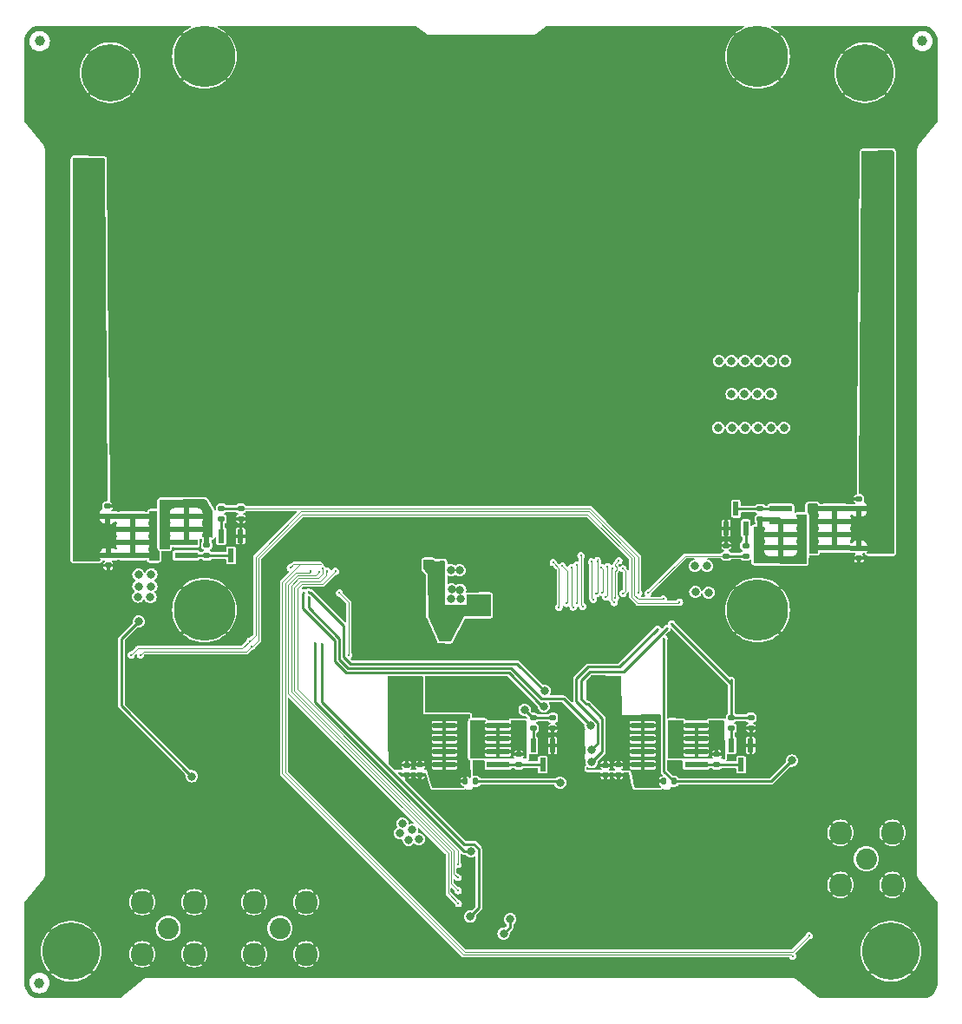
<source format=gbr>
%TF.GenerationSoftware,KiCad,Pcbnew,8.0.4*%
%TF.CreationDate,2024-08-06T11:45:16-05:00*%
%TF.ProjectId,sqrt_of_g_temp,73717274-5f6f-4665-9f67-5f74656d702e,1.0.1*%
%TF.SameCoordinates,Original*%
%TF.FileFunction,Copper,L4,Bot*%
%TF.FilePolarity,Positive*%
%FSLAX46Y46*%
G04 Gerber Fmt 4.6, Leading zero omitted, Abs format (unit mm)*
G04 Created by KiCad (PCBNEW 8.0.4) date 2024-08-06 11:45:16*
%MOMM*%
%LPD*%
G01*
G04 APERTURE LIST*
G04 Aperture macros list*
%AMRoundRect*
0 Rectangle with rounded corners*
0 $1 Rounding radius*
0 $2 $3 $4 $5 $6 $7 $8 $9 X,Y pos of 4 corners*
0 Add a 4 corners polygon primitive as box body*
4,1,4,$2,$3,$4,$5,$6,$7,$8,$9,$2,$3,0*
0 Add four circle primitives for the rounded corners*
1,1,$1+$1,$2,$3*
1,1,$1+$1,$4,$5*
1,1,$1+$1,$6,$7*
1,1,$1+$1,$8,$9*
0 Add four rect primitives between the rounded corners*
20,1,$1+$1,$2,$3,$4,$5,0*
20,1,$1+$1,$4,$5,$6,$7,0*
20,1,$1+$1,$6,$7,$8,$9,0*
20,1,$1+$1,$8,$9,$2,$3,0*%
G04 Aperture macros list end*
%TA.AperFunction,ComponentPad*%
%ADD10C,6.000000*%
%TD*%
%TA.AperFunction,ComponentPad*%
%ADD11C,2.050000*%
%TD*%
%TA.AperFunction,ComponentPad*%
%ADD12C,2.250000*%
%TD*%
%TA.AperFunction,ComponentPad*%
%ADD13C,5.600000*%
%TD*%
%TA.AperFunction,SMDPad,CuDef*%
%ADD14RoundRect,0.135000X0.135000X0.185000X-0.135000X0.185000X-0.135000X-0.185000X0.135000X-0.185000X0*%
%TD*%
%TA.AperFunction,SMDPad,CuDef*%
%ADD15R,2.209800X0.609600*%
%TD*%
%TA.AperFunction,SMDPad,CuDef*%
%ADD16RoundRect,0.135000X-0.185000X0.135000X-0.185000X-0.135000X0.185000X-0.135000X0.185000X0.135000X0*%
%TD*%
%TA.AperFunction,SMDPad,CuDef*%
%ADD17RoundRect,0.140000X-0.170000X0.140000X-0.170000X-0.140000X0.170000X-0.140000X0.170000X0.140000X0*%
%TD*%
%TA.AperFunction,SMDPad,CuDef*%
%ADD18RoundRect,0.135000X0.185000X-0.135000X0.185000X0.135000X-0.185000X0.135000X-0.185000X-0.135000X0*%
%TD*%
%TA.AperFunction,SMDPad,CuDef*%
%ADD19C,1.000000*%
%TD*%
%TA.AperFunction,SMDPad,CuDef*%
%ADD20R,0.558800X1.320800*%
%TD*%
%TA.AperFunction,SMDPad,CuDef*%
%ADD21RoundRect,0.140000X0.170000X-0.140000X0.170000X0.140000X-0.170000X0.140000X-0.170000X-0.140000X0*%
%TD*%
%TA.AperFunction,ViaPad*%
%ADD22C,0.800000*%
%TD*%
%TA.AperFunction,ViaPad*%
%ADD23C,0.300000*%
%TD*%
%TA.AperFunction,ViaPad*%
%ADD24C,0.584200*%
%TD*%
%TA.AperFunction,ViaPad*%
%ADD25C,0.600000*%
%TD*%
%TA.AperFunction,Conductor*%
%ADD26C,0.090000*%
%TD*%
%TA.AperFunction,Conductor*%
%ADD27C,0.250000*%
%TD*%
%TA.AperFunction,Conductor*%
%ADD28C,0.400000*%
%TD*%
G04 APERTURE END LIST*
D10*
%TO.P,H3,1,1*%
%TO.N,GND*%
X175230000Y-111508000D03*
%TD*%
%TO.P,H4,1,1*%
%TO.N,GND*%
X121230000Y-111508000D03*
%TD*%
%TO.P,H2,1,1*%
%TO.N,GND*%
X175230000Y-57508000D03*
%TD*%
%TO.P,H1,1,1*%
%TO.N,GND*%
X121230000Y-57508000D03*
%TD*%
D11*
%TO.P,J8,1,In*%
%TO.N,Net-(J8-In)*%
X185840000Y-135780000D03*
D12*
%TO.P,J8,2,Ext*%
%TO.N,GND*%
X183300000Y-133240000D03*
X183300000Y-138320000D03*
X188380000Y-133240000D03*
X188380000Y-138320000D03*
%TD*%
D13*
%TO.P,H5,1,1*%
%TO.N,GND*%
X112035000Y-59088000D03*
%TD*%
%TO.P,H7,1,1*%
%TO.N,GND*%
X188235000Y-144818000D03*
%TD*%
D11*
%TO.P,J13,1,In*%
%TO.N,Net-(J13-In)*%
X117703647Y-142549365D03*
D12*
%TO.P,J13,2,Ext*%
%TO.N,GND*%
X115163647Y-145089365D03*
X120243647Y-145089365D03*
X115163647Y-140009365D03*
X120243647Y-140009365D03*
%TD*%
D13*
%TO.P,H8,1,1*%
%TO.N,GND*%
X108225000Y-144818000D03*
%TD*%
D11*
%TO.P,J9,1,In*%
%TO.N,Net-(J9-In)*%
X128613835Y-142549365D03*
D12*
%TO.P,J9,2,Ext*%
%TO.N,GND*%
X126073835Y-145089365D03*
X131153835Y-145089365D03*
X126073835Y-140009365D03*
X131153835Y-140009365D03*
%TD*%
D13*
%TO.P,H6,1,1*%
%TO.N,GND*%
X185695000Y-59088000D03*
%TD*%
D14*
%TO.P,R11,1,1*%
%TO.N,CS_MAG2*%
X167040000Y-128230000D03*
%TO.P,R11,2,2*%
%TO.N,/MAG2/3V3_SENSORS*%
X166020000Y-128230000D03*
%TD*%
D15*
%TO.P,Q5,1,Source*%
%TO.N,VDD_3V3*%
X119452400Y-102370000D03*
%TO.P,Q5,2,Source*%
X119452400Y-103640000D03*
%TO.P,Q5,3,Source*%
X119452400Y-104910000D03*
%TO.P,Q5,4,Gate*%
%TO.N,Net-(Q4-D)*%
X119452400Y-106180000D03*
%TO.P,Q5,5,Drain*%
%TO.N,/3V3_PD2*%
X114220000Y-106180000D03*
%TO.P,Q5,6,Drain*%
X114220000Y-104910000D03*
%TO.P,Q5,7,Drain*%
X114220000Y-103640000D03*
%TO.P,Q5,8,Drain*%
X114220000Y-102370000D03*
%TD*%
D16*
%TO.P,R10,1,1*%
%TO.N,VDD_3V3*%
X121466200Y-105165001D03*
%TO.P,R10,2,2*%
%TO.N,Net-(Q4-D)*%
X121466200Y-106184999D03*
%TD*%
D17*
%TO.P,C13,1,1*%
%TO.N,/MAG1/3V3_SENSORS*%
X142300000Y-126618099D03*
%TO.P,C13,2,2*%
%TO.N,GND*%
X142300000Y-127578099D03*
%TD*%
D18*
%TO.P,R27,1,1*%
%TO.N,Net-(Q8-G)*%
X172670000Y-123030001D03*
%TO.P,R27,2,2*%
%TO.N,/EN_MAG2*%
X172670000Y-122010001D03*
%TD*%
D14*
%TO.P,R6,1,1*%
%TO.N,CS_MAG1*%
X147719999Y-128230000D03*
%TO.P,R6,2,2*%
%TO.N,/MAG1/3V3_SENSORS*%
X146700001Y-128230000D03*
%TD*%
D18*
%TO.P,R7,1,1*%
%TO.N,VDD_3V3*%
X175480000Y-102658100D03*
%TO.P,R7,2,2*%
%TO.N,Net-(Q1-D)*%
X175480000Y-101638100D03*
%TD*%
D16*
%TO.P,R8,1,1*%
%TO.N,/EN_PD2*%
X124786200Y-101595001D03*
%TO.P,R8,2,2*%
%TO.N,GND*%
X124786200Y-102614999D03*
%TD*%
D19*
%TO.P,REF\u002A\u002A,*%
%TO.N,*%
X191320000Y-56010000D03*
%TD*%
D17*
%TO.P,C14,1,1*%
%TO.N,/MAG1/3V3_SENSORS*%
X140960000Y-126630000D03*
%TO.P,C14,2,2*%
%TO.N,GND*%
X140960000Y-127590000D03*
%TD*%
D15*
%TO.P,Q2,1,Source*%
%TO.N,VDD_3V3*%
X177493800Y-105453100D03*
%TO.P,Q2,2,Source*%
X177493800Y-104183100D03*
%TO.P,Q2,3,Source*%
X177493800Y-102913100D03*
%TO.P,Q2,4,Gate*%
%TO.N,Net-(Q1-D)*%
X177493800Y-101643100D03*
%TO.P,Q2,5,Drain*%
%TO.N,/3V3_PD1*%
X182726200Y-101643100D03*
%TO.P,Q2,6,Drain*%
X182726200Y-102913100D03*
%TO.P,Q2,7,Drain*%
X182726200Y-104183100D03*
%TO.P,Q2,8,Drain*%
X182726200Y-105453100D03*
%TD*%
D16*
%TO.P,R26,1,1*%
%TO.N,/EN_MAG2*%
X174570000Y-122010000D03*
%TO.P,R26,2,2*%
%TO.N,GND*%
X174570000Y-123030000D03*
%TD*%
D18*
%TO.P,R24,1,1*%
%TO.N,Net-(Q6-G)*%
X153330000Y-123038101D03*
%TO.P,R24,2,2*%
%TO.N,/EN_MAG1*%
X153330000Y-122018101D03*
%TD*%
%TO.P,R9,1,1*%
%TO.N,Net-(Q4-G)*%
X122886200Y-102615000D03*
%TO.P,R9,2,2*%
%TO.N,/EN_PD2*%
X122886200Y-101595002D03*
%TD*%
D16*
%TO.P,R28,1,1*%
%TO.N,VDD_3V3*%
X171250000Y-125580000D03*
%TO.P,R28,2,2*%
%TO.N,Net-(Q8-D)*%
X171250000Y-126600000D03*
%TD*%
D15*
%TO.P,Q9,1,Source*%
%TO.N,VDD_3V3*%
X169236200Y-122785000D03*
%TO.P,Q9,2,Source*%
X169236200Y-124055000D03*
%TO.P,Q9,3,Source*%
X169236200Y-125325000D03*
%TO.P,Q9,4,Gate*%
%TO.N,Net-(Q8-D)*%
X169236200Y-126595000D03*
%TO.P,Q9,5,Drain*%
%TO.N,/MAG2/3V3_SENSORS*%
X164003800Y-126595000D03*
%TO.P,Q9,6,Drain*%
X164003800Y-125325000D03*
%TO.P,Q9,7,Drain*%
X164003800Y-124055000D03*
%TO.P,Q9,8,Drain*%
X164003800Y-122785000D03*
%TD*%
D20*
%TO.P,Q6,1,G*%
%TO.N,Net-(Q6-G)*%
X153317500Y-124724801D03*
%TO.P,Q6,2,S*%
%TO.N,GND*%
X155222500Y-124724801D03*
%TO.P,Q6,3,D*%
%TO.N,Net-(Q6-D)*%
X154270000Y-126604401D03*
%TD*%
D19*
%TO.P,REF\u002A\u002A,*%
%TO.N,*%
X105150000Y-56010000D03*
%TD*%
D16*
%TO.P,R25,1,1*%
%TO.N,VDD_3V3*%
X151910000Y-125588100D03*
%TO.P,R25,2,2*%
%TO.N,Net-(Q6-D)*%
X151910000Y-126608100D03*
%TD*%
D17*
%TO.P,C5,1,1*%
%TO.N,/3V3_PD2*%
X111856200Y-106194999D03*
%TO.P,C5,2,2*%
%TO.N,GND*%
X111856200Y-107154999D03*
%TD*%
D21*
%TO.P,C6,1,1*%
%TO.N,/3V3_PD2*%
X111816200Y-102335000D03*
%TO.P,C6,2,2*%
%TO.N,GND*%
X111816200Y-101375000D03*
%TD*%
D17*
%TO.P,C4,1,1*%
%TO.N,/3V3_PD1*%
X185130000Y-105488100D03*
%TO.P,C4,2,2*%
%TO.N,GND*%
X185130000Y-106448100D03*
%TD*%
D20*
%TO.P,Q1,1,G*%
%TO.N,Net-(Q1-G)*%
X174072500Y-103521399D03*
%TO.P,Q1,2,S*%
%TO.N,GND*%
X172167500Y-103521399D03*
%TO.P,Q1,3,D*%
%TO.N,Net-(Q1-D)*%
X173120000Y-101641799D03*
%TD*%
D19*
%TO.P,REF\u002A\u002A,*%
%TO.N,*%
X105135000Y-147902000D03*
%TD*%
D16*
%TO.P,R5,1,1*%
%TO.N,Net-(Q1-G)*%
X174060000Y-105208098D03*
%TO.P,R5,2,2*%
%TO.N,/EN_PD1*%
X174060000Y-106228098D03*
%TD*%
D21*
%TO.P,C3,1,1*%
%TO.N,/3V3_PD1*%
X185090000Y-101628102D03*
%TO.P,C3,2,2*%
%TO.N,GND*%
X185090000Y-100668102D03*
%TD*%
D17*
%TO.P,C15,1,1*%
%TO.N,/MAG2/3V3_SENSORS*%
X161640000Y-126609999D03*
%TO.P,C15,2,2*%
%TO.N,GND*%
X161640000Y-127569999D03*
%TD*%
D20*
%TO.P,Q8,1,G*%
%TO.N,Net-(Q8-G)*%
X172657500Y-124716701D03*
%TO.P,Q8,2,S*%
%TO.N,GND*%
X174562500Y-124716701D03*
%TO.P,Q8,3,D*%
%TO.N,Net-(Q8-D)*%
X173610000Y-126596301D03*
%TD*%
D18*
%TO.P,R4,1,1*%
%TO.N,/EN_PD1*%
X172160000Y-106228099D03*
%TO.P,R4,2,2*%
%TO.N,GND*%
X172160000Y-105208099D03*
%TD*%
D20*
%TO.P,Q4,1,G*%
%TO.N,Net-(Q4-G)*%
X122873700Y-104301701D03*
%TO.P,Q4,2,S*%
%TO.N,GND*%
X124778700Y-104301701D03*
%TO.P,Q4,3,D*%
%TO.N,Net-(Q4-D)*%
X123826200Y-106181301D03*
%TD*%
D17*
%TO.P,C16,1,1*%
%TO.N,/MAG2/3V3_SENSORS*%
X160360000Y-126640000D03*
%TO.P,C16,2,2*%
%TO.N,GND*%
X160360000Y-127600000D03*
%TD*%
D16*
%TO.P,R23,1,1*%
%TO.N,/EN_MAG1*%
X155230000Y-122018100D03*
%TO.P,R23,2,2*%
%TO.N,GND*%
X155230000Y-123038100D03*
%TD*%
D15*
%TO.P,Q7,1,Source*%
%TO.N,VDD_3V3*%
X149896200Y-122793100D03*
%TO.P,Q7,2,Source*%
X149896200Y-124063100D03*
%TO.P,Q7,3,Source*%
X149896200Y-125333100D03*
%TO.P,Q7,4,Gate*%
%TO.N,Net-(Q6-D)*%
X149896200Y-126603100D03*
%TO.P,Q7,5,Drain*%
%TO.N,/MAG1/3V3_SENSORS*%
X144663800Y-126603100D03*
%TO.P,Q7,6,Drain*%
X144663800Y-125333100D03*
%TO.P,Q7,7,Drain*%
X144663800Y-124063100D03*
%TO.P,Q7,8,Drain*%
X144663800Y-122793100D03*
%TD*%
D22*
%TO.N,VSYS*%
X177800000Y-93720000D03*
X175240000Y-90440000D03*
X175250000Y-93720000D03*
X176530000Y-93750000D03*
X172690000Y-87210000D03*
X140340000Y-133270000D03*
X173990000Y-93710000D03*
X175260000Y-87200000D03*
X140550000Y-132340000D03*
X177910000Y-87220000D03*
X171390000Y-93730000D03*
X141150000Y-133920000D03*
X141500000Y-132940000D03*
X172720000Y-93710000D03*
X173960000Y-90430000D03*
X176510000Y-90440000D03*
X176530000Y-87210000D03*
X171450000Y-87200000D03*
X173980000Y-87220000D03*
X172700000Y-90440000D03*
X142150000Y-133870000D03*
%TO.N,VDD_3V3*%
X116050000Y-109190000D03*
X117330000Y-103690000D03*
X116050000Y-108020000D03*
X170450000Y-109800000D03*
X147950000Y-124190000D03*
X148040000Y-123080000D03*
X146200000Y-109540000D03*
X145350000Y-110420000D03*
X146140000Y-107640000D03*
X121580000Y-102410000D03*
X171010000Y-124540000D03*
X151860000Y-124520000D03*
X115970000Y-110250000D03*
X114800000Y-109190000D03*
X117280000Y-104920000D03*
X179520000Y-103530000D03*
X145300000Y-107610000D03*
X147890000Y-125210000D03*
X169150000Y-109760000D03*
X167210000Y-125470000D03*
X167210000Y-124460000D03*
X171000000Y-123450000D03*
X179530000Y-104880000D03*
X175280000Y-104110000D03*
X151830000Y-123350000D03*
X121580000Y-103650000D03*
X114800000Y-108060000D03*
X169110000Y-107220000D03*
X175270000Y-106360000D03*
X117370000Y-102370000D03*
X146220000Y-110430000D03*
X114770000Y-110210000D03*
X167220000Y-123450000D03*
X175260000Y-105220000D03*
X170310000Y-107220000D03*
X145370000Y-109510000D03*
X179390000Y-106290000D03*
D23*
%TO.N,/RX_FROM_GPS*%
X167610000Y-110740000D03*
X125850000Y-115060000D03*
X114990000Y-115900000D03*
%TO.N,/TX_TO_GPS*%
X166040000Y-110450000D03*
X114093552Y-115883552D03*
X125660000Y-114550000D03*
D24*
%TO.N,GND*%
X181970000Y-134890000D03*
X118318543Y-136170465D03*
D23*
X153610000Y-110580000D03*
D22*
X185668228Y-122634982D03*
D24*
X122080447Y-135564364D03*
X184450000Y-134910000D03*
D22*
X170680000Y-118160000D03*
D24*
X128732543Y-135408464D03*
X129494543Y-136170465D03*
X126703247Y-134138465D03*
X119591247Y-132004865D03*
D23*
X160340000Y-110750000D03*
D24*
X124468047Y-130839965D03*
X118064543Y-135154465D03*
D22*
X173490000Y-134700000D03*
D24*
X183550000Y-136630000D03*
D22*
X138520000Y-131400000D03*
D24*
X127663203Y-138484405D03*
X122080447Y-133405365D03*
X129748543Y-138202465D03*
X126703247Y-132008365D03*
D22*
X164630000Y-139490000D03*
D24*
X124239447Y-133405365D03*
X130256543Y-137186465D03*
X126931683Y-137752885D03*
X122639247Y-130890765D03*
X118498883Y-138692685D03*
X116794543Y-137694465D03*
D22*
X159430000Y-115410000D03*
D24*
X116540543Y-136678465D03*
X125636447Y-130839966D03*
X126088403Y-137092485D03*
D25*
X115651543Y-127026465D03*
D24*
X127716543Y-135662465D03*
X120073683Y-137300765D03*
X178680000Y-135080000D03*
X128478543Y-136424465D03*
D22*
X154290000Y-116610000D03*
D24*
X178650000Y-135910000D03*
X120629943Y-131979465D03*
X129240543Y-137186465D03*
X118699543Y-134392465D03*
X124239447Y-135564365D03*
X122944047Y-127918965D03*
D22*
X142740000Y-136380000D03*
D24*
X119080543Y-135408465D03*
X178700000Y-136720000D03*
X117302543Y-135916465D03*
X124417247Y-127918965D03*
D22*
X183330000Y-143580000D03*
D24*
X127081543Y-135027465D03*
D22*
X161420000Y-135330000D03*
D25*
X112730543Y-127026465D03*
D22*
X167160000Y-118730000D03*
X168440000Y-121760000D03*
D24*
X123158393Y-134498587D03*
X179360000Y-137110000D03*
X122182047Y-138155166D03*
D22*
X159029024Y-138971417D03*
D24*
X119715543Y-134599165D03*
X126703247Y-133075165D03*
X124214047Y-138155166D03*
X125890447Y-127918965D03*
X127843544Y-134519465D03*
X121674047Y-130890765D03*
D22*
X143330000Y-138290000D03*
D25*
X114064043Y-126391465D03*
D23*
X154510000Y-110650000D03*
D24*
X130769623Y-138306605D03*
D23*
X151588212Y-110619572D03*
D22*
X185550000Y-127190000D03*
D24*
X184420000Y-136690000D03*
X116794543Y-138761265D03*
D23*
X152560000Y-110600000D03*
D24*
X117556543Y-136932465D03*
X119230403Y-137961164D03*
D25*
X114064043Y-127781365D03*
D22*
X153735335Y-135954584D03*
D24*
X180200000Y-137110000D03*
X126703247Y-130839965D03*
X181070000Y-137070000D03*
X183640000Y-134910000D03*
X181950000Y-136640000D03*
X182750000Y-136640000D03*
X182790000Y-134910000D03*
D22*
X169830000Y-121790000D03*
X169060000Y-118210000D03*
D24*
X123198047Y-138155165D03*
D23*
X156430000Y-111350000D03*
X162500000Y-110920000D03*
D24*
X121620543Y-127915465D03*
D22*
%TO.N,/3V3_PD2*%
X109790000Y-80200000D03*
X109830000Y-68220000D03*
X109760000Y-92440000D03*
%TO.N,/3V3_PD1*%
X186450000Y-102220000D03*
X186470000Y-89450000D03*
X186440000Y-76910000D03*
D23*
%TO.N,/GPIO_AD_06*%
X162101175Y-109880213D03*
X162084867Y-107468262D03*
%TO.N,/GPIO_AD_12*%
X159020000Y-106800000D03*
X159190000Y-110500000D03*
%TO.N,/GPIO_AD_07*%
X161689867Y-106700000D03*
X161345703Y-110303289D03*
D22*
%TO.N,Net-(U7-RSTN)*%
X114820000Y-112630000D03*
X120010000Y-127730000D03*
D23*
%TO.N,/GPIO_AD_09*%
X160580000Y-107270000D03*
X160400000Y-110240000D03*
%TO.N,/GPIO_AD_11*%
X159590000Y-106760000D03*
X159460000Y-109920000D03*
D22*
%TO.N,/MAG1/3V3_SENSORS*%
X139630000Y-118540000D03*
X146450000Y-125300000D03*
X139640000Y-119940000D03*
X146430000Y-124110000D03*
X146410000Y-122820000D03*
%TO.N,/MAG2/3V3_SENSORS*%
X159120000Y-118500000D03*
X159140000Y-119520000D03*
D23*
%TO.N,/GPIO_AD_10*%
X160060000Y-109830000D03*
X159985000Y-107350000D03*
%TO.N,/GPIO_AD_08*%
X161048614Y-107444368D03*
X161235000Y-110795191D03*
%TO.N,/GPIO_AD_14*%
X158140000Y-111140000D03*
X157980000Y-106200000D03*
%TO.N,/GPIO_AD_17*%
X156583502Y-110874144D03*
X156190000Y-107230000D03*
%TO.N,/GPIO_AD_18*%
X155850000Y-111240000D03*
X155275692Y-106874308D03*
%TO.N,/GPIO_AD_16*%
X157060000Y-107370000D03*
X157225000Y-111220000D03*
%TO.N,/GPIO_AD_15*%
X157582690Y-110870629D03*
X157585000Y-107080000D03*
%TO.N,/EN_PD2*%
X163630000Y-109830000D03*
%TO.N,/DRDY_MAG2*%
X166360000Y-113330000D03*
D22*
X159050000Y-126360000D03*
D23*
%TO.N,/EN_MAG2*%
X166830000Y-112850000D03*
D22*
%TO.N,/EN_MAG1*%
X152480000Y-121240000D03*
D23*
%TO.N,/EN_PD1*%
X164530000Y-109850000D03*
D22*
%TO.N,SCK*%
X154430000Y-119390000D03*
D23*
X131417312Y-109756041D03*
D22*
%TO.N,CS_MAG1*%
X159020000Y-125130000D03*
D23*
X165460000Y-113340000D03*
D22*
X155950000Y-128350000D03*
D23*
%TO.N,CS_MAG2*%
X166086751Y-114275001D03*
D22*
X178570000Y-126200000D03*
D23*
%TO.N,/RF_RST*%
X132030000Y-114710000D03*
D22*
X147240000Y-135060000D03*
D23*
%TO.N,SDO*%
X131390000Y-110260000D03*
D22*
X150440000Y-143070000D03*
X151087805Y-141667195D03*
X158910000Y-122790000D03*
D23*
%TO.N,SDI*%
X130919308Y-109800692D03*
D22*
X154360000Y-120895000D03*
D23*
%TO.N,/RF_TX_EN*%
X178650000Y-145290000D03*
X129610000Y-107390000D03*
%TO.N,/RF_IO2*%
X132751519Y-107455704D03*
X146000000Y-138890000D03*
%TO.N,/RF_IO3*%
X132420000Y-107830000D03*
X146030000Y-140160000D03*
%TO.N,/RF_BUSY*%
X134020000Y-107740000D03*
X145990000Y-136350000D03*
%TO.N,/RF_IO1*%
X145990000Y-137620000D03*
X133225000Y-107740000D03*
%TO.N,/RF_RX_EN*%
X180265000Y-143295000D03*
X131625001Y-107740000D03*
%TO.N,/EN_RF*%
X134415000Y-109860000D03*
X135320000Y-115930000D03*
%TO.N,CS_RF*%
X132730000Y-114830000D03*
D22*
X147170000Y-141430000D03*
%TD*%
D26*
%TO.N,/GPIO_AD_14*%
X158140000Y-111140000D02*
X157980000Y-110980000D01*
X157980000Y-110980000D02*
X157980000Y-106200000D01*
%TO.N,/GPIO_AD_15*%
X157582690Y-110870629D02*
X157585000Y-110868319D01*
X157585000Y-110868319D02*
X157585000Y-107080000D01*
%TO.N,/GPIO_AD_16*%
X157225000Y-111220000D02*
X157060000Y-111055000D01*
X157060000Y-111055000D02*
X157060000Y-107370000D01*
%TO.N,/GPIO_AD_17*%
X156680000Y-110777646D02*
X156680000Y-107720000D01*
X156583502Y-110874144D02*
X156680000Y-110777646D01*
X156680000Y-107720000D02*
X156190000Y-107230000D01*
%TO.N,/GPIO_AD_18*%
X155850000Y-111240000D02*
X155850000Y-107448616D01*
X155850000Y-107448616D02*
X155275692Y-106874308D01*
%TO.N,/TX_TO_GPS*%
X114093552Y-115883552D02*
X114707104Y-115270000D01*
X114707104Y-115270000D02*
X124940000Y-115270000D01*
X124940000Y-115270000D02*
X125660000Y-114550000D01*
%TO.N,/RX_FROM_GPS*%
X114990000Y-115900000D02*
X115330000Y-115560000D01*
X115330000Y-115560000D02*
X125350000Y-115560000D01*
X125350000Y-115560000D02*
X125850000Y-115060000D01*
%TO.N,/EN_PD2*%
X158875001Y-101595001D02*
X124786200Y-101595001D01*
X163610000Y-109810000D02*
X163610000Y-106330000D01*
X163630000Y-109830000D02*
X163610000Y-109810000D01*
X163610000Y-106330000D02*
X158875001Y-101595001D01*
%TO.N,/TX_TO_GPS*%
X126240000Y-106314879D02*
X130669878Y-101885001D01*
X130669878Y-101885001D02*
X158754879Y-101885001D01*
X125660000Y-114550000D02*
X126240000Y-113970000D01*
X158754879Y-101885001D02*
X163215000Y-106345122D01*
X126240000Y-113970000D02*
X126240000Y-106314879D01*
X163215000Y-106345122D02*
X163215000Y-110094878D01*
X163215000Y-110094878D02*
X163570122Y-110450000D01*
X163570122Y-110450000D02*
X166040000Y-110450000D01*
%TO.N,/RX_FROM_GPS*%
X167610000Y-110740000D02*
X167505000Y-110845000D01*
X163555000Y-110845000D02*
X162925000Y-110215000D01*
X158634757Y-102175001D02*
X130790000Y-102175001D01*
X167505000Y-110845000D02*
X163555000Y-110845000D01*
X162925000Y-110215000D02*
X162925000Y-106465244D01*
X126530000Y-106435001D02*
X126530000Y-114468615D01*
X162925000Y-106465244D02*
X158634757Y-102175001D01*
X130790000Y-102175001D02*
X126530000Y-106435001D01*
X125938615Y-115060000D02*
X125850000Y-115060000D01*
X126530000Y-114468615D02*
X125938615Y-115060000D01*
%TO.N,/GPIO_AD_10*%
X160155000Y-107555000D02*
X159970000Y-107370000D01*
X160060000Y-109830000D02*
X160155000Y-109735000D01*
X160155000Y-109735000D02*
X160155000Y-107555000D01*
X159970000Y-107370000D02*
X159970000Y-107365000D01*
X159970000Y-107365000D02*
X159985000Y-107350000D01*
%TO.N,/GPIO_AD_09*%
X160400000Y-110240000D02*
X160580000Y-110060000D01*
X160580000Y-110060000D02*
X160580000Y-107270000D01*
%TO.N,/GPIO_AD_11*%
X159590000Y-109790000D02*
X159590000Y-106530000D01*
X159460000Y-109920000D02*
X159590000Y-109790000D01*
X159590000Y-106530000D02*
X159590000Y-106760000D01*
D27*
%TO.N,SCK*%
X131417312Y-109756041D02*
X131446271Y-109785000D01*
X131446271Y-109785000D02*
X131586752Y-109785000D01*
X134845000Y-116126752D02*
X135448248Y-116730000D01*
X131586752Y-109785000D02*
X134845000Y-113043248D01*
X134845000Y-113043248D02*
X134845000Y-116126752D01*
X135448248Y-116730000D02*
X151770000Y-116730000D01*
X151770000Y-116730000D02*
X154430000Y-119390000D01*
%TO.N,SDI*%
X130820000Y-111342792D02*
X133945000Y-114467792D01*
X130919308Y-109800692D02*
X130820000Y-109900000D01*
X150953604Y-117630000D02*
X153943604Y-120620000D01*
X130820000Y-109900000D02*
X130820000Y-111342792D01*
X135075456Y-117630000D02*
X150953604Y-117630000D01*
X133945000Y-116499544D02*
X135075456Y-117630000D01*
X153943604Y-120620000D02*
X154085000Y-120620000D01*
X133945000Y-114467792D02*
X133945000Y-116499544D01*
X154085000Y-120620000D02*
X154360000Y-120895000D01*
%TO.N,SDO*%
X131390000Y-110260000D02*
X131390000Y-111276396D01*
X134395000Y-114281396D02*
X134395000Y-116313148D01*
X154130000Y-120170000D02*
X156290000Y-120170000D01*
X131390000Y-111276396D02*
X134395000Y-114281396D01*
X134395000Y-116313148D02*
X135261852Y-117180000D01*
X156290000Y-120170000D02*
X158910000Y-122790000D01*
X135261852Y-117180000D02*
X151140000Y-117180000D01*
X151140000Y-117180000D02*
X154130000Y-120170000D01*
D28*
%TO.N,VDD_3V3*%
X175480000Y-102658100D02*
X177238800Y-102658100D01*
D26*
X177238800Y-102658100D02*
X177493800Y-102913100D01*
%TO.N,/GPIO_AD_06*%
X162345000Y-107728395D02*
X162084867Y-107468262D01*
X162345000Y-109636388D02*
X162345000Y-107728395D01*
X162101175Y-109880213D02*
X162345000Y-109636388D01*
%TO.N,/GPIO_AD_12*%
X159020000Y-106800000D02*
X159020000Y-110330000D01*
X159020000Y-110330000D02*
X159190000Y-110500000D01*
%TO.N,/GPIO_AD_07*%
X161350000Y-107187139D02*
X161350000Y-107039867D01*
X161345703Y-110303289D02*
X161350000Y-110298992D01*
X161443614Y-107607983D02*
X161443614Y-107280753D01*
X161350000Y-107039867D02*
X161689867Y-106700000D01*
X161350000Y-110298992D02*
X161350000Y-107701597D01*
X161350000Y-107701597D02*
X161443614Y-107607983D01*
X161443614Y-107280753D02*
X161350000Y-107187139D01*
D27*
%TO.N,Net-(Q6-D)*%
X154270000Y-126604402D02*
X149897501Y-126604401D01*
X149897501Y-126604401D02*
X149896200Y-126603100D01*
%TO.N,Net-(Q8-D)*%
X169237501Y-126596301D02*
X169236200Y-126595000D01*
X173610000Y-126596302D02*
X169237501Y-126596301D01*
%TO.N,Net-(Q1-D)*%
X173120000Y-101641798D02*
X177492499Y-101641799D01*
X177492499Y-101641799D02*
X177493800Y-101643100D01*
%TO.N,Net-(Q4-D)*%
X119453701Y-106181301D02*
X119452400Y-106180000D01*
X123826200Y-106181302D02*
X119453701Y-106181301D01*
%TO.N,Net-(U7-RSTN)*%
X113120000Y-120840000D02*
X120010000Y-127730000D01*
X114820000Y-112630000D02*
X113120000Y-114330000D01*
X113120000Y-114330000D02*
X113120000Y-120840000D01*
%TO.N,/MAG2/3V3_SENSORS*%
X164833701Y-126639401D02*
X164832400Y-126638100D01*
D26*
%TO.N,/GPIO_AD_08*%
X161235000Y-110795191D02*
X160950000Y-110510191D01*
X160950000Y-107542982D02*
X161048614Y-107444368D01*
X160950000Y-110510191D02*
X160950000Y-107542982D01*
D27*
%TO.N,/EN_PD2*%
X122886201Y-101595001D02*
X122886200Y-101595002D01*
X124786200Y-101595001D02*
X122886201Y-101595001D01*
%TO.N,/DRDY_MAG2*%
X158481701Y-120700000D02*
X157990000Y-120208299D01*
X158900000Y-117500000D02*
X162190000Y-117500000D01*
X158640000Y-120700000D02*
X158481701Y-120700000D01*
X157990000Y-120208299D02*
X157990000Y-118410000D01*
X160085000Y-122105000D02*
X158660000Y-120680000D01*
X158660000Y-120680000D02*
X158640000Y-120700000D01*
X162190000Y-117500000D02*
X166360000Y-113330000D01*
X159050000Y-126360000D02*
X160085000Y-125325000D01*
X160085000Y-125325000D02*
X160085000Y-122105000D01*
X157990000Y-118410000D02*
X158900000Y-117500000D01*
%TO.N,/EN_MAG2*%
X166830000Y-112850000D02*
X172670000Y-118690000D01*
X172670000Y-118330000D02*
X172670000Y-122010001D01*
X172670001Y-122010001D02*
X172670000Y-122010002D01*
X174570000Y-122010001D02*
X172670001Y-122010001D01*
%TO.N,/EN_MAG1*%
X153330000Y-122018101D02*
X153258101Y-122018101D01*
X153258101Y-122018101D02*
X152480000Y-121240000D01*
X155230000Y-122018101D02*
X153330001Y-122018101D01*
X153330001Y-122018101D02*
X153330000Y-122018102D01*
D26*
%TO.N,/EN_PD1*%
X168151901Y-106228099D02*
X164530000Y-109850000D01*
D27*
X172160000Y-106228099D02*
X174059999Y-106228099D01*
X174059999Y-106228099D02*
X174060000Y-106228098D01*
D26*
X172160000Y-106228099D02*
X168151901Y-106228099D01*
D27*
%TO.N,Net-(Q1-G)*%
X174080000Y-105148100D02*
X174072500Y-105140599D01*
X174072500Y-105140599D02*
X174072500Y-103521399D01*
X174080000Y-105188099D02*
X174080000Y-105148100D01*
X174059999Y-105208101D02*
X174080000Y-105188099D01*
%TO.N,Net-(Q4-G)*%
X122866200Y-102675000D02*
X122873700Y-102682501D01*
X122866200Y-102635001D02*
X122866200Y-102675000D01*
X122886201Y-102614999D02*
X122866200Y-102635001D01*
X122873700Y-102682501D02*
X122873700Y-104301701D01*
%TO.N,Net-(Q6-G)*%
X153317500Y-123105601D02*
X153317500Y-124724801D01*
X153310000Y-123058101D02*
X153310000Y-123098100D01*
X153310000Y-123098100D02*
X153317500Y-123105601D01*
X153330001Y-123038099D02*
X153310000Y-123058101D01*
%TO.N,Net-(Q8-G)*%
X172670001Y-123029999D02*
X172650000Y-123050001D01*
X172650000Y-123050001D02*
X172650000Y-123090000D01*
X172650000Y-123090000D02*
X172657500Y-123097501D01*
X172657500Y-123097501D02*
X172657500Y-124716701D01*
%TO.N,CS_MAG1*%
X159020000Y-125130000D02*
X159020000Y-125120000D01*
X159020000Y-125120000D02*
X159635000Y-124505000D01*
X155950000Y-128350000D02*
X155830000Y-128230000D01*
X157540000Y-120394695D02*
X157540000Y-118220000D01*
X155830000Y-128230000D02*
X147719999Y-128230000D01*
X161750000Y-117050000D02*
X165460000Y-113340000D01*
X157540000Y-118220000D02*
X158710000Y-117050000D01*
X159635000Y-124505000D02*
X159635000Y-122489695D01*
X158710000Y-117050000D02*
X161750000Y-117050000D01*
X159635000Y-122489695D02*
X157540000Y-120394695D01*
%TO.N,CS_MAG2*%
X176540000Y-128230000D02*
X167040000Y-128230000D01*
X166086751Y-114275001D02*
X166086751Y-127276751D01*
X178570000Y-126200000D02*
X176540000Y-128230000D01*
X166086751Y-127276751D02*
X167040000Y-128230000D01*
%TO.N,/RF_RST*%
X146620000Y-135056374D02*
X132030000Y-120466374D01*
X147240000Y-135060000D02*
X146620000Y-135060000D01*
X146620000Y-135060000D02*
X146620000Y-135056374D01*
X132030000Y-120466374D02*
X132030000Y-114710000D01*
%TO.N,SDO*%
X151087805Y-142422195D02*
X150440000Y-143070000D01*
X151087805Y-141667195D02*
X151087805Y-142422195D01*
D26*
%TO.N,/RF_TX_EN*%
X128840000Y-108789756D02*
X130569052Y-107060704D01*
X129939296Y-107060704D02*
X129610000Y-107390000D01*
X146529878Y-145150000D02*
X128840000Y-127460122D01*
X130569052Y-107060704D02*
X132587904Y-107060704D01*
X128840000Y-127460122D02*
X128840000Y-108789756D01*
X132587904Y-107060704D02*
X129939296Y-107060704D01*
X178650000Y-145290000D02*
X178510000Y-145150000D01*
X178510000Y-145150000D02*
X146529878Y-145150000D01*
%TO.N,/RF_IO2*%
X132815000Y-107519185D02*
X132751519Y-107455704D01*
X146000000Y-138890000D02*
X145305000Y-138195000D01*
X129710000Y-119489878D02*
X129710000Y-109150122D01*
X132383615Y-108425000D02*
X132815000Y-107993615D01*
X129710000Y-109150122D02*
X130435122Y-108425000D01*
X145305000Y-135084878D02*
X129710000Y-119489878D01*
X130435122Y-108425000D02*
X132383615Y-108425000D01*
X145305000Y-138195000D02*
X145305000Y-135084878D01*
X132815000Y-107993615D02*
X132815000Y-107519185D01*
%TO.N,/RF_IO3*%
X129420000Y-109030000D02*
X130315000Y-108135000D01*
X145015000Y-135205000D02*
X129420000Y-119610000D01*
X130315000Y-108135000D02*
X132115000Y-108135000D01*
X132115000Y-108135000D02*
X132420000Y-107830000D01*
X146030000Y-140160000D02*
X145015000Y-139145000D01*
X145015000Y-139145000D02*
X145015000Y-135205000D01*
X129420000Y-119610000D02*
X129420000Y-109030000D01*
%TO.N,/RF_BUSY*%
X130290000Y-119249634D02*
X130290000Y-109430122D01*
X130715122Y-109005000D02*
X132755000Y-109005000D01*
X132755000Y-109005000D02*
X134020000Y-107740000D01*
X130290000Y-109430122D02*
X130715122Y-109005000D01*
X145990000Y-134949634D02*
X130290000Y-119249634D01*
X145990000Y-136350000D02*
X145990000Y-134949634D01*
%TO.N,/RF_IO1*%
X130000000Y-109310000D02*
X130595000Y-108715000D01*
X133105000Y-108113737D02*
X133105000Y-107860000D01*
X130000000Y-119369756D02*
X130000000Y-109310000D01*
X145595000Y-137235000D02*
X145595000Y-134964756D01*
X130595000Y-108715000D02*
X132503737Y-108715000D01*
X133105000Y-107860000D02*
X133225000Y-107740000D01*
X132503737Y-108715000D02*
X133105000Y-108113737D01*
X145595000Y-134964756D02*
X130000000Y-119369756D01*
X145990000Y-137620000D02*
X145980000Y-137620000D01*
X145980000Y-137620000D02*
X145595000Y-137235000D01*
%TO.N,/RF_RX_EN*%
X178670000Y-144860000D02*
X180250000Y-143280000D01*
X131625001Y-107740000D02*
X131520001Y-107845000D01*
X130194878Y-107845000D02*
X129130000Y-108909878D01*
X131520001Y-107845000D02*
X130194878Y-107845000D01*
X129130000Y-127340000D02*
X146650000Y-144860000D01*
X146650000Y-144860000D02*
X178670000Y-144860000D01*
X129130000Y-108909878D02*
X129130000Y-127340000D01*
%TO.N,/EN_RF*%
X135320000Y-110765000D02*
X134415000Y-109860000D01*
X135320000Y-115930000D02*
X135320000Y-110765000D01*
D27*
%TO.N,CS_RF*%
X148010000Y-140590000D02*
X148010000Y-134804695D01*
X146575000Y-134335000D02*
X132730000Y-120490000D01*
X148010000Y-134804695D02*
X147540305Y-134335000D01*
X132730000Y-120490000D02*
X132730000Y-114830000D01*
X147170000Y-141430000D02*
X148010000Y-140590000D01*
X147540305Y-134335000D02*
X146575000Y-134335000D01*
%TD*%
%TA.AperFunction,Conductor*%
%TO.N,GND*%
G36*
X166831811Y-113312719D02*
G01*
X166837660Y-113317987D01*
X172322474Y-118802801D01*
X172344214Y-118849421D01*
X172344500Y-118855975D01*
X172344500Y-121522425D01*
X172326907Y-121570763D01*
X172301084Y-121590578D01*
X172289598Y-121595934D01*
X172205935Y-121679596D01*
X172205932Y-121679600D01*
X172155933Y-121786823D01*
X172155931Y-121786829D01*
X172149500Y-121835686D01*
X172149500Y-122059603D01*
X172131907Y-122107941D01*
X172087358Y-122133661D01*
X172040347Y-122126702D01*
X172036633Y-122124823D01*
X172036630Y-122124821D01*
X171994155Y-122109010D01*
X171988420Y-122106875D01*
X171955968Y-122100909D01*
X171918229Y-122093971D01*
X171871587Y-122093631D01*
X170539601Y-122083925D01*
X170532157Y-122084008D01*
X170528461Y-122084116D01*
X170526684Y-122084168D01*
X170468335Y-122097330D01*
X170449911Y-122101486D01*
X170449905Y-122101488D01*
X170402827Y-122122205D01*
X170358973Y-122148447D01*
X170301285Y-122219419D01*
X170292245Y-122237756D01*
X170255089Y-122273329D01*
X170224798Y-122279700D01*
X168270391Y-122279700D01*
X168222053Y-122262107D01*
X168201247Y-122234066D01*
X168200271Y-122231786D01*
X168200269Y-122231778D01*
X168174874Y-122187043D01*
X168172840Y-122184317D01*
X168144316Y-122146084D01*
X168144314Y-122146082D01*
X168067855Y-122095905D01*
X168067854Y-122095904D01*
X168019655Y-122077962D01*
X168019639Y-122077957D01*
X167949455Y-122065054D01*
X166577037Y-122055055D01*
X166577017Y-122055055D01*
X166560848Y-122055662D01*
X166558638Y-122055746D01*
X166558635Y-122055746D01*
X166558614Y-122055747D01*
X166545241Y-122056851D01*
X166545232Y-122056852D01*
X166509790Y-122067879D01*
X166458408Y-122065439D01*
X166420616Y-122030542D01*
X166412251Y-121996074D01*
X166412251Y-114426265D01*
X166420448Y-114392125D01*
X166424251Y-114384662D01*
X166441620Y-114275001D01*
X166424251Y-114165340D01*
X166373846Y-114066414D01*
X166295338Y-113987906D01*
X166290547Y-113984425D01*
X166292179Y-113982178D01*
X166264415Y-113952385D01*
X166261741Y-113901015D01*
X166280471Y-113869853D01*
X166488080Y-113662244D01*
X166507112Y-113648416D01*
X166568587Y-113617095D01*
X166647095Y-113538587D01*
X166697500Y-113439661D01*
X166710212Y-113359396D01*
X166735150Y-113314407D01*
X166783173Y-113295972D01*
X166831811Y-113312719D01*
G37*
%TD.AperFunction*%
%TA.AperFunction,Conductor*%
G36*
X119904100Y-54526093D02*
G01*
X119929820Y-54570642D01*
X119920887Y-54621300D01*
X119884540Y-54653176D01*
X119860070Y-54663311D01*
X119550174Y-54834584D01*
X119261412Y-55039471D01*
X119121747Y-55164282D01*
X120043797Y-56086331D01*
X120007593Y-56114112D01*
X119836112Y-56285593D01*
X119808331Y-56321796D01*
X118886282Y-55399747D01*
X118761471Y-55539412D01*
X118556584Y-55828174D01*
X118385311Y-56138070D01*
X118249813Y-56465190D01*
X118151797Y-56805411D01*
X118151791Y-56805438D01*
X118092487Y-57154473D01*
X118092487Y-57154476D01*
X118072633Y-57508000D01*
X118092487Y-57861523D01*
X118092487Y-57861526D01*
X118151791Y-58210561D01*
X118151797Y-58210588D01*
X118249813Y-58550809D01*
X118385311Y-58877929D01*
X118556584Y-59187825D01*
X118761464Y-59476576D01*
X118761471Y-59476585D01*
X118886282Y-59616250D01*
X119808330Y-58694201D01*
X119836112Y-58730407D01*
X120007593Y-58901888D01*
X120043796Y-58929667D01*
X119121747Y-59851716D01*
X119261414Y-59976528D01*
X119261423Y-59976535D01*
X119550174Y-60181415D01*
X119860070Y-60352688D01*
X120187190Y-60488186D01*
X120527411Y-60586202D01*
X120527438Y-60586208D01*
X120876475Y-60645512D01*
X121230000Y-60665366D01*
X121583523Y-60645512D01*
X121583526Y-60645512D01*
X121932561Y-60586208D01*
X121932588Y-60586202D01*
X122272809Y-60488186D01*
X122599929Y-60352688D01*
X122909825Y-60181415D01*
X123198576Y-59976535D01*
X123198596Y-59976520D01*
X123338251Y-59851716D01*
X122416203Y-58929668D01*
X122452407Y-58901888D01*
X122623888Y-58730407D01*
X122651668Y-58694203D01*
X123573716Y-59616251D01*
X123698520Y-59476596D01*
X123698535Y-59476576D01*
X123903415Y-59187825D01*
X124074688Y-58877929D01*
X124210186Y-58550809D01*
X124308202Y-58210588D01*
X124308208Y-58210561D01*
X124367512Y-57861526D01*
X124367512Y-57861523D01*
X124387366Y-57508000D01*
X124367512Y-57154476D01*
X124367512Y-57154473D01*
X124308208Y-56805438D01*
X124308202Y-56805411D01*
X124210186Y-56465190D01*
X124074688Y-56138070D01*
X123903415Y-55828174D01*
X123698535Y-55539423D01*
X123698528Y-55539414D01*
X123573715Y-55399747D01*
X122651667Y-56321795D01*
X122623888Y-56285593D01*
X122452407Y-56114112D01*
X122416202Y-56086331D01*
X123338251Y-55164282D01*
X123198585Y-55039471D01*
X123198576Y-55039464D01*
X122909825Y-54834584D01*
X122599929Y-54663311D01*
X122575460Y-54653176D01*
X122537535Y-54618424D01*
X122530820Y-54567424D01*
X122558459Y-54524040D01*
X122604238Y-54508500D01*
X141767866Y-54508500D01*
X141811118Y-54522183D01*
X142901389Y-55288782D01*
X142911303Y-55297117D01*
X142922685Y-55308499D01*
X142922686Y-55308500D01*
X142957497Y-55328598D01*
X142963146Y-55332204D01*
X142996025Y-55355323D01*
X143011131Y-55360854D01*
X143022877Y-55366345D01*
X143036814Y-55374392D01*
X143075648Y-55384797D01*
X143082029Y-55386816D01*
X143119773Y-55400638D01*
X143135802Y-55402071D01*
X143148559Y-55404333D01*
X143164108Y-55408500D01*
X143204293Y-55408500D01*
X143210993Y-55408799D01*
X143216558Y-55409296D01*
X143251033Y-55412381D01*
X143266889Y-55409616D01*
X143279802Y-55408500D01*
X153181270Y-55408500D01*
X153193909Y-55409569D01*
X153210830Y-55412455D01*
X153246747Y-55409108D01*
X153249798Y-55408824D01*
X153256774Y-55408500D01*
X153295889Y-55408500D01*
X153295892Y-55408500D01*
X153312475Y-55404056D01*
X153324942Y-55401821D01*
X153342046Y-55400228D01*
X153378768Y-55386625D01*
X153385385Y-55384520D01*
X153423186Y-55374392D01*
X153438053Y-55365807D01*
X153449527Y-55360418D01*
X153465626Y-55354456D01*
X153486768Y-55339472D01*
X153497553Y-55331830D01*
X153503435Y-55328059D01*
X153537314Y-55308500D01*
X153549448Y-55296364D01*
X153559143Y-55288183D01*
X153595055Y-55262734D01*
X154318915Y-54749762D01*
X154639827Y-54522344D01*
X154683307Y-54508500D01*
X173855762Y-54508500D01*
X173904100Y-54526093D01*
X173929820Y-54570642D01*
X173920887Y-54621300D01*
X173884540Y-54653176D01*
X173860070Y-54663311D01*
X173550174Y-54834584D01*
X173261412Y-55039471D01*
X173121747Y-55164282D01*
X174043797Y-56086331D01*
X174007593Y-56114112D01*
X173836112Y-56285593D01*
X173808331Y-56321796D01*
X172886282Y-55399747D01*
X172761471Y-55539412D01*
X172556584Y-55828174D01*
X172385311Y-56138070D01*
X172249813Y-56465190D01*
X172151797Y-56805411D01*
X172151791Y-56805438D01*
X172092487Y-57154473D01*
X172092487Y-57154476D01*
X172072633Y-57508000D01*
X172092487Y-57861523D01*
X172092487Y-57861526D01*
X172151791Y-58210561D01*
X172151797Y-58210588D01*
X172249813Y-58550809D01*
X172385311Y-58877929D01*
X172556584Y-59187825D01*
X172761464Y-59476576D01*
X172761471Y-59476585D01*
X172886282Y-59616250D01*
X173808330Y-58694201D01*
X173836112Y-58730407D01*
X174007593Y-58901888D01*
X174043796Y-58929667D01*
X173121747Y-59851716D01*
X173261414Y-59976528D01*
X173261423Y-59976535D01*
X173550174Y-60181415D01*
X173860070Y-60352688D01*
X174187190Y-60488186D01*
X174527411Y-60586202D01*
X174527438Y-60586208D01*
X174876475Y-60645512D01*
X175230000Y-60665366D01*
X175583523Y-60645512D01*
X175583526Y-60645512D01*
X175932561Y-60586208D01*
X175932588Y-60586202D01*
X176272809Y-60488186D01*
X176599929Y-60352688D01*
X176909825Y-60181415D01*
X177198576Y-59976535D01*
X177198596Y-59976520D01*
X177338251Y-59851716D01*
X176416203Y-58929668D01*
X176452407Y-58901888D01*
X176623888Y-58730407D01*
X176651668Y-58694203D01*
X177573716Y-59616251D01*
X177698520Y-59476596D01*
X177698535Y-59476576D01*
X177903415Y-59187825D01*
X177958586Y-59088000D01*
X182737597Y-59088000D01*
X182757593Y-59431331D01*
X182817312Y-59770017D01*
X182915952Y-60099497D01*
X183052169Y-60415282D01*
X183224123Y-60713116D01*
X183429495Y-60988977D01*
X183429498Y-60988981D01*
X183492146Y-61055386D01*
X184450439Y-60097092D01*
X184474588Y-60130330D01*
X184652670Y-60308412D01*
X184685905Y-60332559D01*
X183727396Y-61291068D01*
X183928949Y-61460193D01*
X183928957Y-61460199D01*
X184216298Y-61649186D01*
X184523635Y-61803535D01*
X184523640Y-61803538D01*
X184846806Y-61921160D01*
X185181443Y-62000471D01*
X185181454Y-62000473D01*
X185523034Y-62040399D01*
X185523035Y-62040400D01*
X185866965Y-62040400D01*
X185866965Y-62040399D01*
X186208545Y-62000473D01*
X186208556Y-62000471D01*
X186543193Y-61921160D01*
X186866359Y-61803538D01*
X186866364Y-61803535D01*
X187173701Y-61649186D01*
X187461042Y-61460199D01*
X187461050Y-61460193D01*
X187662602Y-61291068D01*
X186704093Y-60332559D01*
X186737330Y-60308412D01*
X186915412Y-60130330D01*
X186939560Y-60097093D01*
X187897853Y-61055386D01*
X187960495Y-60988988D01*
X187960503Y-60988979D01*
X188165876Y-60713116D01*
X188337830Y-60415282D01*
X188474047Y-60099497D01*
X188572687Y-59770017D01*
X188632406Y-59431331D01*
X188652402Y-59088000D01*
X188632406Y-58744668D01*
X188572687Y-58405982D01*
X188474047Y-58076502D01*
X188337830Y-57760717D01*
X188165876Y-57462883D01*
X187960503Y-57187020D01*
X187960495Y-57187011D01*
X187897852Y-57120612D01*
X186939559Y-58078905D01*
X186915412Y-58045670D01*
X186737330Y-57867588D01*
X186704093Y-57843439D01*
X187662602Y-56884930D01*
X187461050Y-56715806D01*
X187461042Y-56715800D01*
X187173701Y-56526813D01*
X186866364Y-56372464D01*
X186866359Y-56372461D01*
X186543193Y-56254839D01*
X186208556Y-56175528D01*
X186208545Y-56175526D01*
X185866966Y-56135600D01*
X185523034Y-56135600D01*
X185181454Y-56175526D01*
X185181443Y-56175528D01*
X184846806Y-56254839D01*
X184523640Y-56372461D01*
X184523635Y-56372464D01*
X184216298Y-56526813D01*
X183928958Y-56715800D01*
X183727396Y-56884930D01*
X184685906Y-57843440D01*
X184652670Y-57867588D01*
X184474588Y-58045670D01*
X184450440Y-58078906D01*
X183492146Y-57120612D01*
X183492146Y-57120613D01*
X183429500Y-57187015D01*
X183224123Y-57462883D01*
X183052169Y-57760717D01*
X182915952Y-58076502D01*
X182817312Y-58405982D01*
X182757593Y-58744668D01*
X182737597Y-59088000D01*
X177958586Y-59088000D01*
X178074688Y-58877929D01*
X178210186Y-58550809D01*
X178308202Y-58210588D01*
X178308208Y-58210561D01*
X178367512Y-57861526D01*
X178367512Y-57861523D01*
X178387366Y-57508000D01*
X178367512Y-57154476D01*
X178367512Y-57154473D01*
X178308208Y-56805438D01*
X178308202Y-56805411D01*
X178210186Y-56465190D01*
X178074688Y-56138070D01*
X178003906Y-56010000D01*
X190314659Y-56010000D01*
X190333975Y-56206128D01*
X190333975Y-56206130D01*
X190333976Y-56206132D01*
X190358080Y-56285593D01*
X190391188Y-56394732D01*
X190484087Y-56568533D01*
X190484091Y-56568539D01*
X190609116Y-56720883D01*
X190712114Y-56805411D01*
X190761462Y-56845910D01*
X190935273Y-56938814D01*
X191123868Y-56996024D01*
X191320000Y-57015341D01*
X191516132Y-56996024D01*
X191704727Y-56938814D01*
X191878538Y-56845910D01*
X192030883Y-56720883D01*
X192155910Y-56568538D01*
X192248814Y-56394727D01*
X192306024Y-56206132D01*
X192325341Y-56010000D01*
X192306024Y-55813868D01*
X192248814Y-55625273D01*
X192230389Y-55590803D01*
X192155912Y-55451466D01*
X192155910Y-55451462D01*
X192105569Y-55390122D01*
X192030883Y-55299116D01*
X191878539Y-55174091D01*
X191878540Y-55174091D01*
X191878538Y-55174090D01*
X191878535Y-55174088D01*
X191878533Y-55174087D01*
X191704732Y-55081188D01*
X191704729Y-55081187D01*
X191704727Y-55081186D01*
X191516132Y-55023976D01*
X191516127Y-55023975D01*
X191516130Y-55023975D01*
X191320000Y-55004659D01*
X191123871Y-55023975D01*
X191123868Y-55023976D01*
X190935273Y-55081186D01*
X190935272Y-55081186D01*
X190935267Y-55081188D01*
X190761466Y-55174087D01*
X190761460Y-55174091D01*
X190609116Y-55299116D01*
X190484091Y-55451460D01*
X190484087Y-55451466D01*
X190391188Y-55625267D01*
X190333975Y-55813871D01*
X190314659Y-56010000D01*
X178003906Y-56010000D01*
X177903415Y-55828174D01*
X177698535Y-55539423D01*
X177698528Y-55539414D01*
X177573715Y-55399747D01*
X176651667Y-56321795D01*
X176623888Y-56285593D01*
X176452407Y-56114112D01*
X176416202Y-56086331D01*
X177338251Y-55164282D01*
X177198585Y-55039471D01*
X177198576Y-55039464D01*
X176909825Y-54834584D01*
X176599929Y-54663311D01*
X176575460Y-54653176D01*
X176537535Y-54618424D01*
X176530820Y-54567424D01*
X176558459Y-54524040D01*
X176604238Y-54508500D01*
X191249108Y-54508500D01*
X191312319Y-54508500D01*
X191317684Y-54508692D01*
X191523039Y-54523379D01*
X191533640Y-54524902D01*
X191732213Y-54568099D01*
X191742488Y-54571116D01*
X191869325Y-54618424D01*
X191932877Y-54642128D01*
X191942636Y-54646585D01*
X192120968Y-54743961D01*
X192129995Y-54749762D01*
X192292664Y-54871535D01*
X192300772Y-54878562D01*
X192444437Y-55022227D01*
X192451464Y-55030335D01*
X192573237Y-55193004D01*
X192579038Y-55202031D01*
X192676414Y-55380363D01*
X192680871Y-55390122D01*
X192751882Y-55580508D01*
X192754902Y-55590795D01*
X192776408Y-55689654D01*
X192798094Y-55789343D01*
X192799620Y-55799963D01*
X192814308Y-56005315D01*
X192814500Y-56010680D01*
X192814500Y-63806054D01*
X192798021Y-63853031D01*
X190944092Y-66170443D01*
X190938545Y-66176640D01*
X190914500Y-66200684D01*
X190914498Y-66200687D01*
X190903344Y-66220005D01*
X190896945Y-66229375D01*
X190883015Y-66246788D01*
X190883010Y-66246796D01*
X190869367Y-66277936D01*
X190865615Y-66285354D01*
X190848607Y-66314813D01*
X190842834Y-66336358D01*
X190839078Y-66347065D01*
X190830128Y-66367496D01*
X190830126Y-66367500D01*
X190825006Y-66401117D01*
X190823302Y-66409254D01*
X190814500Y-66442106D01*
X190814500Y-66464411D01*
X190813643Y-66475733D01*
X190810285Y-66497778D01*
X190810285Y-66497781D01*
X190810285Y-66497782D01*
X190813151Y-66523580D01*
X190814040Y-66531576D01*
X190814500Y-66539880D01*
X190814500Y-137366118D01*
X190814040Y-137374422D01*
X190810285Y-137408216D01*
X190810285Y-137408219D01*
X190813643Y-137430265D01*
X190814500Y-137441588D01*
X190814500Y-137463894D01*
X190823300Y-137496740D01*
X190825004Y-137504874D01*
X190830126Y-137538498D01*
X190830129Y-137538507D01*
X190839076Y-137558928D01*
X190842834Y-137569641D01*
X190848606Y-137591183D01*
X190865611Y-137620637D01*
X190869363Y-137628056D01*
X190883012Y-137659206D01*
X190883012Y-137659207D01*
X190896944Y-137676623D01*
X190903344Y-137685994D01*
X190914498Y-137705312D01*
X190938545Y-137729359D01*
X190944092Y-137735556D01*
X192795918Y-140050339D01*
X192798021Y-140052967D01*
X192814500Y-140099944D01*
X192814500Y-147895319D01*
X192814308Y-147900684D01*
X192799620Y-148106036D01*
X192798094Y-148116656D01*
X192754905Y-148315196D01*
X192751882Y-148325491D01*
X192680871Y-148515877D01*
X192676414Y-148525636D01*
X192579038Y-148703968D01*
X192573237Y-148712995D01*
X192451464Y-148875664D01*
X192444437Y-148883772D01*
X192300772Y-149027437D01*
X192292664Y-149034464D01*
X192129995Y-149156237D01*
X192120968Y-149162038D01*
X191942636Y-149259414D01*
X191932877Y-149263871D01*
X191742491Y-149334882D01*
X191732200Y-149337903D01*
X191533654Y-149381094D01*
X191523036Y-149382620D01*
X191317684Y-149397308D01*
X191312319Y-149397500D01*
X181346945Y-149397500D01*
X181299968Y-149381021D01*
X181153530Y-149263871D01*
X179286690Y-147770399D01*
X178982555Y-147527091D01*
X178976358Y-147521544D01*
X178952312Y-147497498D01*
X178932994Y-147486344D01*
X178923623Y-147479944D01*
X178906207Y-147466012D01*
X178875056Y-147452363D01*
X178867637Y-147448611D01*
X178838183Y-147431606D01*
X178816641Y-147425834D01*
X178805928Y-147422076D01*
X178785507Y-147413129D01*
X178785498Y-147413126D01*
X178751874Y-147408004D01*
X178743740Y-147406300D01*
X178710895Y-147397500D01*
X178710892Y-147397500D01*
X178688589Y-147397500D01*
X178677267Y-147396643D01*
X178655218Y-147393285D01*
X178621423Y-147397040D01*
X178613119Y-147397500D01*
X115676881Y-147397500D01*
X115668577Y-147397040D01*
X115634782Y-147393285D01*
X115634777Y-147393285D01*
X115612732Y-147396643D01*
X115601410Y-147397500D01*
X115579106Y-147397500D01*
X115546254Y-147406302D01*
X115538117Y-147408006D01*
X115504500Y-147413126D01*
X115504496Y-147413128D01*
X115484065Y-147422078D01*
X115473358Y-147425834D01*
X115451813Y-147431607D01*
X115422354Y-147448615D01*
X115414936Y-147452367D01*
X115383796Y-147466010D01*
X115383788Y-147466015D01*
X115366375Y-147479945D01*
X115357005Y-147486344D01*
X115337687Y-147497498D01*
X115337683Y-147497501D01*
X115313637Y-147521547D01*
X115307441Y-147527093D01*
X113558668Y-148926113D01*
X113047707Y-149334882D01*
X112990033Y-149381021D01*
X112943056Y-149397500D01*
X105147681Y-149397500D01*
X105142316Y-149397308D01*
X104936963Y-149382620D01*
X104926347Y-149381094D01*
X104727795Y-149337902D01*
X104717508Y-149334882D01*
X104527122Y-149263871D01*
X104517363Y-149259414D01*
X104339031Y-149162038D01*
X104330004Y-149156237D01*
X104167335Y-149034464D01*
X104159227Y-149027437D01*
X104015562Y-148883772D01*
X104008535Y-148875664D01*
X103886762Y-148712995D01*
X103880961Y-148703968D01*
X103783585Y-148525636D01*
X103779128Y-148515877D01*
X103708117Y-148325491D01*
X103705099Y-148315213D01*
X103661902Y-148116640D01*
X103660379Y-148106036D01*
X103659813Y-148098128D01*
X103645786Y-147902000D01*
X104129659Y-147902000D01*
X104148975Y-148098128D01*
X104206188Y-148286732D01*
X104299087Y-148460533D01*
X104299091Y-148460539D01*
X104424116Y-148612883D01*
X104530131Y-148699887D01*
X104576462Y-148737910D01*
X104750273Y-148830814D01*
X104938868Y-148888024D01*
X105135000Y-148907341D01*
X105331132Y-148888024D01*
X105519727Y-148830814D01*
X105693538Y-148737910D01*
X105845883Y-148612883D01*
X105970910Y-148460538D01*
X106063814Y-148286727D01*
X106121024Y-148098132D01*
X106140341Y-147902000D01*
X106121024Y-147705868D01*
X106063814Y-147517273D01*
X106036414Y-147466012D01*
X105970912Y-147343466D01*
X105970910Y-147343462D01*
X105932887Y-147297131D01*
X105845883Y-147191116D01*
X105693539Y-147066091D01*
X105693540Y-147066091D01*
X105693538Y-147066090D01*
X105693535Y-147066088D01*
X105693533Y-147066087D01*
X105519732Y-146973188D01*
X105519729Y-146973187D01*
X105519727Y-146973186D01*
X105331132Y-146915976D01*
X105331127Y-146915975D01*
X105331130Y-146915975D01*
X105135000Y-146896659D01*
X104938871Y-146915975D01*
X104938868Y-146915976D01*
X104750273Y-146973186D01*
X104750272Y-146973186D01*
X104750267Y-146973188D01*
X104576466Y-147066087D01*
X104576460Y-147066091D01*
X104424116Y-147191116D01*
X104299091Y-147343460D01*
X104299087Y-147343466D01*
X104206188Y-147517267D01*
X104206186Y-147517272D01*
X104206186Y-147517273D01*
X104203996Y-147524492D01*
X104148975Y-147705871D01*
X104129659Y-147902000D01*
X103645786Y-147902000D01*
X103645692Y-147900684D01*
X103645500Y-147895319D01*
X103645500Y-144818000D01*
X105267597Y-144818000D01*
X105287593Y-145161331D01*
X105347312Y-145500017D01*
X105445952Y-145829497D01*
X105582169Y-146145282D01*
X105754123Y-146443116D01*
X105959495Y-146718977D01*
X105959498Y-146718981D01*
X106022146Y-146785386D01*
X106980439Y-145827092D01*
X107004588Y-145860330D01*
X107182670Y-146038412D01*
X107215905Y-146062559D01*
X106257396Y-147021068D01*
X106458949Y-147190193D01*
X106458957Y-147190199D01*
X106746298Y-147379186D01*
X107053635Y-147533535D01*
X107053640Y-147533538D01*
X107376806Y-147651160D01*
X107711443Y-147730471D01*
X107711454Y-147730473D01*
X108053034Y-147770399D01*
X108053035Y-147770400D01*
X108396965Y-147770400D01*
X108396965Y-147770399D01*
X108738545Y-147730473D01*
X108738556Y-147730471D01*
X109073193Y-147651160D01*
X109396359Y-147533538D01*
X109396364Y-147533535D01*
X109703701Y-147379186D01*
X109991042Y-147190199D01*
X109991050Y-147190193D01*
X110192602Y-147021068D01*
X109234093Y-146062559D01*
X109267330Y-146038412D01*
X109445412Y-145860330D01*
X109469560Y-145827093D01*
X110427853Y-146785386D01*
X110490495Y-146718988D01*
X110490503Y-146718979D01*
X110695876Y-146443116D01*
X110867830Y-146145282D01*
X111004047Y-145829497D01*
X111102687Y-145500017D01*
X111162406Y-145161331D01*
X111166597Y-145089365D01*
X113881368Y-145089365D01*
X113900848Y-145312025D01*
X113958699Y-145527929D01*
X113958700Y-145527933D01*
X114053157Y-145730499D01*
X114149480Y-145868063D01*
X114149481Y-145868064D01*
X114456516Y-145561028D01*
X114503409Y-145631209D01*
X114621803Y-145749603D01*
X114691981Y-145796494D01*
X114384946Y-146103529D01*
X114384947Y-146103530D01*
X114522509Y-146199852D01*
X114522509Y-146199853D01*
X114725078Y-146294311D01*
X114725082Y-146294312D01*
X114940986Y-146352163D01*
X115163647Y-146371643D01*
X115386307Y-146352163D01*
X115602211Y-146294312D01*
X115602215Y-146294311D01*
X115804784Y-146199853D01*
X115804784Y-146199852D01*
X115942345Y-146103530D01*
X115942346Y-146103529D01*
X115635311Y-145796494D01*
X115705491Y-145749603D01*
X115823885Y-145631209D01*
X115870776Y-145561029D01*
X116177811Y-145868064D01*
X116177812Y-145868063D01*
X116274134Y-145730502D01*
X116274135Y-145730502D01*
X116368593Y-145527933D01*
X116368594Y-145527929D01*
X116426445Y-145312025D01*
X116445925Y-145089365D01*
X118961368Y-145089365D01*
X118980848Y-145312025D01*
X119038699Y-145527929D01*
X119038700Y-145527933D01*
X119133157Y-145730499D01*
X119229480Y-145868063D01*
X119229481Y-145868064D01*
X119536516Y-145561028D01*
X119583409Y-145631209D01*
X119701803Y-145749603D01*
X119771981Y-145796494D01*
X119464946Y-146103529D01*
X119464947Y-146103530D01*
X119602509Y-146199852D01*
X119602509Y-146199853D01*
X119805078Y-146294311D01*
X119805082Y-146294312D01*
X120020986Y-146352163D01*
X120243647Y-146371643D01*
X120466307Y-146352163D01*
X120682211Y-146294312D01*
X120682215Y-146294311D01*
X120884784Y-146199853D01*
X120884784Y-146199852D01*
X121022345Y-146103530D01*
X121022346Y-146103529D01*
X120715311Y-145796494D01*
X120785491Y-145749603D01*
X120903885Y-145631209D01*
X120950776Y-145561029D01*
X121257811Y-145868064D01*
X121257812Y-145868063D01*
X121354134Y-145730502D01*
X121354135Y-145730502D01*
X121448593Y-145527933D01*
X121448594Y-145527929D01*
X121506445Y-145312025D01*
X121525925Y-145089365D01*
X124791556Y-145089365D01*
X124811036Y-145312025D01*
X124868887Y-145527929D01*
X124868888Y-145527933D01*
X124963345Y-145730499D01*
X125059668Y-145868063D01*
X125059669Y-145868064D01*
X125366704Y-145561028D01*
X125413597Y-145631209D01*
X125531991Y-145749603D01*
X125602169Y-145796494D01*
X125295134Y-146103529D01*
X125295135Y-146103530D01*
X125432697Y-146199852D01*
X125432697Y-146199853D01*
X125635266Y-146294311D01*
X125635270Y-146294312D01*
X125851174Y-146352163D01*
X126073835Y-146371643D01*
X126296495Y-146352163D01*
X126512399Y-146294312D01*
X126512403Y-146294311D01*
X126714972Y-146199853D01*
X126714972Y-146199852D01*
X126852533Y-146103530D01*
X126852534Y-146103529D01*
X126545499Y-145796494D01*
X126615679Y-145749603D01*
X126734073Y-145631209D01*
X126780964Y-145561029D01*
X127087999Y-145868064D01*
X127088000Y-145868063D01*
X127184322Y-145730502D01*
X127184323Y-145730502D01*
X127278781Y-145527933D01*
X127278782Y-145527929D01*
X127336633Y-145312025D01*
X127356113Y-145089365D01*
X129871556Y-145089365D01*
X129891036Y-145312025D01*
X129948887Y-145527929D01*
X129948888Y-145527933D01*
X130043345Y-145730499D01*
X130139668Y-145868063D01*
X130139669Y-145868064D01*
X130446704Y-145561028D01*
X130493597Y-145631209D01*
X130611991Y-145749603D01*
X130682169Y-145796494D01*
X130375134Y-146103529D01*
X130375135Y-146103530D01*
X130512697Y-146199852D01*
X130512697Y-146199853D01*
X130715266Y-146294311D01*
X130715270Y-146294312D01*
X130931174Y-146352163D01*
X131153835Y-146371643D01*
X131376495Y-146352163D01*
X131592399Y-146294312D01*
X131592403Y-146294311D01*
X131794972Y-146199853D01*
X131794972Y-146199852D01*
X131932533Y-146103530D01*
X131932534Y-146103529D01*
X131625499Y-145796494D01*
X131695679Y-145749603D01*
X131814073Y-145631209D01*
X131860964Y-145561029D01*
X132167999Y-145868064D01*
X132168000Y-145868063D01*
X132264322Y-145730502D01*
X132264323Y-145730502D01*
X132358781Y-145527933D01*
X132358782Y-145527929D01*
X132416633Y-145312025D01*
X132436113Y-145089365D01*
X132416633Y-144866704D01*
X132358782Y-144650800D01*
X132358781Y-144650796D01*
X132264324Y-144448231D01*
X132168000Y-144310665D01*
X132167999Y-144310664D01*
X131860964Y-144617699D01*
X131814073Y-144547521D01*
X131695679Y-144429127D01*
X131625498Y-144382234D01*
X131932534Y-144075199D01*
X131932533Y-144075198D01*
X131794969Y-143978875D01*
X131592403Y-143884418D01*
X131592399Y-143884417D01*
X131376495Y-143826566D01*
X131153835Y-143807086D01*
X130931174Y-143826566D01*
X130715270Y-143884417D01*
X130715266Y-143884418D01*
X130512699Y-143978876D01*
X130512695Y-143978879D01*
X130375135Y-144075198D01*
X130375135Y-144075200D01*
X130682170Y-144382234D01*
X130611991Y-144429127D01*
X130493597Y-144547521D01*
X130446705Y-144617700D01*
X130139670Y-144310665D01*
X130139668Y-144310665D01*
X130043349Y-144448225D01*
X130043346Y-144448229D01*
X129948888Y-144650796D01*
X129948887Y-144650800D01*
X129891036Y-144866704D01*
X129871556Y-145089365D01*
X127356113Y-145089365D01*
X127336633Y-144866704D01*
X127278782Y-144650800D01*
X127278781Y-144650796D01*
X127184324Y-144448231D01*
X127088000Y-144310665D01*
X127087999Y-144310664D01*
X126780964Y-144617699D01*
X126734073Y-144547521D01*
X126615679Y-144429127D01*
X126545498Y-144382234D01*
X126852534Y-144075199D01*
X126852533Y-144075198D01*
X126714969Y-143978875D01*
X126512403Y-143884418D01*
X126512399Y-143884417D01*
X126296495Y-143826566D01*
X126073835Y-143807086D01*
X125851174Y-143826566D01*
X125635270Y-143884417D01*
X125635266Y-143884418D01*
X125432699Y-143978876D01*
X125432695Y-143978879D01*
X125295135Y-144075198D01*
X125295135Y-144075200D01*
X125602170Y-144382234D01*
X125531991Y-144429127D01*
X125413597Y-144547521D01*
X125366705Y-144617700D01*
X125059670Y-144310665D01*
X125059668Y-144310665D01*
X124963349Y-144448225D01*
X124963346Y-144448229D01*
X124868888Y-144650796D01*
X124868887Y-144650800D01*
X124811036Y-144866704D01*
X124791556Y-145089365D01*
X121525925Y-145089365D01*
X121506445Y-144866704D01*
X121448594Y-144650800D01*
X121448593Y-144650796D01*
X121354136Y-144448231D01*
X121257812Y-144310665D01*
X121257811Y-144310664D01*
X120950776Y-144617699D01*
X120903885Y-144547521D01*
X120785491Y-144429127D01*
X120715310Y-144382234D01*
X121022346Y-144075199D01*
X121022345Y-144075198D01*
X120884781Y-143978875D01*
X120682215Y-143884418D01*
X120682211Y-143884417D01*
X120466307Y-143826566D01*
X120243647Y-143807086D01*
X120020986Y-143826566D01*
X119805082Y-143884417D01*
X119805078Y-143884418D01*
X119602511Y-143978876D01*
X119602507Y-143978879D01*
X119464947Y-144075198D01*
X119464947Y-144075200D01*
X119771982Y-144382234D01*
X119701803Y-144429127D01*
X119583409Y-144547521D01*
X119536517Y-144617700D01*
X119229482Y-144310665D01*
X119229480Y-144310665D01*
X119133161Y-144448225D01*
X119133158Y-144448229D01*
X119038700Y-144650796D01*
X119038699Y-144650800D01*
X118980848Y-144866704D01*
X118961368Y-145089365D01*
X116445925Y-145089365D01*
X116426445Y-144866704D01*
X116368594Y-144650800D01*
X116368593Y-144650796D01*
X116274136Y-144448231D01*
X116177812Y-144310665D01*
X116177811Y-144310664D01*
X115870776Y-144617699D01*
X115823885Y-144547521D01*
X115705491Y-144429127D01*
X115635310Y-144382234D01*
X115942346Y-144075199D01*
X115942345Y-144075198D01*
X115804781Y-143978875D01*
X115602215Y-143884418D01*
X115602211Y-143884417D01*
X115386307Y-143826566D01*
X115163647Y-143807086D01*
X114940986Y-143826566D01*
X114725082Y-143884417D01*
X114725078Y-143884418D01*
X114522511Y-143978876D01*
X114522507Y-143978879D01*
X114384947Y-144075198D01*
X114384947Y-144075200D01*
X114691982Y-144382234D01*
X114621803Y-144429127D01*
X114503409Y-144547521D01*
X114456517Y-144617700D01*
X114149482Y-144310665D01*
X114149480Y-144310665D01*
X114053161Y-144448225D01*
X114053158Y-144448229D01*
X113958700Y-144650796D01*
X113958699Y-144650800D01*
X113900848Y-144866704D01*
X113881368Y-145089365D01*
X111166597Y-145089365D01*
X111182402Y-144818000D01*
X111162406Y-144474668D01*
X111102687Y-144135982D01*
X111004047Y-143806502D01*
X110867830Y-143490717D01*
X110695876Y-143192883D01*
X110490503Y-142917020D01*
X110490495Y-142917011D01*
X110427852Y-142850612D01*
X109469559Y-143808905D01*
X109445412Y-143775670D01*
X109267330Y-143597588D01*
X109234093Y-143573439D01*
X110192602Y-142614930D01*
X110114466Y-142549365D01*
X116473466Y-142549365D01*
X116492154Y-142762979D01*
X116492154Y-142762982D01*
X116492155Y-142762984D01*
X116544276Y-142957500D01*
X116547655Y-142970111D01*
X116547656Y-142970115D01*
X116638277Y-143164453D01*
X116761269Y-143340104D01*
X116761280Y-143340117D01*
X116912894Y-143491731D01*
X116912907Y-143491742D01*
X117010353Y-143559974D01*
X117088556Y-143614733D01*
X117088557Y-143614733D01*
X117088558Y-143614734D01*
X117088558Y-143614735D01*
X117261109Y-143695195D01*
X117282900Y-143705357D01*
X117490028Y-143760857D01*
X117703647Y-143779546D01*
X117917266Y-143760857D01*
X118124394Y-143705357D01*
X118242428Y-143650317D01*
X118318735Y-143614735D01*
X118318735Y-143614734D01*
X118318738Y-143614733D01*
X118494392Y-143491738D01*
X118646020Y-143340110D01*
X118769015Y-143164456D01*
X118769016Y-143164453D01*
X118769017Y-143164453D01*
X118814327Y-143067284D01*
X118859639Y-142970112D01*
X118915139Y-142762984D01*
X118933828Y-142549365D01*
X127383654Y-142549365D01*
X127402342Y-142762979D01*
X127402342Y-142762982D01*
X127402343Y-142762984D01*
X127454464Y-142957500D01*
X127457843Y-142970111D01*
X127457844Y-142970115D01*
X127548465Y-143164453D01*
X127671457Y-143340104D01*
X127671468Y-143340117D01*
X127823082Y-143491731D01*
X127823095Y-143491742D01*
X127920541Y-143559974D01*
X127998744Y-143614733D01*
X127998745Y-143614733D01*
X127998746Y-143614734D01*
X127998746Y-143614735D01*
X128171297Y-143695195D01*
X128193088Y-143705357D01*
X128400216Y-143760857D01*
X128613835Y-143779546D01*
X128827454Y-143760857D01*
X129034582Y-143705357D01*
X129152616Y-143650317D01*
X129228923Y-143614735D01*
X129228923Y-143614734D01*
X129228926Y-143614733D01*
X129404580Y-143491738D01*
X129556208Y-143340110D01*
X129679203Y-143164456D01*
X129679204Y-143164453D01*
X129679205Y-143164453D01*
X129724515Y-143067284D01*
X129769827Y-142970112D01*
X129825327Y-142762984D01*
X129844016Y-142549365D01*
X129825327Y-142335746D01*
X129769827Y-142128618D01*
X129726490Y-142035681D01*
X129679206Y-141934280D01*
X129679203Y-141934277D01*
X129679203Y-141934275D01*
X129556208Y-141758620D01*
X129556207Y-141758619D01*
X129556205Y-141758616D01*
X129404587Y-141606998D01*
X129404574Y-141606987D01*
X129228923Y-141483995D01*
X129228923Y-141483994D01*
X129034585Y-141393374D01*
X129034583Y-141393373D01*
X129034582Y-141393373D01*
X128827454Y-141337873D01*
X128827452Y-141337872D01*
X128827449Y-141337872D01*
X128613835Y-141319184D01*
X128400220Y-141337872D01*
X128400216Y-141337872D01*
X128400216Y-141337873D01*
X128301388Y-141364354D01*
X128193088Y-141393373D01*
X128193084Y-141393374D01*
X127998750Y-141483993D01*
X127823086Y-141606994D01*
X127671464Y-141758616D01*
X127548463Y-141934280D01*
X127457844Y-142128614D01*
X127457843Y-142128618D01*
X127402342Y-142335750D01*
X127383654Y-142549365D01*
X118933828Y-142549365D01*
X118915139Y-142335746D01*
X118859639Y-142128618D01*
X118816302Y-142035681D01*
X118769018Y-141934280D01*
X118769015Y-141934277D01*
X118769015Y-141934275D01*
X118646020Y-141758620D01*
X118646019Y-141758619D01*
X118646017Y-141758616D01*
X118494399Y-141606998D01*
X118494386Y-141606987D01*
X118318735Y-141483995D01*
X118318735Y-141483994D01*
X118124397Y-141393374D01*
X118124395Y-141393373D01*
X118124394Y-141393373D01*
X117917266Y-141337873D01*
X117917264Y-141337872D01*
X117917261Y-141337872D01*
X117703647Y-141319184D01*
X117490032Y-141337872D01*
X117490028Y-141337872D01*
X117490028Y-141337873D01*
X117391200Y-141364354D01*
X117282900Y-141393373D01*
X117282896Y-141393374D01*
X117088562Y-141483993D01*
X116912898Y-141606994D01*
X116761276Y-141758616D01*
X116638275Y-141934280D01*
X116547656Y-142128614D01*
X116547655Y-142128618D01*
X116492154Y-142335750D01*
X116473466Y-142549365D01*
X110114466Y-142549365D01*
X109991050Y-142445806D01*
X109991042Y-142445800D01*
X109703701Y-142256813D01*
X109396364Y-142102464D01*
X109396359Y-142102461D01*
X109073193Y-141984839D01*
X108738556Y-141905528D01*
X108738545Y-141905526D01*
X108396966Y-141865600D01*
X108053034Y-141865600D01*
X107711454Y-141905526D01*
X107711443Y-141905528D01*
X107376806Y-141984839D01*
X107053640Y-142102461D01*
X107053635Y-142102464D01*
X106746298Y-142256813D01*
X106458958Y-142445800D01*
X106257396Y-142614930D01*
X107215906Y-143573440D01*
X107182670Y-143597588D01*
X107004588Y-143775670D01*
X106980440Y-143808906D01*
X106022146Y-142850612D01*
X106022146Y-142850613D01*
X105959500Y-142917015D01*
X105754123Y-143192883D01*
X105582169Y-143490717D01*
X105445952Y-143806502D01*
X105347312Y-144135982D01*
X105287593Y-144474668D01*
X105267597Y-144818000D01*
X103645500Y-144818000D01*
X103645500Y-140099943D01*
X103661979Y-140052966D01*
X103696860Y-140009365D01*
X113881368Y-140009365D01*
X113900848Y-140232025D01*
X113958699Y-140447929D01*
X113958700Y-140447933D01*
X114053157Y-140650499D01*
X114149480Y-140788063D01*
X114149481Y-140788064D01*
X114456516Y-140481028D01*
X114503409Y-140551209D01*
X114621803Y-140669603D01*
X114691981Y-140716494D01*
X114384946Y-141023529D01*
X114384947Y-141023530D01*
X114522509Y-141119852D01*
X114522509Y-141119853D01*
X114725078Y-141214311D01*
X114725082Y-141214312D01*
X114940986Y-141272163D01*
X115163647Y-141291643D01*
X115386307Y-141272163D01*
X115602211Y-141214312D01*
X115602215Y-141214311D01*
X115804784Y-141119853D01*
X115804784Y-141119852D01*
X115942345Y-141023530D01*
X115942346Y-141023529D01*
X115635311Y-140716494D01*
X115705491Y-140669603D01*
X115823885Y-140551209D01*
X115870776Y-140481029D01*
X116177811Y-140788064D01*
X116177812Y-140788063D01*
X116274134Y-140650502D01*
X116274135Y-140650502D01*
X116368593Y-140447933D01*
X116368594Y-140447929D01*
X116426445Y-140232025D01*
X116445925Y-140009365D01*
X118961368Y-140009365D01*
X118980848Y-140232025D01*
X119038699Y-140447929D01*
X119038700Y-140447933D01*
X119133157Y-140650499D01*
X119229480Y-140788063D01*
X119229481Y-140788064D01*
X119536516Y-140481028D01*
X119583409Y-140551209D01*
X119701803Y-140669603D01*
X119771981Y-140716494D01*
X119464946Y-141023529D01*
X119464947Y-141023530D01*
X119602509Y-141119852D01*
X119602509Y-141119853D01*
X119805078Y-141214311D01*
X119805082Y-141214312D01*
X120020986Y-141272163D01*
X120243647Y-141291643D01*
X120466307Y-141272163D01*
X120682211Y-141214312D01*
X120682215Y-141214311D01*
X120884784Y-141119853D01*
X120884784Y-141119852D01*
X121022345Y-141023530D01*
X121022346Y-141023529D01*
X120715311Y-140716494D01*
X120785491Y-140669603D01*
X120903885Y-140551209D01*
X120950776Y-140481029D01*
X121257811Y-140788064D01*
X121257812Y-140788063D01*
X121354134Y-140650502D01*
X121354135Y-140650502D01*
X121448593Y-140447933D01*
X121448594Y-140447929D01*
X121506445Y-140232025D01*
X121525925Y-140009365D01*
X124791556Y-140009365D01*
X124811036Y-140232025D01*
X124868887Y-140447929D01*
X124868888Y-140447933D01*
X124963345Y-140650499D01*
X125059668Y-140788063D01*
X125059669Y-140788064D01*
X125366704Y-140481028D01*
X125413597Y-140551209D01*
X125531991Y-140669603D01*
X125602169Y-140716494D01*
X125295134Y-141023529D01*
X125295135Y-141023530D01*
X125432697Y-141119852D01*
X125432697Y-141119853D01*
X125635266Y-141214311D01*
X125635270Y-141214312D01*
X125851174Y-141272163D01*
X126073835Y-141291643D01*
X126296495Y-141272163D01*
X126512399Y-141214312D01*
X126512403Y-141214311D01*
X126714972Y-141119853D01*
X126714972Y-141119852D01*
X126852533Y-141023530D01*
X126852534Y-141023529D01*
X126545499Y-140716494D01*
X126615679Y-140669603D01*
X126734073Y-140551209D01*
X126780964Y-140481029D01*
X127087999Y-140788064D01*
X127088000Y-140788063D01*
X127184322Y-140650502D01*
X127184323Y-140650502D01*
X127278781Y-140447933D01*
X127278782Y-140447929D01*
X127336633Y-140232025D01*
X127356113Y-140009365D01*
X129871556Y-140009365D01*
X129891036Y-140232025D01*
X129948887Y-140447929D01*
X129948888Y-140447933D01*
X130043345Y-140650499D01*
X130139668Y-140788063D01*
X130139669Y-140788064D01*
X130446704Y-140481028D01*
X130493597Y-140551209D01*
X130611991Y-140669603D01*
X130682169Y-140716494D01*
X130375134Y-141023529D01*
X130375135Y-141023530D01*
X130512697Y-141119852D01*
X130512697Y-141119853D01*
X130715266Y-141214311D01*
X130715270Y-141214312D01*
X130931174Y-141272163D01*
X131153835Y-141291643D01*
X131376495Y-141272163D01*
X131592399Y-141214312D01*
X131592403Y-141214311D01*
X131794972Y-141119853D01*
X131794972Y-141119852D01*
X131932533Y-141023530D01*
X131932534Y-141023529D01*
X131625499Y-140716494D01*
X131695679Y-140669603D01*
X131814073Y-140551209D01*
X131860964Y-140481029D01*
X132167999Y-140788064D01*
X132168000Y-140788063D01*
X132264322Y-140650502D01*
X132264323Y-140650502D01*
X132358781Y-140447933D01*
X132358782Y-140447929D01*
X132416633Y-140232025D01*
X132436113Y-140009365D01*
X132416633Y-139786704D01*
X132358782Y-139570800D01*
X132358781Y-139570796D01*
X132264324Y-139368231D01*
X132168000Y-139230665D01*
X132167999Y-139230664D01*
X131860964Y-139537699D01*
X131814073Y-139467521D01*
X131695679Y-139349127D01*
X131625498Y-139302234D01*
X131932534Y-138995199D01*
X131932533Y-138995198D01*
X131794969Y-138898875D01*
X131592403Y-138804418D01*
X131592399Y-138804417D01*
X131376495Y-138746566D01*
X131153835Y-138727086D01*
X130931174Y-138746566D01*
X130715270Y-138804417D01*
X130715266Y-138804418D01*
X130512699Y-138898876D01*
X130512695Y-138898879D01*
X130375135Y-138995198D01*
X130375135Y-138995200D01*
X130682170Y-139302234D01*
X130611991Y-139349127D01*
X130493597Y-139467521D01*
X130446705Y-139537700D01*
X130139670Y-139230665D01*
X130139668Y-139230665D01*
X130043349Y-139368225D01*
X130043346Y-139368229D01*
X129948888Y-139570796D01*
X129948887Y-139570800D01*
X129891036Y-139786704D01*
X129871556Y-140009365D01*
X127356113Y-140009365D01*
X127336633Y-139786704D01*
X127278782Y-139570800D01*
X127278781Y-139570796D01*
X127184324Y-139368231D01*
X127088000Y-139230665D01*
X127087999Y-139230664D01*
X126780964Y-139537699D01*
X126734073Y-139467521D01*
X126615679Y-139349127D01*
X126545498Y-139302234D01*
X126852534Y-138995199D01*
X126852533Y-138995198D01*
X126714969Y-138898875D01*
X126512403Y-138804418D01*
X126512399Y-138804417D01*
X126296495Y-138746566D01*
X126073835Y-138727086D01*
X125851174Y-138746566D01*
X125635270Y-138804417D01*
X125635266Y-138804418D01*
X125432699Y-138898876D01*
X125432695Y-138898879D01*
X125295135Y-138995198D01*
X125295135Y-138995200D01*
X125602170Y-139302234D01*
X125531991Y-139349127D01*
X125413597Y-139467521D01*
X125366705Y-139537700D01*
X125059670Y-139230665D01*
X125059668Y-139230665D01*
X124963349Y-139368225D01*
X124963346Y-139368229D01*
X124868888Y-139570796D01*
X124868887Y-139570800D01*
X124811036Y-139786704D01*
X124791556Y-140009365D01*
X121525925Y-140009365D01*
X121506445Y-139786704D01*
X121448594Y-139570800D01*
X121448593Y-139570796D01*
X121354136Y-139368231D01*
X121257812Y-139230665D01*
X121257811Y-139230664D01*
X120950776Y-139537699D01*
X120903885Y-139467521D01*
X120785491Y-139349127D01*
X120715310Y-139302234D01*
X121022346Y-138995199D01*
X121022345Y-138995198D01*
X120884781Y-138898875D01*
X120682215Y-138804418D01*
X120682211Y-138804417D01*
X120466307Y-138746566D01*
X120243647Y-138727086D01*
X120020986Y-138746566D01*
X119805082Y-138804417D01*
X119805078Y-138804418D01*
X119602511Y-138898876D01*
X119602507Y-138898879D01*
X119464947Y-138995198D01*
X119464947Y-138995200D01*
X119771982Y-139302234D01*
X119701803Y-139349127D01*
X119583409Y-139467521D01*
X119536517Y-139537700D01*
X119229482Y-139230665D01*
X119229480Y-139230665D01*
X119133161Y-139368225D01*
X119133158Y-139368229D01*
X119038700Y-139570796D01*
X119038699Y-139570800D01*
X118980848Y-139786704D01*
X118961368Y-140009365D01*
X116445925Y-140009365D01*
X116426445Y-139786704D01*
X116368594Y-139570800D01*
X116368593Y-139570796D01*
X116274136Y-139368231D01*
X116177812Y-139230665D01*
X116177811Y-139230664D01*
X115870776Y-139537699D01*
X115823885Y-139467521D01*
X115705491Y-139349127D01*
X115635310Y-139302234D01*
X115942346Y-138995199D01*
X115942345Y-138995198D01*
X115804781Y-138898875D01*
X115602215Y-138804418D01*
X115602211Y-138804417D01*
X115386307Y-138746566D01*
X115163647Y-138727086D01*
X114940986Y-138746566D01*
X114725082Y-138804417D01*
X114725078Y-138804418D01*
X114522511Y-138898876D01*
X114522507Y-138898879D01*
X114384947Y-138995198D01*
X114384947Y-138995200D01*
X114691982Y-139302234D01*
X114621803Y-139349127D01*
X114503409Y-139467521D01*
X114456517Y-139537700D01*
X114149482Y-139230665D01*
X114149480Y-139230665D01*
X114053161Y-139368225D01*
X114053158Y-139368229D01*
X113958700Y-139570796D01*
X113958699Y-139570800D01*
X113900848Y-139786704D01*
X113881368Y-140009365D01*
X103696860Y-140009365D01*
X105515914Y-137735546D01*
X105521436Y-137729377D01*
X105545500Y-137705314D01*
X105556655Y-137685991D01*
X105563053Y-137676623D01*
X105576987Y-137659207D01*
X105590639Y-137628045D01*
X105594381Y-137620647D01*
X105611392Y-137591186D01*
X105617168Y-137569624D01*
X105620917Y-137558939D01*
X105629873Y-137538500D01*
X105634994Y-137504874D01*
X105636697Y-137496743D01*
X105645499Y-137463894D01*
X105645500Y-137463892D01*
X105645500Y-137441588D01*
X105646357Y-137430266D01*
X105646357Y-137430265D01*
X105649715Y-137408219D01*
X105645960Y-137374422D01*
X105645500Y-137366119D01*
X105645500Y-114287146D01*
X112794500Y-114287146D01*
X112794500Y-114287147D01*
X112794500Y-120797147D01*
X112794500Y-120882853D01*
X112816682Y-120965638D01*
X112816685Y-120965646D01*
X112859534Y-121039862D01*
X119395004Y-127575331D01*
X119416744Y-127621951D01*
X119416387Y-127638320D01*
X119407017Y-127709500D01*
X119404318Y-127730000D01*
X119414600Y-127808103D01*
X119424956Y-127886763D01*
X119485463Y-128032839D01*
X119485465Y-128032842D01*
X119581717Y-128158282D01*
X119659801Y-128218197D01*
X119707159Y-128254536D01*
X119853238Y-128315044D01*
X120010000Y-128335682D01*
X120166762Y-128315044D01*
X120312841Y-128254536D01*
X120438282Y-128158282D01*
X120534536Y-128032841D01*
X120595044Y-127886762D01*
X120615682Y-127730000D01*
X120595044Y-127573238D01*
X120534536Y-127427159D01*
X120489648Y-127368660D01*
X120438282Y-127301717D01*
X120323595Y-127213716D01*
X120312841Y-127205464D01*
X120312839Y-127205463D01*
X120166763Y-127144956D01*
X120088381Y-127134637D01*
X120010000Y-127124318D01*
X120009999Y-127124318D01*
X119918320Y-127136387D01*
X119868099Y-127125253D01*
X119855331Y-127115004D01*
X113467526Y-120727199D01*
X113445786Y-120680579D01*
X113445500Y-120674025D01*
X113445500Y-114495974D01*
X113463093Y-114447636D01*
X113467515Y-114442811D01*
X114665332Y-113244993D01*
X114711951Y-113223254D01*
X114728315Y-113223610D01*
X114820000Y-113235682D01*
X114976762Y-113215044D01*
X115122841Y-113154536D01*
X115248282Y-113058282D01*
X115344536Y-112932841D01*
X115405044Y-112786762D01*
X115425682Y-112630000D01*
X115405044Y-112473238D01*
X115344536Y-112327159D01*
X115301956Y-112271667D01*
X115248282Y-112201717D01*
X115122842Y-112105465D01*
X115122841Y-112105464D01*
X115122839Y-112105463D01*
X114976763Y-112044956D01*
X114820000Y-112024318D01*
X114663236Y-112044956D01*
X114517160Y-112105463D01*
X114517157Y-112105465D01*
X114391717Y-112201717D01*
X114295465Y-112327157D01*
X114295463Y-112327160D01*
X114234956Y-112473236D01*
X114214318Y-112630000D01*
X114226387Y-112721678D01*
X114215253Y-112771899D01*
X114205004Y-112784667D01*
X112859534Y-114130137D01*
X112816685Y-114204353D01*
X112816682Y-114204361D01*
X112799649Y-114267930D01*
X112799648Y-114267929D01*
X112794500Y-114287146D01*
X105645500Y-114287146D01*
X105645500Y-111508000D01*
X118072633Y-111508000D01*
X118092487Y-111861523D01*
X118092487Y-111861526D01*
X118151791Y-112210561D01*
X118151797Y-112210588D01*
X118249813Y-112550809D01*
X118385311Y-112877929D01*
X118556584Y-113187825D01*
X118761464Y-113476576D01*
X118761471Y-113476585D01*
X118886282Y-113616250D01*
X119808330Y-112694201D01*
X119836112Y-112730407D01*
X120007593Y-112901888D01*
X120043796Y-112929667D01*
X119121747Y-113851716D01*
X119261414Y-113976528D01*
X119261423Y-113976535D01*
X119550174Y-114181415D01*
X119860070Y-114352688D01*
X120187190Y-114488186D01*
X120527411Y-114586202D01*
X120527438Y-114586208D01*
X120876475Y-114645512D01*
X121230000Y-114665366D01*
X121583523Y-114645512D01*
X121583526Y-114645512D01*
X121932561Y-114586208D01*
X121932588Y-114586202D01*
X122272809Y-114488186D01*
X122599929Y-114352688D01*
X122909825Y-114181415D01*
X123198576Y-113976535D01*
X123198596Y-113976520D01*
X123338251Y-113851716D01*
X122416203Y-112929668D01*
X122452407Y-112901888D01*
X122623888Y-112730407D01*
X122651668Y-112694203D01*
X123573716Y-113616251D01*
X123698520Y-113476596D01*
X123698535Y-113476576D01*
X123903415Y-113187825D01*
X124074688Y-112877929D01*
X124210186Y-112550809D01*
X124308202Y-112210588D01*
X124308208Y-112210561D01*
X124367512Y-111861526D01*
X124367512Y-111861523D01*
X124387366Y-111508000D01*
X124367512Y-111154476D01*
X124367512Y-111154473D01*
X124308208Y-110805438D01*
X124308202Y-110805411D01*
X124210186Y-110465190D01*
X124074688Y-110138070D01*
X123903415Y-109828174D01*
X123698535Y-109539423D01*
X123698528Y-109539414D01*
X123573715Y-109399747D01*
X122651667Y-110321795D01*
X122623888Y-110285593D01*
X122452407Y-110114112D01*
X122416202Y-110086331D01*
X123338251Y-109164282D01*
X123198585Y-109039471D01*
X123198576Y-109039464D01*
X122909825Y-108834584D01*
X122599929Y-108663311D01*
X122272809Y-108527813D01*
X121932588Y-108429797D01*
X121932561Y-108429791D01*
X121583524Y-108370487D01*
X121230000Y-108350633D01*
X120876476Y-108370487D01*
X120876473Y-108370487D01*
X120527438Y-108429791D01*
X120527411Y-108429797D01*
X120187190Y-108527813D01*
X119860070Y-108663311D01*
X119550174Y-108834584D01*
X119261412Y-109039471D01*
X119121747Y-109164282D01*
X120043797Y-110086331D01*
X120007593Y-110114112D01*
X119836112Y-110285593D01*
X119808331Y-110321796D01*
X118886282Y-109399747D01*
X118761471Y-109539412D01*
X118556584Y-109828174D01*
X118385311Y-110138070D01*
X118249813Y-110465190D01*
X118151797Y-110805411D01*
X118151791Y-110805438D01*
X118092487Y-111154473D01*
X118092487Y-111154476D01*
X118072633Y-111508000D01*
X105645500Y-111508000D01*
X105645500Y-110210000D01*
X114164318Y-110210000D01*
X114184956Y-110366763D01*
X114245463Y-110512839D01*
X114245464Y-110512841D01*
X114258046Y-110529238D01*
X114341717Y-110638282D01*
X114406525Y-110688010D01*
X114467159Y-110734536D01*
X114613238Y-110795044D01*
X114770000Y-110815682D01*
X114926762Y-110795044D01*
X115072841Y-110734536D01*
X115198282Y-110638282D01*
X115294536Y-110512841D01*
X115294537Y-110512837D01*
X115296522Y-110509401D01*
X115335926Y-110476335D01*
X115387365Y-110476333D01*
X115426772Y-110509397D01*
X115431123Y-110518219D01*
X115445464Y-110552841D01*
X115450697Y-110559661D01*
X115541717Y-110678282D01*
X115591092Y-110716168D01*
X115667159Y-110774536D01*
X115813238Y-110835044D01*
X115970000Y-110855682D01*
X116126762Y-110835044D01*
X116272841Y-110774536D01*
X116398282Y-110678282D01*
X116494536Y-110552841D01*
X116555044Y-110406762D01*
X116575682Y-110250000D01*
X116555044Y-110093238D01*
X116494536Y-109947159D01*
X116453900Y-109894201D01*
X116398282Y-109821717D01*
X116383470Y-109810352D01*
X116355831Y-109766968D01*
X116362546Y-109715968D01*
X116383466Y-109691036D01*
X116478282Y-109618282D01*
X116574536Y-109492841D01*
X116635044Y-109346762D01*
X116655682Y-109190000D01*
X116635044Y-109033238D01*
X116574536Y-108887159D01*
X116534194Y-108834584D01*
X116478282Y-108761717D01*
X116351793Y-108664660D01*
X116324155Y-108621276D01*
X116330869Y-108570277D01*
X116351793Y-108545340D01*
X116426152Y-108488283D01*
X116478282Y-108448282D01*
X116574536Y-108322841D01*
X116635044Y-108176762D01*
X116655682Y-108020000D01*
X116635044Y-107863238D01*
X116574536Y-107717159D01*
X116528233Y-107656816D01*
X116478282Y-107591717D01*
X116369680Y-107508385D01*
X116352841Y-107495464D01*
X116345688Y-107492501D01*
X116206763Y-107434956D01*
X116050000Y-107414318D01*
X115893236Y-107434956D01*
X115747160Y-107495463D01*
X115747157Y-107495465D01*
X115621717Y-107591717D01*
X115525465Y-107717157D01*
X115525463Y-107717160D01*
X115486191Y-107811971D01*
X115451438Y-107849896D01*
X115400438Y-107856610D01*
X115357055Y-107828972D01*
X115347239Y-107811970D01*
X115344370Y-107805044D01*
X115324536Y-107757159D01*
X115264994Y-107679562D01*
X115228282Y-107631717D01*
X115126519Y-107553633D01*
X115102841Y-107535464D01*
X115102839Y-107535463D01*
X114956763Y-107474956D01*
X114800000Y-107454318D01*
X114643236Y-107474956D01*
X114497160Y-107535463D01*
X114497157Y-107535465D01*
X114371717Y-107631717D01*
X114275465Y-107757157D01*
X114275463Y-107757160D01*
X114214956Y-107903236D01*
X114194318Y-108060000D01*
X114214956Y-108216763D01*
X114275463Y-108362839D01*
X114275465Y-108362842D01*
X114371717Y-108488282D01*
X114472141Y-108565340D01*
X114499780Y-108608724D01*
X114493065Y-108659724D01*
X114472141Y-108684660D01*
X114371717Y-108761717D01*
X114275465Y-108887157D01*
X114275463Y-108887160D01*
X114214956Y-109033236D01*
X114194318Y-109190000D01*
X114214956Y-109346763D01*
X114263183Y-109463192D01*
X114275464Y-109492841D01*
X114287797Y-109508914D01*
X114371717Y-109618282D01*
X114385464Y-109628830D01*
X114413103Y-109672214D01*
X114406388Y-109723214D01*
X114385464Y-109748150D01*
X114341717Y-109781717D01*
X114245465Y-109907157D01*
X114245463Y-109907160D01*
X114184956Y-110053236D01*
X114164318Y-110210000D01*
X105645500Y-110210000D01*
X105645500Y-107338649D01*
X111393801Y-107338649D01*
X111396636Y-107363107D01*
X111440789Y-107463103D01*
X111440794Y-107463110D01*
X111518088Y-107540404D01*
X111518091Y-107540406D01*
X111618096Y-107584563D01*
X111642542Y-107587398D01*
X112022700Y-107587398D01*
X112069851Y-107587398D01*
X112094308Y-107584562D01*
X112194304Y-107540409D01*
X112194311Y-107540404D01*
X112271605Y-107463110D01*
X112271607Y-107463107D01*
X112315764Y-107363102D01*
X112318600Y-107338656D01*
X112318600Y-107321499D01*
X112022700Y-107321499D01*
X112022700Y-107587398D01*
X111642542Y-107587398D01*
X111689699Y-107587397D01*
X111689700Y-107587397D01*
X111689700Y-107321499D01*
X111393801Y-107321499D01*
X111393801Y-107338649D01*
X105645500Y-107338649D01*
X105645500Y-106625245D01*
X108154530Y-106625245D01*
X108154531Y-106625256D01*
X108154531Y-106625259D01*
X108159339Y-106669504D01*
X108170820Y-106721642D01*
X108173485Y-106732364D01*
X108216923Y-106812847D01*
X108262958Y-106865407D01*
X108280646Y-106883268D01*
X108280648Y-106883269D01*
X108360692Y-106927486D01*
X108360693Y-106927486D01*
X108360700Y-106927490D01*
X108427843Y-106946818D01*
X108472099Y-106952941D01*
X108485766Y-106954832D01*
X108485768Y-106954832D01*
X108485782Y-106954834D01*
X110972871Y-106941614D01*
X110986686Y-106941076D01*
X111003323Y-106939866D01*
X111003327Y-106939865D01*
X111003329Y-106939865D01*
X111051987Y-106927488D01*
X111073249Y-106922080D01*
X111136887Y-106893237D01*
X111159104Y-106881480D01*
X111224612Y-106817661D01*
X111262555Y-106758991D01*
X111274890Y-106737087D01*
X111281441Y-106708755D01*
X111309472Y-106665626D01*
X111354708Y-106650499D01*
X111455635Y-106650499D01*
X111503973Y-106668092D01*
X111529693Y-106712641D01*
X111520760Y-106763299D01*
X111508809Y-106778873D01*
X111440794Y-106846887D01*
X111440792Y-106846890D01*
X111396635Y-106946895D01*
X111393800Y-106971341D01*
X111393800Y-106988499D01*
X112318599Y-106988499D01*
X112318599Y-106971348D01*
X112315763Y-106946890D01*
X112271610Y-106846894D01*
X112271605Y-106846887D01*
X112203591Y-106778873D01*
X112181851Y-106732253D01*
X112195165Y-106682566D01*
X112237302Y-106653061D01*
X112256765Y-106650499D01*
X112642837Y-106650499D01*
X112642839Y-106650499D01*
X112664808Y-106649321D01*
X112691166Y-106646487D01*
X112715281Y-106638935D01*
X112737752Y-106635500D01*
X112956938Y-106635500D01*
X112998715Y-106648173D01*
X113036869Y-106673667D01*
X113066110Y-106679483D01*
X113095351Y-106685300D01*
X113095352Y-106685300D01*
X115344649Y-106685300D01*
X115364142Y-106681422D01*
X115403131Y-106673667D01*
X115441284Y-106648173D01*
X115483062Y-106635500D01*
X115560323Y-106635500D01*
X115608661Y-106653093D01*
X115630031Y-106688358D01*
X115631537Y-106687799D01*
X115633362Y-106692707D01*
X115633363Y-106692709D01*
X115633364Y-106692712D01*
X115660235Y-106742499D01*
X115676800Y-106773192D01*
X115676800Y-106773193D01*
X115708739Y-106809659D01*
X115722837Y-106825755D01*
X115740525Y-106843616D01*
X115746452Y-106846890D01*
X115820571Y-106887834D01*
X115820572Y-106887834D01*
X115820579Y-106887838D01*
X115887722Y-106907166D01*
X115931978Y-106913289D01*
X115945645Y-106915180D01*
X115945647Y-106915180D01*
X115945661Y-106915182D01*
X116703951Y-106911152D01*
X116747075Y-106906342D01*
X116797927Y-106895138D01*
X116807573Y-106892767D01*
X116888285Y-106849757D01*
X116941089Y-106804002D01*
X116959043Y-106786411D01*
X117003690Y-106706594D01*
X117023375Y-106639555D01*
X117031700Y-106581657D01*
X117031700Y-105834701D01*
X117049293Y-105786363D01*
X117093842Y-105760643D01*
X117106606Y-105759502D01*
X117762102Y-105756991D01*
X117768075Y-105756653D01*
X117783648Y-105755775D01*
X117783659Y-105755773D01*
X117783673Y-105755773D01*
X117809556Y-105752940D01*
X117885683Y-105729023D01*
X117947006Y-105695538D01*
X117968290Y-105682164D01*
X118028883Y-105613661D01*
X118062368Y-105552338D01*
X118073043Y-105529581D01*
X118085608Y-105448101D01*
X118086982Y-105439194D01*
X118087046Y-105437633D01*
X118087329Y-105436943D01*
X118087626Y-105435020D01*
X118088090Y-105435091D01*
X118106596Y-105390053D01*
X118152156Y-105366171D01*
X118162183Y-105365500D01*
X118189338Y-105365500D01*
X118231115Y-105378173D01*
X118269269Y-105403667D01*
X118298510Y-105409483D01*
X118327751Y-105415300D01*
X118327752Y-105415300D01*
X120577049Y-105415300D01*
X120596542Y-105411422D01*
X120635531Y-105403667D01*
X120701852Y-105359352D01*
X120746167Y-105293031D01*
X120757800Y-105234548D01*
X120757800Y-104589128D01*
X120775393Y-104540790D01*
X120819942Y-104515070D01*
X120870600Y-104524003D01*
X120883364Y-104533285D01*
X120896520Y-104545154D01*
X120955190Y-104583097D01*
X120955198Y-104583102D01*
X120955204Y-104583105D01*
X120972400Y-104592789D01*
X121005885Y-104631837D01*
X121010700Y-104658313D01*
X121010700Y-104799557D01*
X121003654Y-104831338D01*
X120952133Y-104941823D01*
X120952131Y-104941829D01*
X120945700Y-104990686D01*
X120945700Y-105339315D01*
X120952131Y-105388172D01*
X120952133Y-105388178D01*
X121002132Y-105495401D01*
X121002138Y-105495409D01*
X121085791Y-105579062D01*
X121085799Y-105579068D01*
X121145368Y-105606846D01*
X121181742Y-105643220D01*
X121186224Y-105694464D01*
X121156720Y-105736601D01*
X121145368Y-105743154D01*
X121085799Y-105770931D01*
X121085791Y-105770937D01*
X121022954Y-105833775D01*
X120976334Y-105855515D01*
X120969780Y-105855801D01*
X120819584Y-105855801D01*
X120771246Y-105838208D01*
X120750514Y-105803184D01*
X120749001Y-105803812D01*
X120746167Y-105796970D01*
X120746167Y-105796969D01*
X120701852Y-105730648D01*
X120635531Y-105686333D01*
X120635529Y-105686332D01*
X120577049Y-105674700D01*
X120577048Y-105674700D01*
X118327752Y-105674700D01*
X118327751Y-105674700D01*
X118269270Y-105686332D01*
X118269268Y-105686333D01*
X118202948Y-105730648D01*
X118158633Y-105796968D01*
X118158632Y-105796970D01*
X118147000Y-105855451D01*
X118147000Y-106504548D01*
X118158632Y-106563029D01*
X118158633Y-106563031D01*
X118202948Y-106629352D01*
X118269269Y-106673667D01*
X118298510Y-106679483D01*
X118327751Y-106685300D01*
X118327752Y-106685300D01*
X120577049Y-106685300D01*
X120596542Y-106681422D01*
X120635531Y-106673667D01*
X120701852Y-106629352D01*
X120746167Y-106563031D01*
X120746168Y-106563028D01*
X120749001Y-106556189D01*
X120751453Y-106557204D01*
X120772006Y-106523347D01*
X120819067Y-106506801D01*
X120962384Y-106506801D01*
X121010722Y-106524394D01*
X121015558Y-106528827D01*
X121085791Y-106599060D01*
X121085799Y-106599066D01*
X121193022Y-106649065D01*
X121193024Y-106649065D01*
X121193027Y-106649067D01*
X121241884Y-106655499D01*
X121241886Y-106655499D01*
X121690514Y-106655499D01*
X121690516Y-106655499D01*
X121739373Y-106649067D01*
X121846604Y-106599064D01*
X121878735Y-106566933D01*
X121916842Y-106528827D01*
X121963462Y-106507087D01*
X121970016Y-106506801D01*
X123271100Y-106506801D01*
X123319438Y-106524394D01*
X123345158Y-106568943D01*
X123346300Y-106582001D01*
X123346300Y-106861449D01*
X123357932Y-106919930D01*
X123357933Y-106919932D01*
X123402248Y-106986253D01*
X123468569Y-107030568D01*
X123487422Y-107034318D01*
X123527051Y-107042201D01*
X123527052Y-107042201D01*
X124125349Y-107042201D01*
X124148941Y-107037508D01*
X124183831Y-107030568D01*
X124250152Y-106986253D01*
X124294467Y-106919932D01*
X124306100Y-106861449D01*
X124306100Y-105501153D01*
X124304957Y-105495409D01*
X124294467Y-105442671D01*
X124294466Y-105442669D01*
X124250152Y-105376349D01*
X124183831Y-105332034D01*
X124183829Y-105332033D01*
X124125349Y-105320401D01*
X124125348Y-105320401D01*
X123527052Y-105320401D01*
X123527051Y-105320401D01*
X123468570Y-105332033D01*
X123468568Y-105332034D01*
X123402248Y-105376349D01*
X123357933Y-105442669D01*
X123357932Y-105442671D01*
X123346300Y-105501152D01*
X123346300Y-105780601D01*
X123328707Y-105828939D01*
X123284158Y-105854659D01*
X123271100Y-105855801D01*
X121962620Y-105855801D01*
X121914282Y-105838208D01*
X121909446Y-105833775D01*
X121846608Y-105770937D01*
X121846600Y-105770931D01*
X121787031Y-105743154D01*
X121750658Y-105706781D01*
X121746174Y-105655537D01*
X121775679Y-105613400D01*
X121787031Y-105606846D01*
X121846600Y-105579068D01*
X121846600Y-105579067D01*
X121846604Y-105579066D01*
X121930265Y-105495405D01*
X121980268Y-105388174D01*
X121986700Y-105339317D01*
X121986700Y-104990685D01*
X121980268Y-104941828D01*
X121974849Y-104930207D01*
X121928746Y-104831338D01*
X121921700Y-104799557D01*
X121921700Y-104720083D01*
X121939293Y-104671745D01*
X121983842Y-104646025D01*
X121986161Y-104645653D01*
X122022958Y-104640363D01*
X122047573Y-104635271D01*
X122128285Y-104592261D01*
X122181089Y-104546506D01*
X122199043Y-104528915D01*
X122243690Y-104449098D01*
X122246446Y-104439711D01*
X122276945Y-104398289D01*
X122326935Y-104386161D01*
X122373025Y-104409004D01*
X122393649Y-104456128D01*
X122393800Y-104460898D01*
X122393800Y-104981849D01*
X122405432Y-105040330D01*
X122405433Y-105040332D01*
X122449748Y-105106653D01*
X122516069Y-105150968D01*
X122545310Y-105156784D01*
X122574551Y-105162601D01*
X122574552Y-105162601D01*
X123172849Y-105162601D01*
X123192342Y-105158723D01*
X123231331Y-105150968D01*
X123297652Y-105106653D01*
X123341967Y-105040332D01*
X123353600Y-104981849D01*
X123353600Y-104977113D01*
X124346900Y-104977113D01*
X124355741Y-105021563D01*
X124355742Y-105021565D01*
X124389426Y-105071974D01*
X124439835Y-105105658D01*
X124439837Y-105105659D01*
X124484287Y-105114501D01*
X124612200Y-105114501D01*
X124945200Y-105114501D01*
X125073113Y-105114501D01*
X125117562Y-105105659D01*
X125117564Y-105105658D01*
X125167973Y-105071974D01*
X125201657Y-105021565D01*
X125201658Y-105021563D01*
X125210500Y-104977113D01*
X125210500Y-104468201D01*
X124945200Y-104468201D01*
X124945200Y-105114501D01*
X124612200Y-105114501D01*
X124612200Y-104468201D01*
X124346900Y-104468201D01*
X124346900Y-104977113D01*
X123353600Y-104977113D01*
X123353600Y-103626288D01*
X124346900Y-103626288D01*
X124346900Y-104135201D01*
X124612200Y-104135201D01*
X124945200Y-104135201D01*
X125210500Y-104135201D01*
X125210500Y-103626288D01*
X125201658Y-103581838D01*
X125201657Y-103581836D01*
X125167973Y-103531427D01*
X125117564Y-103497743D01*
X125117562Y-103497742D01*
X125073113Y-103488901D01*
X124945200Y-103488901D01*
X124945200Y-104135201D01*
X124612200Y-104135201D01*
X124612200Y-103488901D01*
X124484287Y-103488901D01*
X124439837Y-103497742D01*
X124439835Y-103497743D01*
X124389426Y-103531427D01*
X124355742Y-103581836D01*
X124355741Y-103581838D01*
X124346900Y-103626288D01*
X123353600Y-103626288D01*
X123353600Y-103621553D01*
X123352427Y-103615658D01*
X123341967Y-103563071D01*
X123341966Y-103563069D01*
X123338646Y-103558100D01*
X123297652Y-103496749D01*
X123232620Y-103453295D01*
X123202204Y-103411811D01*
X123199200Y-103390769D01*
X123199200Y-103108403D01*
X123216793Y-103060065D01*
X123242619Y-103040249D01*
X123266604Y-103029065D01*
X123350265Y-102945404D01*
X123357346Y-102930220D01*
X123388381Y-102863665D01*
X123400268Y-102838173D01*
X123406228Y-102792905D01*
X124313800Y-102792905D01*
X124316588Y-102816939D01*
X124316588Y-102816941D01*
X124359986Y-102915228D01*
X124359991Y-102915235D01*
X124435963Y-102991207D01*
X124435970Y-102991212D01*
X124534258Y-103034610D01*
X124558294Y-103037399D01*
X124619700Y-103037399D01*
X124952700Y-103037399D01*
X125014106Y-103037399D01*
X125038140Y-103034610D01*
X125038142Y-103034610D01*
X125136429Y-102991212D01*
X125136436Y-102991207D01*
X125212408Y-102915235D01*
X125212413Y-102915228D01*
X125255811Y-102816941D01*
X125255811Y-102816939D01*
X125258600Y-102792905D01*
X125258600Y-102781499D01*
X124952700Y-102781499D01*
X124952700Y-103037399D01*
X124619700Y-103037399D01*
X124619700Y-102781499D01*
X124313800Y-102781499D01*
X124313800Y-102792905D01*
X123406228Y-102792905D01*
X123406700Y-102789316D01*
X123406700Y-102440684D01*
X123400268Y-102391827D01*
X123399513Y-102390207D01*
X123350267Y-102284599D01*
X123350261Y-102284591D01*
X123266608Y-102200938D01*
X123266600Y-102200932D01*
X123207031Y-102173155D01*
X123170658Y-102136782D01*
X123166174Y-102085538D01*
X123195679Y-102043401D01*
X123207031Y-102036847D01*
X123266600Y-102009069D01*
X123266600Y-102009068D01*
X123266604Y-102009067D01*
X123296543Y-101979128D01*
X123333145Y-101942527D01*
X123379765Y-101920787D01*
X123386319Y-101920501D01*
X124286082Y-101920501D01*
X124334420Y-101938094D01*
X124339256Y-101942527D01*
X124405791Y-102009062D01*
X124405799Y-102009068D01*
X124513024Y-102059068D01*
X124513822Y-102059301D01*
X124514344Y-102059683D01*
X124518241Y-102061501D01*
X124517879Y-102062276D01*
X124555306Y-102089717D01*
X124567533Y-102139683D01*
X124544783Y-102185818D01*
X124523155Y-102200289D01*
X124435970Y-102238785D01*
X124435963Y-102238790D01*
X124359991Y-102314762D01*
X124359986Y-102314769D01*
X124316588Y-102413056D01*
X124316588Y-102413058D01*
X124313800Y-102437092D01*
X124313800Y-102448499D01*
X125258600Y-102448499D01*
X125258600Y-102437092D01*
X125255811Y-102413058D01*
X125255811Y-102413056D01*
X125212413Y-102314769D01*
X125212408Y-102314762D01*
X125136436Y-102238790D01*
X125136429Y-102238785D01*
X125049244Y-102200289D01*
X125012131Y-102164670D01*
X125006597Y-102113529D01*
X125035231Y-102070795D01*
X125058580Y-102059300D01*
X125059367Y-102059069D01*
X125059373Y-102059069D01*
X125166604Y-102009066D01*
X125250265Y-101925405D01*
X125269610Y-101883919D01*
X125305983Y-101847547D01*
X125337764Y-101840501D01*
X130185641Y-101840501D01*
X130233979Y-101858094D01*
X130259699Y-101902643D01*
X130250766Y-101953301D01*
X130238815Y-101968874D01*
X127102030Y-105105658D01*
X126090358Y-106117330D01*
X126031879Y-106175808D01*
X126031876Y-106175813D01*
X126031875Y-106175814D01*
X125994500Y-106266046D01*
X125994500Y-106266047D01*
X125994500Y-113837162D01*
X125976907Y-113885500D01*
X125972484Y-113890325D01*
X125796397Y-114066413D01*
X125686401Y-114176409D01*
X125644991Y-114197508D01*
X125550340Y-114212499D01*
X125550335Y-114212501D01*
X125451412Y-114262905D01*
X125372905Y-114341412D01*
X125322501Y-114440335D01*
X125322499Y-114440340D01*
X125307508Y-114534991D01*
X125286408Y-114576401D01*
X124860336Y-115002474D01*
X124813716Y-115024214D01*
X124807162Y-115024500D01*
X114764697Y-115024500D01*
X114764689Y-115024499D01*
X114755937Y-115024499D01*
X114658272Y-115024499D01*
X114658271Y-115024499D01*
X114605414Y-115046393D01*
X114568039Y-115061874D01*
X114533509Y-115096404D01*
X114498979Y-115130935D01*
X114498978Y-115130936D01*
X114282820Y-115347094D01*
X114119953Y-115509961D01*
X114078543Y-115531060D01*
X113983892Y-115546051D01*
X113983887Y-115546053D01*
X113884964Y-115596457D01*
X113806457Y-115674964D01*
X113756053Y-115773887D01*
X113756051Y-115773892D01*
X113738683Y-115883550D01*
X113738683Y-115883553D01*
X113756051Y-115993211D01*
X113756053Y-115993216D01*
X113764434Y-116009664D01*
X113806457Y-116092139D01*
X113884965Y-116170647D01*
X113983891Y-116221052D01*
X113989378Y-116221921D01*
X114093551Y-116238421D01*
X114093552Y-116238421D01*
X114093553Y-116238421D01*
X114130105Y-116232631D01*
X114203213Y-116221052D01*
X114302139Y-116170647D01*
X114380647Y-116092139D01*
X114431052Y-115993213D01*
X114446044Y-115898557D01*
X114467143Y-115857149D01*
X114511155Y-115813137D01*
X114557775Y-115791397D01*
X114607462Y-115804711D01*
X114636967Y-115846848D01*
X114638603Y-115878074D01*
X114635131Y-115899997D01*
X114635131Y-115900001D01*
X114652499Y-116009659D01*
X114652501Y-116009664D01*
X114667787Y-116039664D01*
X114702905Y-116108587D01*
X114781413Y-116187095D01*
X114880339Y-116237500D01*
X114935169Y-116246184D01*
X114989999Y-116254869D01*
X114990000Y-116254869D01*
X114990001Y-116254869D01*
X115026553Y-116249079D01*
X115099661Y-116237500D01*
X115198587Y-116187095D01*
X115277095Y-116108587D01*
X115327500Y-116009661D01*
X115342492Y-115915005D01*
X115363590Y-115873597D01*
X115409665Y-115827524D01*
X115456286Y-115805786D01*
X115462838Y-115805500D01*
X125398831Y-115805500D01*
X125398833Y-115805500D01*
X125489065Y-115768125D01*
X125823598Y-115433589D01*
X125865005Y-115412492D01*
X125959661Y-115397500D01*
X126058587Y-115347095D01*
X126137095Y-115268587D01*
X126187500Y-115169661D01*
X126187500Y-115169660D01*
X126190187Y-115164387D01*
X126190678Y-115164637D01*
X126205731Y-115140072D01*
X126669063Y-114676740D01*
X126669065Y-114676740D01*
X126738125Y-114607680D01*
X126753925Y-114569535D01*
X126775501Y-114517448D01*
X126775501Y-114419782D01*
X126775501Y-114413727D01*
X126775500Y-114413713D01*
X126775500Y-108740923D01*
X128594500Y-108740923D01*
X128594500Y-127411289D01*
X128594500Y-127508955D01*
X128631875Y-127599187D01*
X128631877Y-127599189D01*
X128631879Y-127599192D01*
X146321753Y-145289065D01*
X146390813Y-145358125D01*
X146481045Y-145395500D01*
X178264297Y-145395500D01*
X178312635Y-145413093D01*
X178331300Y-145436559D01*
X178362905Y-145498587D01*
X178441413Y-145577095D01*
X178540339Y-145627500D01*
X178595169Y-145636184D01*
X178649999Y-145644869D01*
X178650000Y-145644869D01*
X178650001Y-145644869D01*
X178686553Y-145639079D01*
X178759661Y-145627500D01*
X178858587Y-145577095D01*
X178937095Y-145498587D01*
X178987500Y-145399661D01*
X179004869Y-145290000D01*
X178987500Y-145180339D01*
X178937095Y-145081413D01*
X178919609Y-145063927D01*
X178897869Y-145017307D01*
X178911183Y-144967620D01*
X178919598Y-144957591D01*
X179059189Y-144818000D01*
X185277597Y-144818000D01*
X185297593Y-145161331D01*
X185357312Y-145500017D01*
X185455952Y-145829497D01*
X185592169Y-146145282D01*
X185764123Y-146443116D01*
X185969495Y-146718977D01*
X185969498Y-146718981D01*
X186032146Y-146785386D01*
X186990439Y-145827092D01*
X187014588Y-145860330D01*
X187192670Y-146038412D01*
X187225905Y-146062559D01*
X186267396Y-147021068D01*
X186468949Y-147190193D01*
X186468957Y-147190199D01*
X186756298Y-147379186D01*
X187063635Y-147533535D01*
X187063640Y-147533538D01*
X187386806Y-147651160D01*
X187721443Y-147730471D01*
X187721454Y-147730473D01*
X188063034Y-147770399D01*
X188063035Y-147770400D01*
X188406965Y-147770400D01*
X188406965Y-147770399D01*
X188748545Y-147730473D01*
X188748556Y-147730471D01*
X189083193Y-147651160D01*
X189406359Y-147533538D01*
X189406364Y-147533535D01*
X189713701Y-147379186D01*
X190001042Y-147190199D01*
X190001050Y-147190193D01*
X190202602Y-147021068D01*
X189244093Y-146062559D01*
X189277330Y-146038412D01*
X189455412Y-145860330D01*
X189479560Y-145827093D01*
X190437853Y-146785386D01*
X190500495Y-146718988D01*
X190500503Y-146718979D01*
X190705876Y-146443116D01*
X190877830Y-146145282D01*
X191014047Y-145829497D01*
X191112687Y-145500017D01*
X191172406Y-145161331D01*
X191192402Y-144818000D01*
X191172406Y-144474668D01*
X191112687Y-144135982D01*
X191014047Y-143806502D01*
X190877830Y-143490717D01*
X190705876Y-143192883D01*
X190500503Y-142917020D01*
X190500495Y-142917011D01*
X190437852Y-142850612D01*
X189479559Y-143808905D01*
X189455412Y-143775670D01*
X189277330Y-143597588D01*
X189244093Y-143573439D01*
X190202602Y-142614930D01*
X190001050Y-142445806D01*
X190001042Y-142445800D01*
X189713701Y-142256813D01*
X189406364Y-142102464D01*
X189406359Y-142102461D01*
X189083193Y-141984839D01*
X188748556Y-141905528D01*
X188748545Y-141905526D01*
X188406966Y-141865600D01*
X188063034Y-141865600D01*
X187721454Y-141905526D01*
X187721443Y-141905528D01*
X187386806Y-141984839D01*
X187063640Y-142102461D01*
X187063635Y-142102464D01*
X186756298Y-142256813D01*
X186468958Y-142445800D01*
X186267396Y-142614930D01*
X187225906Y-143573440D01*
X187192670Y-143597588D01*
X187014588Y-143775670D01*
X186990440Y-143808906D01*
X186032146Y-142850612D01*
X186032146Y-142850613D01*
X185969500Y-142917015D01*
X185764123Y-143192883D01*
X185592169Y-143490717D01*
X185455952Y-143806502D01*
X185357312Y-144135982D01*
X185297593Y-144474668D01*
X185277597Y-144818000D01*
X179059189Y-144818000D01*
X180205378Y-143671810D01*
X180251997Y-143650071D01*
X180259082Y-143650317D01*
X180259082Y-143649869D01*
X180265001Y-143649869D01*
X180301553Y-143644079D01*
X180374661Y-143632500D01*
X180473587Y-143582095D01*
X180552095Y-143503587D01*
X180602500Y-143404661D01*
X180619869Y-143295000D01*
X180602500Y-143185339D01*
X180552095Y-143086413D01*
X180473587Y-143007905D01*
X180415523Y-142978320D01*
X180374664Y-142957501D01*
X180374659Y-142957499D01*
X180265001Y-142940131D01*
X180264999Y-142940131D01*
X180155340Y-142957499D01*
X180155335Y-142957501D01*
X180056412Y-143007905D01*
X179977905Y-143086412D01*
X179927501Y-143185335D01*
X179927499Y-143185340D01*
X179918153Y-143244346D01*
X179897053Y-143285755D01*
X178590336Y-144592474D01*
X178543716Y-144614214D01*
X178537162Y-144614500D01*
X146782837Y-144614500D01*
X146734499Y-144596907D01*
X146729663Y-144592474D01*
X145207189Y-143070000D01*
X149834318Y-143070000D01*
X149854956Y-143226763D01*
X149915463Y-143372839D01*
X149915465Y-143372842D01*
X150011717Y-143498282D01*
X150089801Y-143558197D01*
X150137159Y-143594536D01*
X150283238Y-143655044D01*
X150440000Y-143675682D01*
X150596762Y-143655044D01*
X150742841Y-143594536D01*
X150868282Y-143498282D01*
X150964536Y-143372841D01*
X151025044Y-143226762D01*
X151045682Y-143070000D01*
X151033611Y-142978318D01*
X151044745Y-142928100D01*
X151054989Y-142915335D01*
X151281472Y-142688852D01*
X151281482Y-142688845D01*
X151348266Y-142622061D01*
X151348270Y-142622057D01*
X151391123Y-142547833D01*
X151407971Y-142484956D01*
X151413306Y-142465048D01*
X151413306Y-142379342D01*
X151413306Y-142374740D01*
X151413305Y-142374722D01*
X151413305Y-142211428D01*
X151430898Y-142163090D01*
X151442722Y-142151771D01*
X151516087Y-142095477D01*
X151612341Y-141970036D01*
X151672849Y-141823957D01*
X151693487Y-141667195D01*
X151672849Y-141510433D01*
X151612341Y-141364354D01*
X151544031Y-141275330D01*
X151516087Y-141238912D01*
X151390647Y-141142660D01*
X151390646Y-141142659D01*
X151390644Y-141142658D01*
X151244568Y-141082151D01*
X151087805Y-141061513D01*
X150931041Y-141082151D01*
X150784965Y-141142658D01*
X150784962Y-141142660D01*
X150659522Y-141238912D01*
X150563270Y-141364352D01*
X150563268Y-141364355D01*
X150502761Y-141510431D01*
X150482123Y-141667195D01*
X150502761Y-141823958D01*
X150563268Y-141970034D01*
X150563269Y-141970036D01*
X150659523Y-142095477D01*
X150732884Y-142151768D01*
X150760522Y-142195151D01*
X150762305Y-142211428D01*
X150762305Y-142256220D01*
X150744712Y-142304558D01*
X150740289Y-142309383D01*
X150603873Y-142445800D01*
X150594668Y-142455005D01*
X150548048Y-142476744D01*
X150531679Y-142476387D01*
X150440000Y-142464318D01*
X150283236Y-142484956D01*
X150137160Y-142545463D01*
X150137157Y-142545465D01*
X150011717Y-142641717D01*
X149915465Y-142767157D01*
X149915463Y-142767160D01*
X149854956Y-142913236D01*
X149834318Y-143070000D01*
X145207189Y-143070000D01*
X129397526Y-127260336D01*
X129375786Y-127213716D01*
X129375500Y-127207162D01*
X129375500Y-120094237D01*
X129393093Y-120045899D01*
X129437642Y-120020179D01*
X129488300Y-120029112D01*
X129503874Y-120041063D01*
X141685531Y-132222720D01*
X141707271Y-132269340D01*
X141693957Y-132319027D01*
X141651820Y-132348532D01*
X141622542Y-132350450D01*
X141500000Y-132334318D01*
X141343238Y-132354956D01*
X141343236Y-132354956D01*
X141343234Y-132354957D01*
X141257789Y-132390349D01*
X141206398Y-132392592D01*
X141165589Y-132361277D01*
X141154456Y-132330692D01*
X141135044Y-132183238D01*
X141074536Y-132037159D01*
X141028529Y-131977201D01*
X140978282Y-131911717D01*
X140852842Y-131815465D01*
X140852841Y-131815464D01*
X140852839Y-131815463D01*
X140706763Y-131754956D01*
X140550000Y-131734318D01*
X140393236Y-131754956D01*
X140247160Y-131815463D01*
X140247157Y-131815465D01*
X140121717Y-131911717D01*
X140025465Y-132037157D01*
X140025463Y-132037160D01*
X139964956Y-132183236D01*
X139944318Y-132340000D01*
X139964956Y-132496763D01*
X140025463Y-132642839D01*
X140025467Y-132642846D01*
X140033582Y-132653422D01*
X140049049Y-132702481D01*
X140029363Y-132750005D01*
X140019700Y-132758859D01*
X139911717Y-132841717D01*
X139815465Y-132967157D01*
X139815463Y-132967160D01*
X139754956Y-133113236D01*
X139734318Y-133270000D01*
X139754956Y-133426763D01*
X139815463Y-133572839D01*
X139815465Y-133572842D01*
X139911717Y-133698282D01*
X139989801Y-133758197D01*
X140037159Y-133794536D01*
X140183238Y-133855044D01*
X140340000Y-133875682D01*
X140460547Y-133859811D01*
X140510765Y-133870945D01*
X140542079Y-133911755D01*
X140544917Y-133924552D01*
X140564956Y-134076763D01*
X140625463Y-134222839D01*
X140625465Y-134222842D01*
X140721717Y-134348282D01*
X140799801Y-134408197D01*
X140847159Y-134444536D01*
X140993238Y-134505044D01*
X141150000Y-134525682D01*
X141306762Y-134505044D01*
X141452841Y-134444536D01*
X141578282Y-134348282D01*
X141592206Y-134330134D01*
X141610066Y-134306861D01*
X141653449Y-134279222D01*
X141704449Y-134285936D01*
X141717587Y-134295569D01*
X141717808Y-134295282D01*
X141721718Y-134298282D01*
X141847159Y-134394536D01*
X141993238Y-134455044D01*
X142150000Y-134475682D01*
X142306762Y-134455044D01*
X142452841Y-134394536D01*
X142578282Y-134298282D01*
X142674536Y-134172841D01*
X142735044Y-134026762D01*
X142755682Y-133870000D01*
X142735044Y-133713238D01*
X142674536Y-133567159D01*
X142638197Y-133519801D01*
X142578282Y-133441717D01*
X142452842Y-133345465D01*
X142452841Y-133345464D01*
X142452839Y-133345463D01*
X142306763Y-133284956D01*
X142254508Y-133278076D01*
X142150000Y-133264318D01*
X142149999Y-133264318D01*
X142149998Y-133264318D01*
X142137024Y-133266026D01*
X142086804Y-133254891D01*
X142055490Y-133214080D01*
X142057734Y-133162691D01*
X142085044Y-133096762D01*
X142105682Y-132940000D01*
X142089548Y-132817454D01*
X142100682Y-132767237D01*
X142141492Y-132735923D01*
X142192882Y-132738166D01*
X142217279Y-132754468D01*
X144747474Y-135284663D01*
X144769214Y-135331283D01*
X144769500Y-135337837D01*
X144769500Y-139096167D01*
X144769500Y-139193833D01*
X144806875Y-139284065D01*
X144806877Y-139284067D01*
X144806879Y-139284070D01*
X145656407Y-140133596D01*
X145677507Y-140175005D01*
X145692499Y-140269659D01*
X145692501Y-140269664D01*
X145742905Y-140368587D01*
X145821413Y-140447095D01*
X145920339Y-140497500D01*
X145975169Y-140506184D01*
X146029999Y-140514869D01*
X146030000Y-140514869D01*
X146030001Y-140514869D01*
X146066553Y-140509079D01*
X146139661Y-140497500D01*
X146238587Y-140447095D01*
X146317095Y-140368587D01*
X146367500Y-140269661D01*
X146384869Y-140160000D01*
X146367500Y-140050339D01*
X146317095Y-139951413D01*
X146238587Y-139872905D01*
X146139664Y-139822501D01*
X146139659Y-139822499D01*
X146045005Y-139807507D01*
X146003596Y-139786407D01*
X145282526Y-139065336D01*
X145260786Y-139018716D01*
X145260500Y-139012162D01*
X145260500Y-138679238D01*
X145278093Y-138630900D01*
X145322642Y-138605180D01*
X145373300Y-138614113D01*
X145388874Y-138626064D01*
X145626407Y-138863597D01*
X145647507Y-138905006D01*
X145662499Y-138999659D01*
X145662501Y-138999664D01*
X145672209Y-139018716D01*
X145712905Y-139098587D01*
X145791413Y-139177095D01*
X145890339Y-139227500D01*
X145910322Y-139230665D01*
X145999999Y-139244869D01*
X146000000Y-139244869D01*
X146000001Y-139244869D01*
X146036553Y-139239079D01*
X146109661Y-139227500D01*
X146208587Y-139177095D01*
X146287095Y-139098587D01*
X146337500Y-138999661D01*
X146354869Y-138890000D01*
X146350409Y-138861844D01*
X146337500Y-138780340D01*
X146337498Y-138780335D01*
X146287094Y-138681412D01*
X146208587Y-138602905D01*
X146109664Y-138552501D01*
X146109659Y-138552499D01*
X146015006Y-138537507D01*
X145973597Y-138516407D01*
X145572526Y-138115336D01*
X145550786Y-138068716D01*
X145550500Y-138062162D01*
X145550500Y-137842705D01*
X145568093Y-137794367D01*
X145612642Y-137768647D01*
X145663300Y-137777580D01*
X145692703Y-137808565D01*
X145702905Y-137828587D01*
X145781413Y-137907095D01*
X145880339Y-137957500D01*
X145935169Y-137966184D01*
X145989999Y-137974869D01*
X145990000Y-137974869D01*
X145990001Y-137974869D01*
X146026553Y-137969079D01*
X146099661Y-137957500D01*
X146198587Y-137907095D01*
X146277095Y-137828587D01*
X146327500Y-137729661D01*
X146343593Y-137628056D01*
X146344869Y-137620001D01*
X146344869Y-137619998D01*
X146327500Y-137510340D01*
X146327498Y-137510335D01*
X146292470Y-137441588D01*
X146277095Y-137411413D01*
X146198587Y-137332905D01*
X146145455Y-137305833D01*
X146099664Y-137282501D01*
X146099659Y-137282499D01*
X145993124Y-137265625D01*
X145951715Y-137244525D01*
X145862526Y-137155336D01*
X145840786Y-137108716D01*
X145840500Y-137102162D01*
X145840500Y-136769238D01*
X145858093Y-136720900D01*
X145902642Y-136695180D01*
X145927464Y-136694964D01*
X145940151Y-136696973D01*
X145989999Y-136704869D01*
X145990000Y-136704869D01*
X145990001Y-136704869D01*
X146026553Y-136699079D01*
X146099661Y-136687500D01*
X146198587Y-136637095D01*
X146277095Y-136558587D01*
X146327500Y-136459661D01*
X146344869Y-136350000D01*
X146327500Y-136240339D01*
X146277095Y-136141413D01*
X146257526Y-136121844D01*
X146235786Y-136075224D01*
X146235500Y-136068670D01*
X146235500Y-135317376D01*
X146253093Y-135269038D01*
X146297642Y-135243318D01*
X146348300Y-135252251D01*
X146363874Y-135264202D01*
X146420133Y-135320461D01*
X146420136Y-135320463D01*
X146420138Y-135320465D01*
X146450227Y-135337837D01*
X146494359Y-135363317D01*
X146494361Y-135363317D01*
X146494362Y-135363318D01*
X146577147Y-135385500D01*
X146662853Y-135385500D01*
X146695766Y-135385500D01*
X146744104Y-135403093D01*
X146755426Y-135414921D01*
X146811717Y-135488282D01*
X146889801Y-135548197D01*
X146937159Y-135584536D01*
X147083238Y-135645044D01*
X147240000Y-135665682D01*
X147396762Y-135645044D01*
X147542841Y-135584536D01*
X147563521Y-135568667D01*
X147612579Y-135553199D01*
X147660103Y-135572883D01*
X147683856Y-135618510D01*
X147684500Y-135628327D01*
X147684500Y-140424024D01*
X147666907Y-140472362D01*
X147662474Y-140477199D01*
X147324667Y-140815005D01*
X147278047Y-140836744D01*
X147261678Y-140836387D01*
X147170000Y-140824318D01*
X147013236Y-140844956D01*
X146867160Y-140905463D01*
X146867157Y-140905465D01*
X146741717Y-141001717D01*
X146645465Y-141127157D01*
X146645463Y-141127160D01*
X146584956Y-141273236D01*
X146564318Y-141430000D01*
X146584956Y-141586763D01*
X146645463Y-141732839D01*
X146645465Y-141732842D01*
X146741717Y-141858282D01*
X146803288Y-141905526D01*
X146867159Y-141954536D01*
X147013238Y-142015044D01*
X147170000Y-142035682D01*
X147326762Y-142015044D01*
X147472841Y-141954536D01*
X147598282Y-141858282D01*
X147694536Y-141732841D01*
X147755044Y-141586762D01*
X147775682Y-141430000D01*
X147763611Y-141338319D01*
X147774745Y-141288101D01*
X147784985Y-141275340D01*
X148270465Y-140789862D01*
X148313317Y-140715639D01*
X148313318Y-140715638D01*
X148335500Y-140632853D01*
X148335500Y-138320000D01*
X182017721Y-138320000D01*
X182037201Y-138542660D01*
X182095052Y-138758564D01*
X182095053Y-138758568D01*
X182189510Y-138961134D01*
X182285833Y-139098698D01*
X182285834Y-139098699D01*
X182592869Y-138791663D01*
X182639762Y-138861844D01*
X182758156Y-138980238D01*
X182828334Y-139027129D01*
X182521299Y-139334164D01*
X182521300Y-139334165D01*
X182658862Y-139430487D01*
X182658862Y-139430488D01*
X182861431Y-139524946D01*
X182861435Y-139524947D01*
X183077339Y-139582798D01*
X183300000Y-139602278D01*
X183522660Y-139582798D01*
X183738564Y-139524947D01*
X183738568Y-139524946D01*
X183941137Y-139430488D01*
X183941137Y-139430487D01*
X184078698Y-139334165D01*
X184078699Y-139334164D01*
X183771664Y-139027129D01*
X183841844Y-138980238D01*
X183960238Y-138861844D01*
X184007129Y-138791664D01*
X184314164Y-139098699D01*
X184314165Y-139098698D01*
X184410487Y-138961137D01*
X184410488Y-138961137D01*
X184504946Y-138758568D01*
X184504947Y-138758564D01*
X184562798Y-138542660D01*
X184582278Y-138320000D01*
X187097721Y-138320000D01*
X187117201Y-138542660D01*
X187175052Y-138758564D01*
X187175053Y-138758568D01*
X187269510Y-138961134D01*
X187365833Y-139098698D01*
X187365834Y-139098699D01*
X187672869Y-138791663D01*
X187719762Y-138861844D01*
X187838156Y-138980238D01*
X187908334Y-139027129D01*
X187601299Y-139334164D01*
X187601300Y-139334165D01*
X187738862Y-139430487D01*
X187738862Y-139430488D01*
X187941431Y-139524946D01*
X187941435Y-139524947D01*
X188157339Y-139582798D01*
X188380000Y-139602278D01*
X188602660Y-139582798D01*
X188818564Y-139524947D01*
X188818568Y-139524946D01*
X189021137Y-139430488D01*
X189021137Y-139430487D01*
X189158698Y-139334165D01*
X189158699Y-139334164D01*
X188851664Y-139027129D01*
X188921844Y-138980238D01*
X189040238Y-138861844D01*
X189087129Y-138791664D01*
X189394164Y-139098699D01*
X189394165Y-139098698D01*
X189490487Y-138961137D01*
X189490488Y-138961137D01*
X189584946Y-138758568D01*
X189584947Y-138758564D01*
X189642798Y-138542660D01*
X189662278Y-138320000D01*
X189642798Y-138097339D01*
X189584947Y-137881435D01*
X189584946Y-137881431D01*
X189490489Y-137678866D01*
X189394165Y-137541300D01*
X189394164Y-137541299D01*
X189087129Y-137848334D01*
X189040238Y-137778156D01*
X188921844Y-137659762D01*
X188851663Y-137612869D01*
X189158699Y-137305834D01*
X189158698Y-137305833D01*
X189021134Y-137209510D01*
X188818568Y-137115053D01*
X188818564Y-137115052D01*
X188602660Y-137057201D01*
X188380000Y-137037721D01*
X188157339Y-137057201D01*
X187941435Y-137115052D01*
X187941431Y-137115053D01*
X187738864Y-137209511D01*
X187738860Y-137209514D01*
X187601300Y-137305833D01*
X187601300Y-137305835D01*
X187908335Y-137612869D01*
X187838156Y-137659762D01*
X187719762Y-137778156D01*
X187672870Y-137848335D01*
X187365835Y-137541300D01*
X187365833Y-137541300D01*
X187269514Y-137678860D01*
X187269511Y-137678864D01*
X187175053Y-137881431D01*
X187175052Y-137881435D01*
X187117201Y-138097339D01*
X187097721Y-138320000D01*
X184582278Y-138320000D01*
X184562798Y-138097339D01*
X184504947Y-137881435D01*
X184504946Y-137881431D01*
X184410489Y-137678866D01*
X184314165Y-137541300D01*
X184314164Y-137541299D01*
X184007129Y-137848334D01*
X183960238Y-137778156D01*
X183841844Y-137659762D01*
X183771663Y-137612869D01*
X184078699Y-137305834D01*
X184078698Y-137305833D01*
X183941134Y-137209510D01*
X183738568Y-137115053D01*
X183738564Y-137115052D01*
X183522660Y-137057201D01*
X183300000Y-137037721D01*
X183077339Y-137057201D01*
X182861435Y-137115052D01*
X182861431Y-137115053D01*
X182658864Y-137209511D01*
X182658860Y-137209514D01*
X182521300Y-137305833D01*
X182521300Y-137305835D01*
X182828335Y-137612869D01*
X182758156Y-137659762D01*
X182639762Y-137778156D01*
X182592870Y-137848335D01*
X182285835Y-137541300D01*
X182285833Y-137541300D01*
X182189514Y-137678860D01*
X182189511Y-137678864D01*
X182095053Y-137881431D01*
X182095052Y-137881435D01*
X182037201Y-138097339D01*
X182017721Y-138320000D01*
X148335500Y-138320000D01*
X148335500Y-135780000D01*
X184609819Y-135780000D01*
X184628507Y-135993614D01*
X184628507Y-135993617D01*
X184628508Y-135993619D01*
X184684008Y-136200746D01*
X184684009Y-136200750D01*
X184774630Y-136395088D01*
X184897622Y-136570739D01*
X184897633Y-136570752D01*
X185049247Y-136722366D01*
X185049260Y-136722377D01*
X185116185Y-136769238D01*
X185224909Y-136845368D01*
X185224910Y-136845368D01*
X185224911Y-136845369D01*
X185224911Y-136845370D01*
X185397462Y-136925830D01*
X185419253Y-136935992D01*
X185626381Y-136991492D01*
X185840000Y-137010181D01*
X186053619Y-136991492D01*
X186260747Y-136935992D01*
X186357919Y-136890680D01*
X186455088Y-136845370D01*
X186455088Y-136845369D01*
X186455091Y-136845368D01*
X186630745Y-136722373D01*
X186782373Y-136570745D01*
X186905368Y-136395091D01*
X186905369Y-136395088D01*
X186905370Y-136395088D01*
X186950680Y-136297919D01*
X186995992Y-136200747D01*
X187051492Y-135993619D01*
X187070181Y-135780000D01*
X187051492Y-135566381D01*
X186995992Y-135359253D01*
X186945644Y-135251282D01*
X186905371Y-135164915D01*
X186905368Y-135164912D01*
X186905368Y-135164910D01*
X186782373Y-134989255D01*
X186782372Y-134989254D01*
X186782370Y-134989251D01*
X186630752Y-134837633D01*
X186630739Y-134837622D01*
X186455088Y-134714630D01*
X186455088Y-134714629D01*
X186260750Y-134624009D01*
X186260748Y-134624008D01*
X186260747Y-134624008D01*
X186053619Y-134568508D01*
X186053617Y-134568507D01*
X186053614Y-134568507D01*
X185840000Y-134549819D01*
X185626385Y-134568507D01*
X185419253Y-134624008D01*
X185419249Y-134624009D01*
X185224915Y-134714628D01*
X185049251Y-134837629D01*
X184897629Y-134989251D01*
X184774628Y-135164915D01*
X184684009Y-135359249D01*
X184684008Y-135359253D01*
X184628507Y-135566385D01*
X184609819Y-135780000D01*
X148335500Y-135780000D01*
X148335500Y-134761842D01*
X148313318Y-134679057D01*
X148313318Y-134679056D01*
X148302605Y-134660500D01*
X148270465Y-134604832D01*
X147740167Y-134074534D01*
X147740168Y-134074534D01*
X147665951Y-134031685D01*
X147665945Y-134031683D01*
X147665944Y-134031682D01*
X147583158Y-134009500D01*
X147583156Y-134009500D01*
X146740974Y-134009500D01*
X146692636Y-133991907D01*
X146687800Y-133987474D01*
X145940326Y-133240000D01*
X182017721Y-133240000D01*
X182037201Y-133462660D01*
X182095052Y-133678564D01*
X182095053Y-133678568D01*
X182189510Y-133881134D01*
X182285833Y-134018698D01*
X182285834Y-134018699D01*
X182592869Y-133711663D01*
X182639762Y-133781844D01*
X182758156Y-133900238D01*
X182828334Y-133947129D01*
X182521299Y-134254164D01*
X182521300Y-134254165D01*
X182658862Y-134350487D01*
X182658862Y-134350488D01*
X182861431Y-134444946D01*
X182861435Y-134444947D01*
X183077339Y-134502798D01*
X183300000Y-134522278D01*
X183522660Y-134502798D01*
X183738564Y-134444947D01*
X183738568Y-134444946D01*
X183941137Y-134350488D01*
X183941137Y-134350487D01*
X184078698Y-134254165D01*
X184078699Y-134254164D01*
X183771664Y-133947129D01*
X183841844Y-133900238D01*
X183960238Y-133781844D01*
X184007129Y-133711664D01*
X184314164Y-134018699D01*
X184314165Y-134018698D01*
X184410487Y-133881137D01*
X184410488Y-133881137D01*
X184504946Y-133678568D01*
X184504947Y-133678564D01*
X184562798Y-133462660D01*
X184582278Y-133240000D01*
X187097721Y-133240000D01*
X187117201Y-133462660D01*
X187175052Y-133678564D01*
X187175053Y-133678568D01*
X187269510Y-133881134D01*
X187365833Y-134018698D01*
X187365834Y-134018699D01*
X187672869Y-133711663D01*
X187719762Y-133781844D01*
X187838156Y-133900238D01*
X187908334Y-133947129D01*
X187601299Y-134254164D01*
X187601300Y-134254165D01*
X187738862Y-134350487D01*
X187738862Y-134350488D01*
X187941431Y-134444946D01*
X187941435Y-134444947D01*
X188157339Y-134502798D01*
X188380000Y-134522278D01*
X188602660Y-134502798D01*
X188818564Y-134444947D01*
X188818568Y-134444946D01*
X189021137Y-134350488D01*
X189021137Y-134350487D01*
X189158698Y-134254165D01*
X189158699Y-134254164D01*
X188851664Y-133947129D01*
X188921844Y-133900238D01*
X189040238Y-133781844D01*
X189087129Y-133711664D01*
X189394164Y-134018699D01*
X189394165Y-134018698D01*
X189490487Y-133881137D01*
X189490488Y-133881137D01*
X189584946Y-133678568D01*
X189584947Y-133678564D01*
X189642798Y-133462660D01*
X189662278Y-133240000D01*
X189642798Y-133017339D01*
X189584947Y-132801435D01*
X189584946Y-132801431D01*
X189490489Y-132598866D01*
X189394165Y-132461300D01*
X189394164Y-132461299D01*
X189087129Y-132768334D01*
X189040238Y-132698156D01*
X188921844Y-132579762D01*
X188851663Y-132532869D01*
X189158699Y-132225834D01*
X189158698Y-132225833D01*
X189021134Y-132129510D01*
X188818568Y-132035053D01*
X188818564Y-132035052D01*
X188602660Y-131977201D01*
X188380000Y-131957721D01*
X188157339Y-131977201D01*
X187941435Y-132035052D01*
X187941431Y-132035053D01*
X187738864Y-132129511D01*
X187738860Y-132129514D01*
X187601300Y-132225833D01*
X187601300Y-132225835D01*
X187908335Y-132532869D01*
X187838156Y-132579762D01*
X187719762Y-132698156D01*
X187672870Y-132768335D01*
X187365835Y-132461300D01*
X187365833Y-132461300D01*
X187269514Y-132598860D01*
X187269511Y-132598864D01*
X187175053Y-132801431D01*
X187175052Y-132801435D01*
X187117201Y-133017339D01*
X187097721Y-133240000D01*
X184582278Y-133240000D01*
X184562798Y-133017339D01*
X184504947Y-132801435D01*
X184504946Y-132801431D01*
X184410489Y-132598866D01*
X184314165Y-132461300D01*
X184314164Y-132461299D01*
X184007129Y-132768334D01*
X183960238Y-132698156D01*
X183841844Y-132579762D01*
X183771663Y-132532869D01*
X184078699Y-132225834D01*
X184078698Y-132225833D01*
X183941134Y-132129510D01*
X183738568Y-132035053D01*
X183738564Y-132035052D01*
X183522660Y-131977201D01*
X183300000Y-131957721D01*
X183077339Y-131977201D01*
X182861435Y-132035052D01*
X182861431Y-132035053D01*
X182658864Y-132129511D01*
X182658860Y-132129514D01*
X182521300Y-132225833D01*
X182521300Y-132225835D01*
X182828335Y-132532869D01*
X182758156Y-132579762D01*
X182639762Y-132698156D01*
X182592870Y-132768335D01*
X182285835Y-132461300D01*
X182285833Y-132461300D01*
X182189514Y-132598860D01*
X182189511Y-132598864D01*
X182095053Y-132801431D01*
X182095052Y-132801435D01*
X182037201Y-133017339D01*
X182017721Y-133240000D01*
X145940326Y-133240000D01*
X140811286Y-128110960D01*
X140789546Y-128064340D01*
X140793500Y-128049583D01*
X140793500Y-128022399D01*
X141126500Y-128022399D01*
X141173651Y-128022399D01*
X141198108Y-128019563D01*
X141298104Y-127975410D01*
X141298111Y-127975405D01*
X141375405Y-127898111D01*
X141375407Y-127898108D01*
X141419564Y-127798103D01*
X141422400Y-127773657D01*
X141422400Y-127761749D01*
X141837601Y-127761749D01*
X141840436Y-127786207D01*
X141884589Y-127886203D01*
X141884594Y-127886210D01*
X141961888Y-127963504D01*
X141961891Y-127963506D01*
X142061896Y-128007663D01*
X142086342Y-128010498D01*
X142466500Y-128010498D01*
X142513651Y-128010498D01*
X142538108Y-128007662D01*
X142638104Y-127963509D01*
X142638111Y-127963504D01*
X142715405Y-127886210D01*
X142715407Y-127886207D01*
X142759564Y-127786202D01*
X142762400Y-127761756D01*
X142762400Y-127744599D01*
X142466500Y-127744599D01*
X142466500Y-128010498D01*
X142086342Y-128010498D01*
X142133499Y-128010497D01*
X142133500Y-128010497D01*
X142133500Y-127744599D01*
X141837601Y-127744599D01*
X141837601Y-127761749D01*
X141422400Y-127761749D01*
X141422400Y-127756500D01*
X141126500Y-127756500D01*
X141126500Y-128022399D01*
X140793500Y-128022399D01*
X140793500Y-127756500D01*
X140487974Y-127756500D01*
X140439636Y-127738907D01*
X140434800Y-127734474D01*
X140141529Y-127441203D01*
X140119789Y-127394583D01*
X140133103Y-127344896D01*
X140175240Y-127315391D01*
X140194503Y-127312829D01*
X140423893Y-127312225D01*
X140472276Y-127329691D01*
X140498113Y-127374172D01*
X140498789Y-127396088D01*
X140497600Y-127406340D01*
X140497600Y-127423500D01*
X141422399Y-127423500D01*
X141422399Y-127406349D01*
X141420882Y-127393266D01*
X141432791Y-127343224D01*
X141474081Y-127312544D01*
X141495376Y-127309406D01*
X141762923Y-127308702D01*
X141811304Y-127326167D01*
X141837141Y-127370648D01*
X141837818Y-127392555D01*
X141837600Y-127394436D01*
X141837600Y-127411599D01*
X142784681Y-127411599D01*
X142789525Y-127409339D01*
X142839215Y-127422643D01*
X142868509Y-127463976D01*
X143034697Y-128057502D01*
X143249813Y-128825772D01*
X143256730Y-128850477D01*
X143281923Y-128906458D01*
X143281924Y-128906459D01*
X143306001Y-128943790D01*
X143331589Y-128975896D01*
X143408415Y-129025515D01*
X143408418Y-129025516D01*
X143456752Y-129043108D01*
X143527036Y-129055500D01*
X146493610Y-129055500D01*
X146493611Y-129055500D01*
X146517557Y-129054100D01*
X146534962Y-129052058D01*
X146538436Y-129051620D01*
X146602749Y-129027543D01*
X146624079Y-129019558D01*
X146624080Y-129019557D01*
X146624086Y-129019555D01*
X146659575Y-128996169D01*
X146709618Y-128984264D01*
X146741750Y-128995792D01*
X146787770Y-129025515D01*
X146787773Y-129025516D01*
X146836107Y-129043108D01*
X146906391Y-129055500D01*
X147154058Y-129055500D01*
X147154062Y-129055500D01*
X147172978Y-129054628D01*
X147182975Y-129053703D01*
X147186761Y-129053354D01*
X147186761Y-129053353D01*
X147255026Y-129031277D01*
X147272319Y-129025685D01*
X147272319Y-129025684D01*
X147272328Y-129025682D01*
X147316623Y-128999528D01*
X147357061Y-128968269D01*
X147405925Y-128890961D01*
X147423044Y-128842453D01*
X147425954Y-128824940D01*
X147428704Y-128808390D01*
X147453982Y-128763589D01*
X147502143Y-128745519D01*
X147512701Y-128746157D01*
X147545683Y-128750500D01*
X147545685Y-128750500D01*
X147894313Y-128750500D01*
X147894315Y-128750500D01*
X147943172Y-128744068D01*
X148050403Y-128694065D01*
X148134064Y-128610404D01*
X148139419Y-128598919D01*
X148175793Y-128562546D01*
X148207574Y-128555500D01*
X155334897Y-128555500D01*
X155383235Y-128573093D01*
X155404373Y-128601922D01*
X155425463Y-128652839D01*
X155425465Y-128652842D01*
X155521717Y-128778282D01*
X155579949Y-128822964D01*
X155647159Y-128874536D01*
X155793238Y-128935044D01*
X155950000Y-128955682D01*
X156106762Y-128935044D01*
X156252841Y-128874536D01*
X156378282Y-128778282D01*
X156474536Y-128652841D01*
X156535044Y-128506762D01*
X156555682Y-128350000D01*
X156535044Y-128193238D01*
X156474536Y-128047159D01*
X156438014Y-127999562D01*
X156378282Y-127921717D01*
X156252842Y-127825465D01*
X156252841Y-127825464D01*
X156252839Y-127825463D01*
X156151894Y-127783650D01*
X159897601Y-127783650D01*
X159900436Y-127808108D01*
X159944589Y-127908104D01*
X159944594Y-127908111D01*
X160021888Y-127985405D01*
X160021891Y-127985407D01*
X160121896Y-128029564D01*
X160146342Y-128032399D01*
X160526500Y-128032399D01*
X160573651Y-128032399D01*
X160598108Y-128029563D01*
X160698104Y-127985410D01*
X160698111Y-127985405D01*
X160775405Y-127908111D01*
X160775407Y-127908108D01*
X160819564Y-127808103D01*
X160822400Y-127783657D01*
X160822400Y-127766500D01*
X160526500Y-127766500D01*
X160526500Y-128032399D01*
X160146342Y-128032399D01*
X160193499Y-128032398D01*
X160193500Y-128032398D01*
X160193500Y-127766500D01*
X159897601Y-127766500D01*
X159897601Y-127783650D01*
X156151894Y-127783650D01*
X156106763Y-127764956D01*
X156020877Y-127753649D01*
X161177601Y-127753649D01*
X161180436Y-127778107D01*
X161224589Y-127878103D01*
X161224594Y-127878110D01*
X161301888Y-127955404D01*
X161301891Y-127955406D01*
X161401896Y-127999563D01*
X161426342Y-128002398D01*
X161806500Y-128002398D01*
X161853651Y-128002398D01*
X161878108Y-127999562D01*
X161978104Y-127955409D01*
X161978111Y-127955404D01*
X162055405Y-127878110D01*
X162055407Y-127878107D01*
X162099564Y-127778102D01*
X162102400Y-127753656D01*
X162102400Y-127736499D01*
X161806500Y-127736499D01*
X161806500Y-128002398D01*
X161426342Y-128002398D01*
X161473499Y-128002397D01*
X161473500Y-128002397D01*
X161473500Y-127736499D01*
X161177601Y-127736499D01*
X161177601Y-127753649D01*
X156020877Y-127753649D01*
X155950000Y-127744318D01*
X155793236Y-127764956D01*
X155647160Y-127825463D01*
X155647157Y-127825465D01*
X155564409Y-127888960D01*
X155518630Y-127904500D01*
X148207574Y-127904500D01*
X148159236Y-127886907D01*
X148139419Y-127861080D01*
X148134064Y-127849596D01*
X148134060Y-127849591D01*
X148050407Y-127765938D01*
X148050399Y-127765932D01*
X147943176Y-127715933D01*
X147943170Y-127715931D01*
X147907177Y-127711193D01*
X147894315Y-127709500D01*
X147545683Y-127709500D01*
X147508694Y-127714369D01*
X147458474Y-127703234D01*
X147427160Y-127662424D01*
X147423684Y-127640547D01*
X147423662Y-127638320D01*
X147410052Y-126246125D01*
X147427172Y-126197619D01*
X147471466Y-126171465D01*
X147486190Y-126170197D01*
X148519085Y-126183178D01*
X148567198Y-126201377D01*
X148592356Y-126246245D01*
X148591896Y-126273038D01*
X148590800Y-126278549D01*
X148590800Y-126927648D01*
X148602432Y-126986129D01*
X148602433Y-126986131D01*
X148646748Y-127052452D01*
X148713069Y-127096767D01*
X148730831Y-127100300D01*
X148771551Y-127108400D01*
X148771552Y-127108400D01*
X151020849Y-127108400D01*
X151040342Y-127104522D01*
X151079331Y-127096767D01*
X151145652Y-127052452D01*
X151189967Y-126986131D01*
X151189968Y-126986128D01*
X151192801Y-126979289D01*
X151195253Y-126980304D01*
X151215806Y-126946447D01*
X151262867Y-126929901D01*
X151406183Y-126929901D01*
X151454521Y-126947494D01*
X151459357Y-126951927D01*
X151529591Y-127022161D01*
X151529599Y-127022167D01*
X151636822Y-127072166D01*
X151636824Y-127072166D01*
X151636827Y-127072168D01*
X151685684Y-127078600D01*
X151685686Y-127078600D01*
X152134314Y-127078600D01*
X152134316Y-127078600D01*
X152183173Y-127072168D01*
X152290404Y-127022165D01*
X152360642Y-126951926D01*
X152407261Y-126930187D01*
X152413816Y-126929901D01*
X153714900Y-126929901D01*
X153763238Y-126947494D01*
X153788958Y-126992043D01*
X153790100Y-127005101D01*
X153790100Y-127284549D01*
X153801732Y-127343030D01*
X153801733Y-127343032D01*
X153846048Y-127409353D01*
X153912369Y-127453668D01*
X153930131Y-127457201D01*
X153970851Y-127465301D01*
X153970852Y-127465301D01*
X154569149Y-127465301D01*
X154588642Y-127461423D01*
X154627631Y-127453668D01*
X154693952Y-127409353D01*
X154738267Y-127343032D01*
X154749900Y-127284549D01*
X154749900Y-125924253D01*
X154738267Y-125865770D01*
X154693952Y-125799449D01*
X154627631Y-125755134D01*
X154627629Y-125755133D01*
X154569149Y-125743501D01*
X154569148Y-125743501D01*
X153970852Y-125743501D01*
X153970851Y-125743501D01*
X153912370Y-125755133D01*
X153912368Y-125755134D01*
X153846048Y-125799449D01*
X153801733Y-125865769D01*
X153801732Y-125865771D01*
X153790100Y-125924252D01*
X153790100Y-126203701D01*
X153772507Y-126252039D01*
X153727958Y-126277759D01*
X153714900Y-126278901D01*
X152896050Y-126278901D01*
X152847712Y-126261308D01*
X152821992Y-126216759D01*
X152830925Y-126166101D01*
X152843849Y-126151177D01*
X152843472Y-126150840D01*
X152847848Y-126145941D01*
X152847855Y-126145936D01*
X152896028Y-126068195D01*
X152912714Y-126019537D01*
X152923790Y-125949031D01*
X152918358Y-125658845D01*
X152935044Y-125610189D01*
X152979103Y-125583640D01*
X153008216Y-125583685D01*
X153018351Y-125585701D01*
X153018352Y-125585701D01*
X153616649Y-125585701D01*
X153636142Y-125581823D01*
X153675131Y-125574068D01*
X153741452Y-125529753D01*
X153785767Y-125463432D01*
X153797400Y-125404949D01*
X153797400Y-125400213D01*
X154790700Y-125400213D01*
X154799541Y-125444663D01*
X154799542Y-125444665D01*
X154833226Y-125495074D01*
X154883635Y-125528758D01*
X154883637Y-125528759D01*
X154928087Y-125537601D01*
X155056000Y-125537601D01*
X155389000Y-125537601D01*
X155516913Y-125537601D01*
X155561362Y-125528759D01*
X155561364Y-125528758D01*
X155611773Y-125495074D01*
X155645457Y-125444665D01*
X155645458Y-125444663D01*
X155654300Y-125400213D01*
X155654300Y-124891301D01*
X155389000Y-124891301D01*
X155389000Y-125537601D01*
X155056000Y-125537601D01*
X155056000Y-124891301D01*
X154790700Y-124891301D01*
X154790700Y-125400213D01*
X153797400Y-125400213D01*
X153797400Y-124049388D01*
X154790700Y-124049388D01*
X154790700Y-124558301D01*
X155056000Y-124558301D01*
X155389000Y-124558301D01*
X155654300Y-124558301D01*
X155654300Y-124049388D01*
X155645458Y-124004938D01*
X155645457Y-124004936D01*
X155611773Y-123954527D01*
X155561364Y-123920843D01*
X155561362Y-123920842D01*
X155516913Y-123912001D01*
X155389000Y-123912001D01*
X155389000Y-124558301D01*
X155056000Y-124558301D01*
X155056000Y-123912001D01*
X154928087Y-123912001D01*
X154883637Y-123920842D01*
X154883635Y-123920843D01*
X154833226Y-123954527D01*
X154799542Y-124004936D01*
X154799541Y-124004938D01*
X154790700Y-124049388D01*
X153797400Y-124049388D01*
X153797400Y-124044653D01*
X153785767Y-123986170D01*
X153741452Y-123919849D01*
X153676420Y-123876395D01*
X153646004Y-123834911D01*
X153643000Y-123813869D01*
X153643000Y-123531504D01*
X153660593Y-123483166D01*
X153686419Y-123463350D01*
X153710404Y-123452166D01*
X153794065Y-123368505D01*
X153844068Y-123261274D01*
X153850028Y-123216006D01*
X154757600Y-123216006D01*
X154760388Y-123240040D01*
X154760388Y-123240042D01*
X154803786Y-123338329D01*
X154803791Y-123338336D01*
X154879763Y-123414308D01*
X154879770Y-123414313D01*
X154978058Y-123457711D01*
X155002094Y-123460500D01*
X155063500Y-123460500D01*
X155396500Y-123460500D01*
X155457906Y-123460500D01*
X155481940Y-123457711D01*
X155481942Y-123457711D01*
X155580229Y-123414313D01*
X155580236Y-123414308D01*
X155656208Y-123338336D01*
X155656213Y-123338329D01*
X155699611Y-123240042D01*
X155699611Y-123240040D01*
X155702400Y-123216006D01*
X155702400Y-123204600D01*
X155396500Y-123204600D01*
X155396500Y-123460500D01*
X155063500Y-123460500D01*
X155063500Y-123204600D01*
X154757600Y-123204600D01*
X154757600Y-123216006D01*
X153850028Y-123216006D01*
X153850500Y-123212417D01*
X153850500Y-122863785D01*
X153844068Y-122814928D01*
X153844066Y-122814923D01*
X153794067Y-122707700D01*
X153794061Y-122707692D01*
X153710408Y-122624039D01*
X153710400Y-122624033D01*
X153650829Y-122596255D01*
X153614456Y-122559882D01*
X153609972Y-122508638D01*
X153639477Y-122466501D01*
X153650829Y-122459947D01*
X153710400Y-122432168D01*
X153710400Y-122432167D01*
X153710404Y-122432166D01*
X153718509Y-122424061D01*
X153776944Y-122365627D01*
X153823564Y-122343887D01*
X153830118Y-122343601D01*
X154729883Y-122343601D01*
X154778221Y-122361194D01*
X154783057Y-122365627D01*
X154849591Y-122432161D01*
X154849599Y-122432167D01*
X154956823Y-122482167D01*
X154957626Y-122482401D01*
X154958151Y-122482786D01*
X154962041Y-122484600D01*
X154961680Y-122485373D01*
X154999110Y-122512818D01*
X155011336Y-122562784D01*
X154988585Y-122608919D01*
X154966958Y-122623389D01*
X154879770Y-122661886D01*
X154879763Y-122661891D01*
X154803791Y-122737863D01*
X154803786Y-122737870D01*
X154760388Y-122836157D01*
X154760388Y-122836159D01*
X154757600Y-122860193D01*
X154757600Y-122871600D01*
X155702400Y-122871600D01*
X155702400Y-122860193D01*
X155699611Y-122836159D01*
X155699611Y-122836157D01*
X155656213Y-122737870D01*
X155656208Y-122737863D01*
X155580236Y-122661891D01*
X155580229Y-122661886D01*
X155493041Y-122623389D01*
X155455929Y-122587770D01*
X155450394Y-122536629D01*
X155479027Y-122493895D01*
X155502376Y-122482400D01*
X155503169Y-122482168D01*
X155503173Y-122482168D01*
X155503176Y-122482166D01*
X155503178Y-122482166D01*
X155610400Y-122432167D01*
X155610400Y-122432166D01*
X155610404Y-122432165D01*
X155694065Y-122348504D01*
X155700129Y-122335501D01*
X155730576Y-122270207D01*
X155744068Y-122241273D01*
X155750500Y-122192416D01*
X155750500Y-121843784D01*
X155744068Y-121794927D01*
X155740292Y-121786829D01*
X155694067Y-121687699D01*
X155694061Y-121687691D01*
X155610408Y-121604038D01*
X155610400Y-121604032D01*
X155503177Y-121554033D01*
X155503171Y-121554031D01*
X155467178Y-121549293D01*
X155454316Y-121547600D01*
X155005684Y-121547600D01*
X154994318Y-121549096D01*
X154956828Y-121554031D01*
X154956822Y-121554033D01*
X154849599Y-121604032D01*
X154849591Y-121604038D01*
X154783055Y-121670575D01*
X154736435Y-121692315D01*
X154729881Y-121692601D01*
X153830118Y-121692601D01*
X153781780Y-121675008D01*
X153776944Y-121670575D01*
X153710408Y-121604039D01*
X153710400Y-121604033D01*
X153603177Y-121554034D01*
X153603171Y-121554032D01*
X153567178Y-121549294D01*
X153554316Y-121547601D01*
X153554314Y-121547601D01*
X153279076Y-121547601D01*
X153230738Y-121530008D01*
X153225902Y-121525575D01*
X153094994Y-121394667D01*
X153073254Y-121348047D01*
X153073610Y-121331683D01*
X153085682Y-121240000D01*
X153065044Y-121083238D01*
X153004536Y-120937159D01*
X152954837Y-120872390D01*
X152908282Y-120811717D01*
X152782842Y-120715465D01*
X152782841Y-120715464D01*
X152782839Y-120715463D01*
X152636763Y-120654956D01*
X152480000Y-120634318D01*
X152323236Y-120654956D01*
X152177160Y-120715463D01*
X152177157Y-120715465D01*
X152051717Y-120811717D01*
X151955465Y-120937157D01*
X151955463Y-120937160D01*
X151894956Y-121083236D01*
X151874318Y-121240000D01*
X151894956Y-121396763D01*
X151938001Y-121500682D01*
X151955464Y-121542841D01*
X151964050Y-121554031D01*
X152051717Y-121668282D01*
X152083411Y-121692601D01*
X152177159Y-121764536D01*
X152323238Y-121825044D01*
X152480000Y-121845682D01*
X152571679Y-121833611D01*
X152621897Y-121844745D01*
X152634667Y-121854994D01*
X152768619Y-121988946D01*
X152790359Y-122035566D01*
X152777045Y-122085253D01*
X152734908Y-122114758D01*
X152689212Y-122112596D01*
X152648201Y-122097330D01*
X152634161Y-122094749D01*
X152578007Y-122084425D01*
X152529752Y-122084073D01*
X151187770Y-122074295D01*
X151180331Y-122074377D01*
X151174862Y-122074536D01*
X151174857Y-122074536D01*
X151174857Y-122074537D01*
X151163996Y-122076986D01*
X151098069Y-122091854D01*
X151098067Y-122091855D01*
X151050980Y-122112575D01*
X151007130Y-122138813D01*
X150949443Y-122209781D01*
X150931654Y-122245858D01*
X150894496Y-122281431D01*
X150864208Y-122287800D01*
X148947602Y-122287800D01*
X148899264Y-122270207D01*
X148875584Y-122234242D01*
X148872001Y-122222319D01*
X148864884Y-122209781D01*
X148846605Y-122177582D01*
X148816048Y-122136625D01*
X148816046Y-122136623D01*
X148739587Y-122086446D01*
X148739586Y-122086445D01*
X148691387Y-122068503D01*
X148691371Y-122068498D01*
X148621187Y-122055595D01*
X147442919Y-122047010D01*
X147394711Y-122029065D01*
X147369316Y-121984330D01*
X147368271Y-121972547D01*
X147366219Y-121762617D01*
X147365338Y-121745523D01*
X147365337Y-121745522D01*
X147365337Y-121745504D01*
X147364170Y-121733018D01*
X147337303Y-121648999D01*
X147311485Y-121604508D01*
X147280542Y-121563844D01*
X147280541Y-121563843D01*
X147280540Y-121563842D01*
X147203612Y-121514393D01*
X147155231Y-121496903D01*
X147084918Y-121484663D01*
X142878652Y-121493887D01*
X142830276Y-121476399D01*
X142804458Y-121431908D01*
X142803289Y-121419289D01*
X142776543Y-118031293D01*
X142793755Y-117982819D01*
X142838098Y-117956748D01*
X142851741Y-117955500D01*
X150787629Y-117955500D01*
X150835967Y-117973093D01*
X150840803Y-117977526D01*
X153680502Y-120817224D01*
X153680523Y-120817247D01*
X153735666Y-120872390D01*
X153757049Y-120915748D01*
X153774956Y-121051763D01*
X153835463Y-121197839D01*
X153835465Y-121197842D01*
X153931717Y-121323282D01*
X153963992Y-121348047D01*
X154057159Y-121419536D01*
X154203238Y-121480044D01*
X154360000Y-121500682D01*
X154516762Y-121480044D01*
X154662841Y-121419536D01*
X154788282Y-121323282D01*
X154884536Y-121197841D01*
X154945044Y-121051762D01*
X154965682Y-120895000D01*
X154945044Y-120738238D01*
X154918446Y-120674025D01*
X154887568Y-120599478D01*
X154885325Y-120548087D01*
X154916639Y-120507277D01*
X154957044Y-120495500D01*
X156124025Y-120495500D01*
X156172363Y-120513093D01*
X156177199Y-120517526D01*
X158295004Y-122635330D01*
X158316744Y-122681950D01*
X158316387Y-122698319D01*
X158304318Y-122789999D01*
X158304318Y-122790000D01*
X158306534Y-122806829D01*
X158324956Y-122946763D01*
X158385463Y-123092839D01*
X158385467Y-123092845D01*
X158389945Y-123098682D01*
X158405411Y-123147741D01*
X158389029Y-123187284D01*
X158390594Y-123188285D01*
X158337760Y-123270867D01*
X158337758Y-123270872D01*
X158320378Y-123319272D01*
X158320376Y-123319278D01*
X158308288Y-123389610D01*
X158308287Y-123389628D01*
X158313559Y-124606205D01*
X158314028Y-124619208D01*
X158314669Y-124628682D01*
X158337420Y-124709688D01*
X158361164Y-124755300D01*
X158361173Y-124755315D01*
X158390222Y-124797357D01*
X158390224Y-124797359D01*
X158432189Y-124827135D01*
X158461431Y-124869455D01*
X158458149Y-124917242D01*
X158434957Y-124973234D01*
X158434956Y-124973236D01*
X158434956Y-124973238D01*
X158414318Y-125130000D01*
X158434956Y-125286762D01*
X158434956Y-125286764D01*
X158434957Y-125286765D01*
X158459419Y-125345823D01*
X158461662Y-125397214D01*
X158435609Y-125434346D01*
X158396884Y-125463944D01*
X158396879Y-125463950D01*
X158347598Y-125540982D01*
X158347596Y-125540986D01*
X158330216Y-125589388D01*
X158330214Y-125589395D01*
X158318126Y-125659724D01*
X158318125Y-125659741D01*
X158318972Y-125855086D01*
X158319438Y-125868031D01*
X158319439Y-125868060D01*
X158319440Y-125868061D01*
X158320081Y-125877535D01*
X158342831Y-125958551D01*
X158342845Y-125958577D01*
X158366579Y-126004173D01*
X158366585Y-126004182D01*
X158395634Y-126046224D01*
X158395636Y-126046226D01*
X158450564Y-126085200D01*
X158479806Y-126127520D01*
X158476525Y-126175305D01*
X158468119Y-126195601D01*
X158464956Y-126203238D01*
X158444318Y-126360000D01*
X158464956Y-126516762D01*
X158464956Y-126516764D01*
X158464957Y-126516765D01*
X158477928Y-126548081D01*
X158480171Y-126599472D01*
X158448856Y-126640282D01*
X158446339Y-126641817D01*
X158442737Y-126643917D01*
X158402137Y-126674948D01*
X158402133Y-126674952D01*
X158352846Y-126751991D01*
X158352844Y-126751996D01*
X158335463Y-126800400D01*
X158335462Y-126800401D01*
X158323374Y-126870733D01*
X158323373Y-126870750D01*
X158324177Y-127056286D01*
X158324964Y-127073391D01*
X158325510Y-127079613D01*
X158326057Y-127085837D01*
X158329483Y-127096767D01*
X158352417Y-127169943D01*
X158377962Y-127214574D01*
X158377967Y-127214582D01*
X158377971Y-127214588D01*
X158408676Y-127255441D01*
X158428986Y-127268667D01*
X158485308Y-127305344D01*
X158485311Y-127305345D01*
X158485315Y-127305348D01*
X158485318Y-127305349D01*
X158485320Y-127305350D01*
X158503220Y-127311941D01*
X158533586Y-127323122D01*
X158603822Y-127335778D01*
X159822686Y-127340348D01*
X159870953Y-127358121D01*
X159896506Y-127402765D01*
X159897600Y-127415546D01*
X159897600Y-127433500D01*
X160822399Y-127433500D01*
X160822399Y-127419579D01*
X160839992Y-127371241D01*
X160884541Y-127345521D01*
X160897871Y-127344380D01*
X161102683Y-127345148D01*
X161150953Y-127362922D01*
X161169599Y-127395499D01*
X161177599Y-127403499D01*
X162102400Y-127403499D01*
X162114345Y-127391553D01*
X162119992Y-127376040D01*
X162164541Y-127350320D01*
X162177868Y-127349180D01*
X162632838Y-127350886D01*
X162681108Y-127368660D01*
X162706112Y-127410453D01*
X162788964Y-127800318D01*
X162959332Y-128602000D01*
X163000908Y-128797639D01*
X163000908Y-128797640D01*
X163006288Y-128822957D01*
X163006289Y-128822960D01*
X163006290Y-128822964D01*
X163031310Y-128886348D01*
X163056704Y-128928469D01*
X163072626Y-128949015D01*
X163086019Y-128966299D01*
X163086020Y-128966300D01*
X163158878Y-129013045D01*
X163162995Y-129015686D01*
X163211386Y-129033133D01*
X163281709Y-129045313D01*
X165762924Y-129037795D01*
X165826402Y-129027543D01*
X165870562Y-129013045D01*
X165870564Y-129013043D01*
X165870567Y-129013043D01*
X165878824Y-129009311D01*
X165910641Y-128994933D01*
X165969010Y-128939892D01*
X166016247Y-128919530D01*
X166065522Y-128934295D01*
X166080406Y-128949015D01*
X166086650Y-128957206D01*
X166086653Y-128957209D01*
X166163622Y-129006591D01*
X166163627Y-129006594D01*
X166212018Y-129024041D01*
X166282341Y-129036221D01*
X166445545Y-129035726D01*
X166463295Y-129034904D01*
X166476229Y-129033743D01*
X166560855Y-129006890D01*
X166605367Y-128981108D01*
X166646062Y-128950193D01*
X166695573Y-128873299D01*
X166713099Y-128824936D01*
X166717115Y-128801970D01*
X166742770Y-128757388D01*
X166791082Y-128739725D01*
X166812234Y-128742730D01*
X166816822Y-128744067D01*
X166816825Y-128744067D01*
X166816827Y-128744068D01*
X166865684Y-128750500D01*
X166865686Y-128750500D01*
X167214314Y-128750500D01*
X167214316Y-128750500D01*
X167263173Y-128744068D01*
X167370404Y-128694065D01*
X167454065Y-128610404D01*
X167459420Y-128598919D01*
X167495794Y-128562546D01*
X167527575Y-128555500D01*
X176582851Y-128555500D01*
X176582853Y-128555500D01*
X176665639Y-128533318D01*
X176739862Y-128490465D01*
X178415331Y-126814993D01*
X178461950Y-126793254D01*
X178478314Y-126793610D01*
X178570000Y-126805682D01*
X178726762Y-126785044D01*
X178872841Y-126724536D01*
X178998282Y-126628282D01*
X179094536Y-126502841D01*
X179155044Y-126356762D01*
X179175682Y-126200000D01*
X179155044Y-126043238D01*
X179094536Y-125897159D01*
X179019561Y-125799449D01*
X178998282Y-125771717D01*
X178872842Y-125675465D01*
X178872841Y-125675464D01*
X178872839Y-125675463D01*
X178726763Y-125614956D01*
X178570000Y-125594318D01*
X178413236Y-125614956D01*
X178267160Y-125675463D01*
X178267157Y-125675465D01*
X178141717Y-125771717D01*
X178045465Y-125897157D01*
X178045463Y-125897160D01*
X177984956Y-126043236D01*
X177964318Y-126200000D01*
X177976387Y-126291679D01*
X177965253Y-126341900D01*
X177955004Y-126354668D01*
X176427199Y-127882474D01*
X176380579Y-127904214D01*
X176374025Y-127904500D01*
X167527575Y-127904500D01*
X167479237Y-127886907D01*
X167459420Y-127861080D01*
X167454065Y-127849596D01*
X167454061Y-127849591D01*
X167370408Y-127765938D01*
X167370400Y-127765932D01*
X167263177Y-127715933D01*
X167263171Y-127715931D01*
X167227178Y-127711193D01*
X167214316Y-127709500D01*
X167214314Y-127709500D01*
X167010974Y-127709500D01*
X166962636Y-127691907D01*
X166957800Y-127687474D01*
X166434277Y-127163950D01*
X166412537Y-127117330D01*
X166412251Y-127110776D01*
X166412251Y-126238865D01*
X166429844Y-126190527D01*
X166474393Y-126164807D01*
X166501433Y-126164976D01*
X166561873Y-126176419D01*
X167856545Y-126192689D01*
X167904658Y-126210888D01*
X167929816Y-126255756D01*
X167930800Y-126267883D01*
X167930800Y-126919548D01*
X167942432Y-126978029D01*
X167942433Y-126978031D01*
X167986748Y-127044352D01*
X168053069Y-127088667D01*
X168082310Y-127094483D01*
X168111551Y-127100300D01*
X168111552Y-127100300D01*
X170360849Y-127100300D01*
X170380342Y-127096422D01*
X170419331Y-127088667D01*
X170485652Y-127044352D01*
X170529967Y-126978031D01*
X170529968Y-126978028D01*
X170532801Y-126971189D01*
X170535253Y-126972204D01*
X170555806Y-126938347D01*
X170602867Y-126921801D01*
X170746183Y-126921801D01*
X170794521Y-126939394D01*
X170799357Y-126943827D01*
X170869591Y-127014061D01*
X170869599Y-127014067D01*
X170976822Y-127064066D01*
X170976824Y-127064066D01*
X170976827Y-127064068D01*
X171025684Y-127070500D01*
X171025686Y-127070500D01*
X171474314Y-127070500D01*
X171474316Y-127070500D01*
X171523173Y-127064068D01*
X171576788Y-127039066D01*
X171630400Y-127014067D01*
X171630400Y-127014066D01*
X171630404Y-127014065D01*
X171700642Y-126943826D01*
X171747261Y-126922087D01*
X171753816Y-126921801D01*
X173054900Y-126921801D01*
X173103238Y-126939394D01*
X173128958Y-126983943D01*
X173130100Y-126997001D01*
X173130100Y-127276449D01*
X173141732Y-127334930D01*
X173141733Y-127334932D01*
X173186048Y-127401253D01*
X173252369Y-127445568D01*
X173281610Y-127451384D01*
X173310851Y-127457201D01*
X173310852Y-127457201D01*
X173909149Y-127457201D01*
X173928642Y-127453323D01*
X173967631Y-127445568D01*
X174033952Y-127401253D01*
X174078267Y-127334932D01*
X174089900Y-127276449D01*
X174089900Y-125916153D01*
X174086121Y-125897157D01*
X174078267Y-125857671D01*
X174078266Y-125857669D01*
X174076536Y-125855080D01*
X174033952Y-125791349D01*
X173967631Y-125747034D01*
X173967629Y-125747033D01*
X173909149Y-125735401D01*
X173909148Y-125735401D01*
X173310852Y-125735401D01*
X173310851Y-125735401D01*
X173252370Y-125747033D01*
X173252368Y-125747034D01*
X173186048Y-125791349D01*
X173141733Y-125857669D01*
X173141732Y-125857671D01*
X173130100Y-125916152D01*
X173130100Y-126195601D01*
X173112507Y-126243939D01*
X173067958Y-126269659D01*
X173054900Y-126270801D01*
X172251684Y-126270801D01*
X172203346Y-126253208D01*
X172177626Y-126208659D01*
X172186559Y-126158001D01*
X172187762Y-126155991D01*
X172214693Y-126112529D01*
X172236250Y-126077741D01*
X172252936Y-126029083D01*
X172264012Y-125958577D01*
X172258249Y-125650723D01*
X172274935Y-125602067D01*
X172318994Y-125575518D01*
X172348106Y-125575562D01*
X172358352Y-125577601D01*
X172358353Y-125577601D01*
X172956649Y-125577601D01*
X172976142Y-125573723D01*
X173015131Y-125565968D01*
X173081452Y-125521653D01*
X173125767Y-125455332D01*
X173137400Y-125396849D01*
X173137400Y-125392113D01*
X174130700Y-125392113D01*
X174139541Y-125436563D01*
X174139542Y-125436565D01*
X174173226Y-125486974D01*
X174223635Y-125520658D01*
X174223637Y-125520659D01*
X174268087Y-125529501D01*
X174396000Y-125529501D01*
X174729000Y-125529501D01*
X174856913Y-125529501D01*
X174901362Y-125520659D01*
X174901364Y-125520658D01*
X174951773Y-125486974D01*
X174985457Y-125436565D01*
X174985458Y-125436563D01*
X174994300Y-125392113D01*
X174994300Y-124883201D01*
X174729000Y-124883201D01*
X174729000Y-125529501D01*
X174396000Y-125529501D01*
X174396000Y-124883201D01*
X174130700Y-124883201D01*
X174130700Y-125392113D01*
X173137400Y-125392113D01*
X173137400Y-124041288D01*
X174130700Y-124041288D01*
X174130700Y-124550201D01*
X174396000Y-124550201D01*
X174729000Y-124550201D01*
X174994300Y-124550201D01*
X174994300Y-124041288D01*
X174985458Y-123996838D01*
X174985457Y-123996836D01*
X174951773Y-123946427D01*
X174901364Y-123912743D01*
X174901362Y-123912742D01*
X174856913Y-123903901D01*
X174729000Y-123903901D01*
X174729000Y-124550201D01*
X174396000Y-124550201D01*
X174396000Y-123903901D01*
X174268087Y-123903901D01*
X174223637Y-123912742D01*
X174223635Y-123912743D01*
X174173226Y-123946427D01*
X174139542Y-123996836D01*
X174139541Y-123996838D01*
X174130700Y-124041288D01*
X173137400Y-124041288D01*
X173137400Y-124036553D01*
X173125767Y-123978070D01*
X173081452Y-123911749D01*
X173028542Y-123876395D01*
X173016420Y-123868295D01*
X172986004Y-123826811D01*
X172983000Y-123805769D01*
X172983000Y-123523404D01*
X173000593Y-123475066D01*
X173026419Y-123455250D01*
X173050404Y-123444066D01*
X173134065Y-123360405D01*
X173184068Y-123253174D01*
X173190028Y-123207906D01*
X174097600Y-123207906D01*
X174100388Y-123231940D01*
X174100388Y-123231942D01*
X174143786Y-123330229D01*
X174143791Y-123330236D01*
X174219763Y-123406208D01*
X174219770Y-123406213D01*
X174318058Y-123449611D01*
X174342094Y-123452400D01*
X174403500Y-123452400D01*
X174736500Y-123452400D01*
X174797906Y-123452400D01*
X174821940Y-123449611D01*
X174821942Y-123449611D01*
X174920229Y-123406213D01*
X174920236Y-123406208D01*
X174996208Y-123330236D01*
X174996213Y-123330229D01*
X175039611Y-123231942D01*
X175039611Y-123231940D01*
X175042400Y-123207906D01*
X175042400Y-123196500D01*
X174736500Y-123196500D01*
X174736500Y-123452400D01*
X174403500Y-123452400D01*
X174403500Y-123196500D01*
X174097600Y-123196500D01*
X174097600Y-123207906D01*
X173190028Y-123207906D01*
X173190500Y-123204317D01*
X173190500Y-122855685D01*
X173184068Y-122806828D01*
X173176221Y-122790000D01*
X173134067Y-122699600D01*
X173134061Y-122699592D01*
X173050408Y-122615939D01*
X173050400Y-122615933D01*
X172990829Y-122588155D01*
X172954456Y-122551782D01*
X172949972Y-122500538D01*
X172979477Y-122458401D01*
X172990829Y-122451847D01*
X173050400Y-122424068D01*
X173050400Y-122424067D01*
X173050404Y-122424066D01*
X173050409Y-122424061D01*
X173116944Y-122357527D01*
X173163564Y-122335787D01*
X173170118Y-122335501D01*
X174069883Y-122335501D01*
X174118221Y-122353094D01*
X174123057Y-122357527D01*
X174189591Y-122424061D01*
X174189599Y-122424067D01*
X174296823Y-122474067D01*
X174297626Y-122474301D01*
X174298151Y-122474686D01*
X174302041Y-122476500D01*
X174301680Y-122477273D01*
X174339110Y-122504718D01*
X174351336Y-122554684D01*
X174328585Y-122600819D01*
X174306958Y-122615289D01*
X174219770Y-122653786D01*
X174219763Y-122653791D01*
X174143791Y-122729763D01*
X174143786Y-122729770D01*
X174100388Y-122828057D01*
X174100388Y-122828059D01*
X174097600Y-122852093D01*
X174097600Y-122863500D01*
X175042400Y-122863500D01*
X175042400Y-122852093D01*
X175039611Y-122828059D01*
X175039611Y-122828057D01*
X174996213Y-122729770D01*
X174996208Y-122729763D01*
X174920236Y-122653791D01*
X174920229Y-122653786D01*
X174833041Y-122615289D01*
X174795929Y-122579670D01*
X174790394Y-122528529D01*
X174819027Y-122485795D01*
X174842376Y-122474300D01*
X174843169Y-122474068D01*
X174843173Y-122474068D01*
X174843176Y-122474066D01*
X174843178Y-122474066D01*
X174950400Y-122424067D01*
X174950400Y-122424066D01*
X174950404Y-122424065D01*
X175034065Y-122340404D01*
X175084068Y-122233173D01*
X175090500Y-122184316D01*
X175090500Y-121835684D01*
X175084068Y-121786827D01*
X175084066Y-121786822D01*
X175034067Y-121679599D01*
X175034061Y-121679591D01*
X174950408Y-121595938D01*
X174950400Y-121595932D01*
X174843177Y-121545933D01*
X174843171Y-121545931D01*
X174807178Y-121541193D01*
X174794316Y-121539500D01*
X174345684Y-121539500D01*
X174334318Y-121540996D01*
X174296828Y-121545931D01*
X174296822Y-121545933D01*
X174189599Y-121595932D01*
X174189591Y-121595938D01*
X174123055Y-121662475D01*
X174076435Y-121684215D01*
X174069881Y-121684501D01*
X173170118Y-121684501D01*
X173121780Y-121666908D01*
X173116944Y-121662476D01*
X173103467Y-121648999D01*
X173050404Y-121595936D01*
X173050402Y-121595935D01*
X173050401Y-121595934D01*
X173038916Y-121590578D01*
X173002544Y-121554203D01*
X172995500Y-121522425D01*
X172995500Y-118287149D01*
X172995500Y-118287147D01*
X172973318Y-118204362D01*
X172973317Y-118204361D01*
X172973317Y-118204359D01*
X172944444Y-118154350D01*
X172930465Y-118130138D01*
X172930463Y-118130136D01*
X172930461Y-118130133D01*
X172869866Y-118069538D01*
X172869860Y-118069534D01*
X172795640Y-118026682D01*
X172749024Y-118014192D01*
X172712853Y-118004500D01*
X172627147Y-118004500D01*
X172544362Y-118026682D01*
X172544355Y-118026684D01*
X172539807Y-118028568D01*
X172539246Y-118027214D01*
X172494615Y-118035072D01*
X172454519Y-118014192D01*
X167162245Y-112721918D01*
X167148415Y-112702883D01*
X167117096Y-112641414D01*
X167038587Y-112562905D01*
X166939664Y-112512501D01*
X166939659Y-112512499D01*
X166830001Y-112495131D01*
X166829999Y-112495131D01*
X166720340Y-112512499D01*
X166720335Y-112512501D01*
X166621412Y-112562905D01*
X166542905Y-112641412D01*
X166492501Y-112740335D01*
X166492499Y-112740340D01*
X166475131Y-112849998D01*
X166475131Y-112850002D01*
X166482230Y-112894826D01*
X166472415Y-112945320D01*
X166432438Y-112977692D01*
X166396192Y-112980863D01*
X166360002Y-112975131D01*
X166359999Y-112975131D01*
X166250340Y-112992499D01*
X166250335Y-112992501D01*
X166151414Y-113042904D01*
X166072903Y-113121414D01*
X166041581Y-113182887D01*
X166027752Y-113201920D01*
X165929456Y-113300216D01*
X165882836Y-113321956D01*
X165833149Y-113308642D01*
X165803644Y-113266505D01*
X165802010Y-113258817D01*
X165797500Y-113230339D01*
X165747095Y-113131413D01*
X165668587Y-113052905D01*
X165648959Y-113042904D01*
X165569664Y-113002501D01*
X165569659Y-113002499D01*
X165460001Y-112985131D01*
X165459999Y-112985131D01*
X165350340Y-113002499D01*
X165350335Y-113002501D01*
X165251414Y-113052904D01*
X165172903Y-113131414D01*
X165141582Y-113192885D01*
X165127753Y-113211918D01*
X161637199Y-116702474D01*
X161590579Y-116724214D01*
X161584025Y-116724500D01*
X158752853Y-116724500D01*
X158667147Y-116724500D01*
X158584361Y-116746682D01*
X158584353Y-116746685D01*
X158510137Y-116789534D01*
X157279534Y-118020137D01*
X157236682Y-118094359D01*
X157236682Y-118094361D01*
X157220607Y-118154350D01*
X157220607Y-118154354D01*
X157214500Y-118177147D01*
X157214500Y-118177150D01*
X157214500Y-120437549D01*
X157215143Y-120442432D01*
X157213163Y-120442692D01*
X157209350Y-120486299D01*
X157172977Y-120522673D01*
X157121733Y-120527157D01*
X157088021Y-120507693D01*
X156489862Y-119909534D01*
X156489863Y-119909534D01*
X156415646Y-119866685D01*
X156415640Y-119866683D01*
X156415639Y-119866682D01*
X156332853Y-119844500D01*
X156332851Y-119844500D01*
X154990655Y-119844500D01*
X154942317Y-119826907D01*
X154916597Y-119782358D01*
X154925530Y-119731700D01*
X154930994Y-119723522D01*
X154936350Y-119716540D01*
X154954536Y-119692841D01*
X155015044Y-119546762D01*
X155035682Y-119390000D01*
X155015044Y-119233238D01*
X154954536Y-119087159D01*
X154918197Y-119039801D01*
X154858282Y-118961717D01*
X154732842Y-118865465D01*
X154732841Y-118865464D01*
X154694110Y-118849421D01*
X154586763Y-118804956D01*
X154508381Y-118794637D01*
X154430000Y-118784318D01*
X154429999Y-118784318D01*
X154338320Y-118796387D01*
X154288099Y-118785253D01*
X154275331Y-118775004D01*
X151969862Y-116469534D01*
X151969863Y-116469534D01*
X151895646Y-116426685D01*
X151895640Y-116426683D01*
X151895639Y-116426682D01*
X151812853Y-116404500D01*
X151812851Y-116404500D01*
X135614223Y-116404500D01*
X135565885Y-116386907D01*
X135561048Y-116382474D01*
X135513722Y-116335147D01*
X135491983Y-116288526D01*
X135505297Y-116238839D01*
X135524773Y-116221921D01*
X135523796Y-116220576D01*
X135528582Y-116217097D01*
X135528587Y-116217095D01*
X135607095Y-116138587D01*
X135657500Y-116039661D01*
X135674869Y-115930000D01*
X135672494Y-115915008D01*
X135657500Y-115820340D01*
X135657498Y-115820335D01*
X135633834Y-115773892D01*
X135607095Y-115721413D01*
X135587526Y-115701844D01*
X135565786Y-115655224D01*
X135565500Y-115648670D01*
X135565500Y-110716168D01*
X135562360Y-110708587D01*
X135528125Y-110625935D01*
X135459065Y-110556875D01*
X134788591Y-109886401D01*
X134767492Y-109844993D01*
X134752500Y-109750339D01*
X134702095Y-109651413D01*
X134623587Y-109572905D01*
X134595940Y-109558818D01*
X134524664Y-109522501D01*
X134524659Y-109522499D01*
X134415001Y-109505131D01*
X134414999Y-109505131D01*
X134305340Y-109522499D01*
X134305335Y-109522501D01*
X134206412Y-109572905D01*
X134127905Y-109651412D01*
X134077501Y-109750335D01*
X134077499Y-109750340D01*
X134060131Y-109859998D01*
X134060131Y-109860001D01*
X134077499Y-109969659D01*
X134077501Y-109969664D01*
X134105084Y-110023798D01*
X134127905Y-110068587D01*
X134206413Y-110147095D01*
X134305339Y-110197500D01*
X134399993Y-110212492D01*
X134441401Y-110233591D01*
X135052474Y-110844664D01*
X135074214Y-110891284D01*
X135074500Y-110897838D01*
X135074500Y-112630873D01*
X135056907Y-112679211D01*
X135012358Y-112704931D01*
X134961700Y-112695998D01*
X134946126Y-112684047D01*
X131786614Y-109524534D01*
X131786615Y-109524534D01*
X131712398Y-109481685D01*
X131712392Y-109481683D01*
X131712391Y-109481682D01*
X131629605Y-109459500D01*
X131629603Y-109459500D01*
X131625414Y-109459500D01*
X131591274Y-109451304D01*
X131526976Y-109418542D01*
X131526971Y-109418540D01*
X131417313Y-109401172D01*
X131417311Y-109401172D01*
X131307652Y-109418540D01*
X131307647Y-109418542D01*
X131208723Y-109468946D01*
X131190492Y-109487177D01*
X131143871Y-109508914D01*
X131103180Y-109501004D01*
X131028972Y-109463193D01*
X131028967Y-109463191D01*
X130919309Y-109445823D01*
X130919307Y-109445823D01*
X130809648Y-109463191D01*
X130804015Y-109465022D01*
X130803176Y-109462441D01*
X130762571Y-109467413D01*
X130719439Y-109439381D01*
X130704417Y-109390184D01*
X130724533Y-109342840D01*
X130726281Y-109341030D01*
X130794787Y-109272524D01*
X130841406Y-109250786D01*
X130847960Y-109250500D01*
X132803831Y-109250500D01*
X132803833Y-109250500D01*
X132894065Y-109213125D01*
X133993599Y-108113589D01*
X134035005Y-108092492D01*
X134129661Y-108077500D01*
X134228587Y-108027095D01*
X134307095Y-107948587D01*
X134357500Y-107849661D01*
X134374869Y-107740000D01*
X134374074Y-107734982D01*
X134357500Y-107630340D01*
X134357498Y-107630335D01*
X134337821Y-107591717D01*
X134307095Y-107531413D01*
X134228587Y-107452905D01*
X134174142Y-107425164D01*
X134129664Y-107402501D01*
X134129659Y-107402499D01*
X134020001Y-107385131D01*
X134019999Y-107385131D01*
X133910340Y-107402499D01*
X133910335Y-107402501D01*
X133811412Y-107452905D01*
X133732905Y-107531412D01*
X133689504Y-107616592D01*
X133651883Y-107651674D01*
X133600513Y-107654366D01*
X133559432Y-107623409D01*
X133555496Y-107616592D01*
X133531705Y-107569901D01*
X133512095Y-107531413D01*
X133433587Y-107452905D01*
X133379142Y-107425164D01*
X133334664Y-107402501D01*
X133334659Y-107402499D01*
X133225001Y-107385131D01*
X133224997Y-107385131D01*
X133171188Y-107393653D01*
X133120694Y-107383838D01*
X133093583Y-107350359D01*
X133091706Y-107351316D01*
X133050547Y-107270537D01*
X133038614Y-107247117D01*
X132960106Y-107168609D01*
X132874463Y-107124972D01*
X132839382Y-107087352D01*
X132833404Y-107057969D01*
X132833404Y-107011872D01*
X132832704Y-107010182D01*
X132796029Y-106921639D01*
X132796025Y-106921635D01*
X132796024Y-106921633D01*
X132726974Y-106852583D01*
X132726971Y-106852581D01*
X132726969Y-106852579D01*
X132636737Y-106815204D01*
X132636736Y-106815204D01*
X130626645Y-106815204D01*
X130626637Y-106815203D01*
X130617885Y-106815203D01*
X130520219Y-106815203D01*
X130511467Y-106815203D01*
X130511459Y-106815204D01*
X129890463Y-106815204D01*
X129800231Y-106852579D01*
X129800230Y-106852580D01*
X129800228Y-106852581D01*
X129781398Y-106871412D01*
X129731171Y-106921639D01*
X129731170Y-106921640D01*
X129683269Y-106969541D01*
X129636401Y-107016409D01*
X129594991Y-107037508D01*
X129500340Y-107052499D01*
X129500335Y-107052501D01*
X129401412Y-107102905D01*
X129322905Y-107181412D01*
X129272501Y-107280335D01*
X129272499Y-107280340D01*
X129255131Y-107389998D01*
X129255131Y-107390001D01*
X129272499Y-107499659D01*
X129272501Y-107499664D01*
X129302450Y-107558441D01*
X129322905Y-107598587D01*
X129401413Y-107677095D01*
X129444370Y-107698983D01*
X129479452Y-107736603D01*
X129482144Y-107787972D01*
X129463404Y-107819160D01*
X128690358Y-108592207D01*
X128631879Y-108650685D01*
X128631876Y-108650690D01*
X128631875Y-108650691D01*
X128594500Y-108740923D01*
X126775500Y-108740923D01*
X126775500Y-106655200D01*
X142404500Y-106655200D01*
X142404500Y-107425164D01*
X142410603Y-107463103D01*
X142414866Y-107489609D01*
X142429656Y-107534393D01*
X142429657Y-107534395D01*
X142459709Y-107592337D01*
X142820600Y-108079120D01*
X142835388Y-108123181D01*
X142868851Y-111594869D01*
X142873937Y-112122542D01*
X142874360Y-112166448D01*
X142879010Y-112207985D01*
X142885453Y-112237721D01*
X142891930Y-112257583D01*
X142898406Y-112277444D01*
X142898410Y-112277452D01*
X143922844Y-114589749D01*
X143922853Y-114589766D01*
X143944919Y-114627906D01*
X143963840Y-114653753D01*
X143963855Y-114653773D01*
X143978907Y-114672030D01*
X143978910Y-114672033D01*
X144054419Y-114723615D01*
X144054420Y-114723615D01*
X144054424Y-114723618D01*
X144102291Y-114742455D01*
X144172231Y-114756660D01*
X145212421Y-114783561D01*
X145237386Y-114784207D01*
X145237386Y-114784206D01*
X145237387Y-114784207D01*
X145280845Y-114780705D01*
X145312020Y-114774816D01*
X145334504Y-114769240D01*
X145413694Y-114723489D01*
X145451392Y-114688490D01*
X145494469Y-114631585D01*
X146645319Y-112385124D01*
X146683017Y-112350126D01*
X146711681Y-112344214D01*
X149126910Y-112326055D01*
X149144040Y-112325211D01*
X149156533Y-112324071D01*
X149240607Y-112297390D01*
X149285156Y-112271670D01*
X149285155Y-112271670D01*
X149285158Y-112271669D01*
X149285160Y-112271667D01*
X149286344Y-112270769D01*
X149325896Y-112240810D01*
X149375515Y-112163984D01*
X149393108Y-112115646D01*
X149405500Y-112045363D01*
X149405500Y-110055521D01*
X149404679Y-110037173D01*
X149403480Y-110023798D01*
X149376329Y-109938637D01*
X149350419Y-109894199D01*
X149319387Y-109853593D01*
X149242351Y-109804303D01*
X149242349Y-109804302D01*
X149193945Y-109786918D01*
X149193942Y-109786917D01*
X149193941Y-109786917D01*
X149123603Y-109774824D01*
X149123601Y-109774824D01*
X146933294Y-109784184D01*
X146916797Y-109784917D01*
X146904784Y-109785935D01*
X146904779Y-109785936D01*
X146878017Y-109794194D01*
X146826641Y-109791634D01*
X146788930Y-109756649D01*
X146782530Y-109705609D01*
X146783826Y-109701541D01*
X146783768Y-109701526D01*
X146785042Y-109696769D01*
X146785042Y-109696765D01*
X146785044Y-109696762D01*
X146805682Y-109540000D01*
X146785044Y-109383238D01*
X146724536Y-109237159D01*
X146660970Y-109154318D01*
X146628282Y-109111717D01*
X146502842Y-109015465D01*
X146502841Y-109015464D01*
X146465257Y-108999896D01*
X146356763Y-108954956D01*
X146200000Y-108934318D01*
X146043236Y-108954956D01*
X145897160Y-109015463D01*
X145897157Y-109015465D01*
X145850326Y-109051399D01*
X145801266Y-109066866D01*
X145758770Y-109051398D01*
X145672847Y-108985467D01*
X145672839Y-108985463D01*
X145526763Y-108924956D01*
X145370000Y-108904318D01*
X145213236Y-108924956D01*
X145067160Y-108985463D01*
X145067153Y-108985467D01*
X145051078Y-108997802D01*
X145002019Y-109013269D01*
X144954495Y-108993583D01*
X144930744Y-108947955D01*
X144930103Y-108937630D01*
X144935080Y-108220841D01*
X144953008Y-108172630D01*
X144997734Y-108147220D01*
X145039054Y-108151889D01*
X145143238Y-108195044D01*
X145300000Y-108215682D01*
X145456762Y-108195044D01*
X145602841Y-108134536D01*
X145654671Y-108094764D01*
X145703730Y-108079296D01*
X145746230Y-108094764D01*
X145837159Y-108164536D01*
X145983238Y-108225044D01*
X146140000Y-108245682D01*
X146296762Y-108225044D01*
X146442841Y-108164536D01*
X146568282Y-108068282D01*
X146664536Y-107942841D01*
X146725044Y-107796762D01*
X146745682Y-107640000D01*
X146725044Y-107483238D01*
X146664536Y-107337159D01*
X146602569Y-107256402D01*
X146568282Y-107211717D01*
X146455233Y-107124973D01*
X146442841Y-107115464D01*
X146442839Y-107115463D01*
X146296763Y-107054956D01*
X146140000Y-107034318D01*
X145983236Y-107054956D01*
X145837160Y-107115463D01*
X145837157Y-107115464D01*
X145785326Y-107155236D01*
X145736267Y-107170703D01*
X145693769Y-107155235D01*
X145628898Y-107105458D01*
X145602841Y-107085464D01*
X145592861Y-107081330D01*
X145456763Y-107024956D01*
X145300000Y-107004318D01*
X145143236Y-107024956D01*
X145047572Y-107064582D01*
X144996181Y-107066825D01*
X144955371Y-107035511D01*
X144943596Y-106994585D01*
X144944432Y-106874306D01*
X154920823Y-106874306D01*
X154920823Y-106874309D01*
X154938191Y-106983967D01*
X154938193Y-106983972D01*
X154974317Y-107054869D01*
X154988597Y-107082895D01*
X155067105Y-107161403D01*
X155106976Y-107181718D01*
X155163746Y-107210644D01*
X155166031Y-107211808D01*
X155260685Y-107226800D01*
X155302093Y-107247899D01*
X155582474Y-107528280D01*
X155604214Y-107574900D01*
X155604500Y-107581454D01*
X155604500Y-110958670D01*
X155586907Y-111007008D01*
X155582474Y-111011844D01*
X155562905Y-111031412D01*
X155512501Y-111130335D01*
X155512499Y-111130340D01*
X155495131Y-111239998D01*
X155495131Y-111240001D01*
X155512499Y-111349659D01*
X155512501Y-111349664D01*
X155562905Y-111448587D01*
X155641413Y-111527095D01*
X155740339Y-111577500D01*
X155795169Y-111586184D01*
X155849999Y-111594869D01*
X155850000Y-111594869D01*
X155850001Y-111594869D01*
X155886553Y-111589079D01*
X155959661Y-111577500D01*
X156058587Y-111527095D01*
X156137095Y-111448587D01*
X156187500Y-111349661D01*
X156204869Y-111240000D01*
X156194250Y-111172958D01*
X156204064Y-111122466D01*
X156244040Y-111090093D01*
X156295472Y-111090990D01*
X156321698Y-111108022D01*
X156374915Y-111161239D01*
X156473841Y-111211644D01*
X156528671Y-111220328D01*
X156583501Y-111229013D01*
X156583502Y-111229013D01*
X156583503Y-111229013D01*
X156620055Y-111223223D01*
X156693163Y-111211644D01*
X156761268Y-111176943D01*
X156812324Y-111170674D01*
X156848582Y-111190773D01*
X156851407Y-111193598D01*
X156872507Y-111235007D01*
X156887499Y-111329659D01*
X156887501Y-111329664D01*
X156937144Y-111427094D01*
X156937905Y-111428587D01*
X157016413Y-111507095D01*
X157115339Y-111557500D01*
X157170169Y-111566184D01*
X157224999Y-111574869D01*
X157225000Y-111574869D01*
X157225001Y-111574869D01*
X157261553Y-111569079D01*
X157334661Y-111557500D01*
X157431811Y-111508000D01*
X172072633Y-111508000D01*
X172092487Y-111861523D01*
X172092487Y-111861526D01*
X172151791Y-112210561D01*
X172151797Y-112210588D01*
X172249813Y-112550809D01*
X172385311Y-112877929D01*
X172556584Y-113187825D01*
X172761464Y-113476576D01*
X172761471Y-113476585D01*
X172886282Y-113616250D01*
X173808330Y-112694201D01*
X173836112Y-112730407D01*
X174007593Y-112901888D01*
X174043796Y-112929667D01*
X173121747Y-113851716D01*
X173261414Y-113976528D01*
X173261423Y-113976535D01*
X173550174Y-114181415D01*
X173860070Y-114352688D01*
X174187190Y-114488186D01*
X174527411Y-114586202D01*
X174527438Y-114586208D01*
X174876475Y-114645512D01*
X175230000Y-114665366D01*
X175583523Y-114645512D01*
X175583526Y-114645512D01*
X175932561Y-114586208D01*
X175932588Y-114586202D01*
X176272809Y-114488186D01*
X176599929Y-114352688D01*
X176909825Y-114181415D01*
X177198576Y-113976535D01*
X177198596Y-113976520D01*
X177338251Y-113851716D01*
X176416203Y-112929668D01*
X176452407Y-112901888D01*
X176623888Y-112730407D01*
X176651668Y-112694203D01*
X177573716Y-113616251D01*
X177698520Y-113476596D01*
X177698535Y-113476576D01*
X177903415Y-113187825D01*
X178074688Y-112877929D01*
X178210186Y-112550809D01*
X178308202Y-112210588D01*
X178308208Y-112210561D01*
X178367512Y-111861526D01*
X178367512Y-111861523D01*
X178387366Y-111508000D01*
X178367512Y-111154476D01*
X178367512Y-111154473D01*
X178308208Y-110805438D01*
X178308202Y-110805411D01*
X178210186Y-110465190D01*
X178074688Y-110138070D01*
X177903415Y-109828174D01*
X177698535Y-109539423D01*
X177698528Y-109539414D01*
X177573715Y-109399747D01*
X176651667Y-110321795D01*
X176623888Y-110285593D01*
X176452407Y-110114112D01*
X176416202Y-110086331D01*
X177338251Y-109164282D01*
X177198585Y-109039471D01*
X177198576Y-109039464D01*
X176909825Y-108834584D01*
X176599929Y-108663311D01*
X176272809Y-108527813D01*
X175932588Y-108429797D01*
X175932561Y-108429791D01*
X175583524Y-108370487D01*
X175230000Y-108350633D01*
X174876476Y-108370487D01*
X174876473Y-108370487D01*
X174527438Y-108429791D01*
X174527411Y-108429797D01*
X174187190Y-108527813D01*
X173860070Y-108663311D01*
X173550174Y-108834584D01*
X173261412Y-109039471D01*
X173121747Y-109164282D01*
X174043797Y-110086331D01*
X174007593Y-110114112D01*
X173836112Y-110285593D01*
X173808331Y-110321796D01*
X172886282Y-109399747D01*
X172761471Y-109539412D01*
X172556584Y-109828174D01*
X172385311Y-110138070D01*
X172249813Y-110465190D01*
X172151797Y-110805411D01*
X172151791Y-110805438D01*
X172092487Y-111154473D01*
X172092487Y-111154476D01*
X172072633Y-111508000D01*
X157431811Y-111508000D01*
X157433587Y-111507095D01*
X157512095Y-111428587D01*
X157562500Y-111329661D01*
X157570356Y-111280059D01*
X157595293Y-111235071D01*
X157632863Y-111217551D01*
X157692351Y-111208129D01*
X157696822Y-111205850D01*
X157747877Y-111199579D01*
X157791020Y-111227593D01*
X157799773Y-111244407D01*
X157799813Y-111244388D01*
X157802097Y-111248872D01*
X157802484Y-111249614D01*
X157802498Y-111249658D01*
X157817989Y-111280061D01*
X157852905Y-111348587D01*
X157931413Y-111427095D01*
X158030339Y-111477500D01*
X158085169Y-111486184D01*
X158139999Y-111494869D01*
X158140000Y-111494869D01*
X158140001Y-111494869D01*
X158176553Y-111489079D01*
X158249661Y-111477500D01*
X158348587Y-111427095D01*
X158427095Y-111348587D01*
X158477500Y-111249661D01*
X158491505Y-111161238D01*
X158494869Y-111140001D01*
X158494869Y-111139998D01*
X158477500Y-111030340D01*
X158477498Y-111030335D01*
X158465612Y-111007008D01*
X158427095Y-110931413D01*
X158348587Y-110852905D01*
X158276086Y-110815964D01*
X158266560Y-110811110D01*
X158231478Y-110773489D01*
X158225500Y-110744106D01*
X158225500Y-106481330D01*
X158243093Y-106432992D01*
X158247526Y-106428156D01*
X158267095Y-106408587D01*
X158317500Y-106309661D01*
X158334869Y-106200000D01*
X158333433Y-106190936D01*
X158317500Y-106090340D01*
X158317498Y-106090335D01*
X158293534Y-106043303D01*
X158267095Y-105991413D01*
X158188587Y-105912905D01*
X158133832Y-105885006D01*
X158089664Y-105862501D01*
X158089659Y-105862499D01*
X157980001Y-105845131D01*
X157979999Y-105845131D01*
X157870340Y-105862499D01*
X157870335Y-105862501D01*
X157771412Y-105912905D01*
X157692905Y-105991412D01*
X157642501Y-106090335D01*
X157642499Y-106090340D01*
X157625670Y-106196598D01*
X157625131Y-106200000D01*
X157626479Y-106208508D01*
X157642499Y-106309659D01*
X157642501Y-106309664D01*
X157692905Y-106408587D01*
X157712474Y-106428156D01*
X157734214Y-106474776D01*
X157734500Y-106481330D01*
X157734500Y-106660761D01*
X157716907Y-106709099D01*
X157672358Y-106734819D01*
X157647537Y-106735035D01*
X157585003Y-106725131D01*
X157584999Y-106725131D01*
X157475340Y-106742499D01*
X157475335Y-106742501D01*
X157376412Y-106792905D01*
X157297905Y-106871412D01*
X157247501Y-106970335D01*
X157245673Y-106975964D01*
X157244042Y-106975434D01*
X157222806Y-107013730D01*
X157174779Y-107032156D01*
X157161716Y-107031241D01*
X157060002Y-107015131D01*
X157059999Y-107015131D01*
X156950340Y-107032499D01*
X156950335Y-107032501D01*
X156851412Y-107082905D01*
X156772905Y-107161412D01*
X156722499Y-107260340D01*
X156722415Y-107260599D01*
X156722277Y-107260774D01*
X156719813Y-107265612D01*
X156718872Y-107265132D01*
X156690744Y-107301133D01*
X156640428Y-107311827D01*
X156597722Y-107290533D01*
X156563591Y-107256402D01*
X156542492Y-107214994D01*
X156527500Y-107120339D01*
X156477095Y-107021413D01*
X156398587Y-106942905D01*
X156392621Y-106939865D01*
X156299664Y-106892501D01*
X156299659Y-106892499D01*
X156190001Y-106875131D01*
X156189999Y-106875131D01*
X156080340Y-106892499D01*
X156080335Y-106892501D01*
X155981412Y-106942905D01*
X155902905Y-107021412D01*
X155899424Y-107026204D01*
X155897181Y-107024574D01*
X155867358Y-107052346D01*
X155815987Y-107055001D01*
X155784851Y-107036277D01*
X155649283Y-106900709D01*
X155628184Y-106859301D01*
X155613192Y-106764647D01*
X155562787Y-106665721D01*
X155484279Y-106587213D01*
X155461536Y-106575625D01*
X155385356Y-106536809D01*
X155385351Y-106536807D01*
X155275693Y-106519439D01*
X155275691Y-106519439D01*
X155166032Y-106536807D01*
X155166027Y-106536809D01*
X155067104Y-106587213D01*
X154988597Y-106665720D01*
X154938193Y-106764643D01*
X154938191Y-106764648D01*
X154920823Y-106874306D01*
X144944432Y-106874306D01*
X144944952Y-106799502D01*
X144943949Y-106777742D01*
X144942374Y-106761902D01*
X144942242Y-106760616D01*
X144942239Y-106760607D01*
X144912625Y-106674089D01*
X144885558Y-106630355D01*
X144885555Y-106630351D01*
X144885553Y-106630348D01*
X144853464Y-106590574D01*
X144853463Y-106590573D01*
X144853462Y-106590572D01*
X144775161Y-106543330D01*
X144775153Y-106543326D01*
X144726314Y-106527224D01*
X144726305Y-106527221D01*
X144655675Y-106516984D01*
X144655672Y-106516984D01*
X144573485Y-106519500D01*
X143850927Y-106541619D01*
X143803928Y-106526928D01*
X143693261Y-106445131D01*
X143672070Y-106429468D01*
X143672068Y-106429467D01*
X143672067Y-106429466D01*
X143614230Y-106399547D01*
X143569522Y-106384818D01*
X143510091Y-106375281D01*
X143505225Y-106374500D01*
X142685200Y-106374500D01*
X142675776Y-106374911D01*
X142667287Y-106375281D01*
X142655543Y-106376308D01*
X142654238Y-106376423D01*
X142569393Y-106403173D01*
X142569390Y-106403174D01*
X142569389Y-106403175D01*
X142524837Y-106428896D01*
X142484103Y-106459753D01*
X142434485Y-106536578D01*
X142434483Y-106536582D01*
X142416891Y-106584916D01*
X142405358Y-106650335D01*
X142404500Y-106655200D01*
X126775500Y-106655200D01*
X126775500Y-106567838D01*
X126793093Y-106519500D01*
X126797526Y-106514664D01*
X130869663Y-102442527D01*
X130916283Y-102420787D01*
X130922837Y-102420501D01*
X158501919Y-102420501D01*
X158550257Y-102438094D01*
X158555093Y-102442527D01*
X162657474Y-106544907D01*
X162679214Y-106591527D01*
X162679500Y-106598081D01*
X162679500Y-107534156D01*
X162661907Y-107582494D01*
X162617358Y-107608214D01*
X162566700Y-107599281D01*
X162551126Y-107587330D01*
X162479786Y-107515990D01*
X162479771Y-107515977D01*
X162458458Y-107494664D01*
X162437359Y-107453256D01*
X162422367Y-107358601D01*
X162371962Y-107259675D01*
X162293454Y-107181167D01*
X162272917Y-107170703D01*
X162194531Y-107130763D01*
X162194526Y-107130761D01*
X162084868Y-107113393D01*
X162084866Y-107113393D01*
X161975207Y-107130761D01*
X161975202Y-107130763D01*
X161876281Y-107181166D01*
X161808649Y-107248798D01*
X161762029Y-107270537D01*
X161712342Y-107257223D01*
X161686000Y-107224402D01*
X161656841Y-107154007D01*
X161654598Y-107102619D01*
X161685913Y-107061809D01*
X161714551Y-107050959D01*
X161799528Y-107037500D01*
X161898454Y-106987095D01*
X161976962Y-106908587D01*
X162027367Y-106809661D01*
X162044736Y-106700000D01*
X162044017Y-106695463D01*
X162032896Y-106625245D01*
X162027367Y-106590339D01*
X161976962Y-106491413D01*
X161898454Y-106412905D01*
X161877864Y-106402414D01*
X161799531Y-106362501D01*
X161799526Y-106362499D01*
X161689868Y-106345131D01*
X161689866Y-106345131D01*
X161580207Y-106362499D01*
X161580202Y-106362501D01*
X161481279Y-106412905D01*
X161402772Y-106491412D01*
X161352368Y-106590335D01*
X161352366Y-106590340D01*
X161337375Y-106684990D01*
X161316275Y-106726400D01*
X161200358Y-106842317D01*
X161200356Y-106842320D01*
X161141879Y-106900796D01*
X161141876Y-106900801D01*
X161141875Y-106900802D01*
X161106132Y-106987094D01*
X161104500Y-106991035D01*
X161104500Y-107016420D01*
X161086907Y-107064758D01*
X161042358Y-107090478D01*
X161041065Y-107090694D01*
X160963974Y-107102905D01*
X160947855Y-107105457D01*
X160897361Y-107095643D01*
X160869086Y-107065321D01*
X160867095Y-107061413D01*
X160788587Y-106982905D01*
X160689664Y-106932501D01*
X160689659Y-106932499D01*
X160580001Y-106915131D01*
X160579999Y-106915131D01*
X160470340Y-106932499D01*
X160470335Y-106932501D01*
X160371414Y-106982904D01*
X160295661Y-107058656D01*
X160249040Y-107080395D01*
X160199353Y-107067081D01*
X160198284Y-107066318D01*
X160193589Y-107062907D01*
X160193587Y-107062905D01*
X160137482Y-107034318D01*
X160094664Y-107012501D01*
X160094659Y-107012499D01*
X159979155Y-106994205D01*
X159979404Y-106992626D01*
X159937948Y-106977538D01*
X159912228Y-106932989D01*
X159919282Y-106885792D01*
X159927497Y-106869667D01*
X159927497Y-106869666D01*
X159927500Y-106869661D01*
X159944134Y-106764643D01*
X159944869Y-106760001D01*
X159944869Y-106759998D01*
X159930805Y-106671205D01*
X159927500Y-106650339D01*
X159877095Y-106551413D01*
X159857526Y-106531844D01*
X159837253Y-106488370D01*
X159836945Y-106488432D01*
X159836694Y-106487171D01*
X159835786Y-106485224D01*
X159835639Y-106481869D01*
X159835500Y-106481168D01*
X159835500Y-106481167D01*
X159798125Y-106390935D01*
X159798121Y-106390931D01*
X159798120Y-106390929D01*
X159729070Y-106321879D01*
X159729067Y-106321877D01*
X159729065Y-106321875D01*
X159638833Y-106284500D01*
X159541167Y-106284500D01*
X159450935Y-106321875D01*
X159450934Y-106321876D01*
X159450929Y-106321879D01*
X159381879Y-106390929D01*
X159381873Y-106390938D01*
X159344084Y-106482168D01*
X159309332Y-106520094D01*
X159258332Y-106526807D01*
X159230406Y-106514227D01*
X159228589Y-106512907D01*
X159228587Y-106512905D01*
X159166617Y-106481330D01*
X159129664Y-106462501D01*
X159129659Y-106462499D01*
X159020001Y-106445131D01*
X159019999Y-106445131D01*
X158910340Y-106462499D01*
X158910335Y-106462501D01*
X158811412Y-106512905D01*
X158732905Y-106591412D01*
X158682501Y-106690335D01*
X158682499Y-106690340D01*
X158665131Y-106799998D01*
X158665131Y-106800001D01*
X158682499Y-106909659D01*
X158682501Y-106909664D01*
X158732905Y-107008587D01*
X158752474Y-107028156D01*
X158774214Y-107074776D01*
X158774500Y-107081330D01*
X158774500Y-110281167D01*
X158774500Y-110378833D01*
X158811875Y-110469065D01*
X158811877Y-110469067D01*
X158811879Y-110469070D01*
X158816407Y-110473598D01*
X158837507Y-110515007D01*
X158852499Y-110609659D01*
X158852501Y-110609664D01*
X158902905Y-110708587D01*
X158981413Y-110787095D01*
X159080339Y-110837500D01*
X159125570Y-110844664D01*
X159189999Y-110854869D01*
X159190000Y-110854869D01*
X159190001Y-110854869D01*
X159254430Y-110844664D01*
X159299661Y-110837500D01*
X159398587Y-110787095D01*
X159477095Y-110708587D01*
X159527500Y-110609661D01*
X159540238Y-110529238D01*
X159544869Y-110500001D01*
X159544869Y-110499998D01*
X159527500Y-110390340D01*
X159527496Y-110390330D01*
X159515008Y-110365820D01*
X159508738Y-110314764D01*
X159536754Y-110271623D01*
X159564241Y-110259957D01*
X159564037Y-110259327D01*
X159569654Y-110257500D01*
X159569661Y-110257500D01*
X159668587Y-110207095D01*
X159747095Y-110128587D01*
X159747095Y-110128586D01*
X159751280Y-110124402D01*
X159753223Y-110126345D01*
X159787035Y-110103534D01*
X159838194Y-110108904D01*
X159849441Y-110115662D01*
X159851412Y-110117094D01*
X159851413Y-110117095D01*
X159950337Y-110167499D01*
X159950339Y-110167500D01*
X159981828Y-110172487D01*
X160026818Y-110197425D01*
X160044338Y-110234996D01*
X160048906Y-110263833D01*
X160058520Y-110324536D01*
X160062500Y-110349659D01*
X160062501Y-110349664D01*
X160095500Y-110414427D01*
X160112905Y-110448587D01*
X160191413Y-110527095D01*
X160290339Y-110577500D01*
X160345169Y-110586184D01*
X160399999Y-110594869D01*
X160400000Y-110594869D01*
X160400001Y-110594869D01*
X160449385Y-110587047D01*
X160509661Y-110577500D01*
X160604381Y-110529237D01*
X160655436Y-110522969D01*
X160698577Y-110550985D01*
X160707995Y-110567463D01*
X160741875Y-110649256D01*
X160741877Y-110649258D01*
X160741879Y-110649261D01*
X160861407Y-110768789D01*
X160882507Y-110810198D01*
X160897499Y-110904850D01*
X160897501Y-110904855D01*
X160937728Y-110983805D01*
X160947905Y-111003778D01*
X161026413Y-111082286D01*
X161125339Y-111132691D01*
X161180169Y-111141375D01*
X161234999Y-111150060D01*
X161235000Y-111150060D01*
X161235001Y-111150060D01*
X161271553Y-111144270D01*
X161344661Y-111132691D01*
X161443587Y-111082286D01*
X161522095Y-111003778D01*
X161572500Y-110904852D01*
X161586579Y-110815964D01*
X161589869Y-110795192D01*
X161589869Y-110795189D01*
X161577353Y-110716168D01*
X161572500Y-110685530D01*
X161559040Y-110659114D01*
X161552772Y-110608061D01*
X161572871Y-110571803D01*
X161593689Y-110550985D01*
X161632798Y-110511876D01*
X161683203Y-110412950D01*
X161697207Y-110324534D01*
X161700572Y-110303290D01*
X161700572Y-110303287D01*
X161683203Y-110193629D01*
X161683201Y-110193624D01*
X161650063Y-110128587D01*
X161632798Y-110094702D01*
X161617526Y-110079430D01*
X161595786Y-110032810D01*
X161595500Y-110026256D01*
X161595500Y-107834435D01*
X161613093Y-107786097D01*
X161617515Y-107781271D01*
X161651739Y-107747048D01*
X161672003Y-107698124D01*
X161706754Y-107660200D01*
X161757754Y-107653485D01*
X161794652Y-107673729D01*
X161797772Y-107676849D01*
X161876280Y-107755357D01*
X161957544Y-107796763D01*
X161970348Y-107803287D01*
X161975206Y-107805762D01*
X162036064Y-107815401D01*
X162081054Y-107840339D01*
X162099489Y-107888363D01*
X162099500Y-107889675D01*
X162099500Y-109461382D01*
X162081907Y-109509720D01*
X162037358Y-109535440D01*
X162036065Y-109535656D01*
X161991515Y-109542712D01*
X161991510Y-109542714D01*
X161892587Y-109593118D01*
X161814080Y-109671625D01*
X161763676Y-109770548D01*
X161763674Y-109770553D01*
X161746306Y-109880211D01*
X161746306Y-109880214D01*
X161763674Y-109989872D01*
X161763676Y-109989877D01*
X161798083Y-110057404D01*
X161814080Y-110088800D01*
X161892588Y-110167308D01*
X161991514Y-110217713D01*
X162046344Y-110226397D01*
X162101174Y-110235082D01*
X162101175Y-110235082D01*
X162101176Y-110235082D01*
X162137728Y-110229292D01*
X162210836Y-110217713D01*
X162309762Y-110167308D01*
X162388270Y-110088800D01*
X162438675Y-109989874D01*
X162453667Y-109895218D01*
X162474766Y-109853810D01*
X162484063Y-109844513D01*
X162484065Y-109844513D01*
X162551127Y-109777450D01*
X162597746Y-109755712D01*
X162647433Y-109769026D01*
X162676938Y-109811163D01*
X162679500Y-109830626D01*
X162679500Y-110166167D01*
X162679500Y-110263833D01*
X162716875Y-110354065D01*
X163342588Y-110979777D01*
X163342601Y-110979792D01*
X163415933Y-111053124D01*
X163415934Y-111053124D01*
X163415935Y-111053125D01*
X163431196Y-111059446D01*
X163431197Y-111059447D01*
X163431198Y-111059447D01*
X163506168Y-111090501D01*
X163506169Y-111090501D01*
X163612585Y-111090501D01*
X163612593Y-111090500D01*
X167558450Y-111090500D01*
X167579764Y-111090080D01*
X167610000Y-111094869D01*
X167719661Y-111077500D01*
X167818587Y-111027095D01*
X167897095Y-110948587D01*
X167947500Y-110849661D01*
X167964869Y-110740000D01*
X167964003Y-110734534D01*
X167952058Y-110659117D01*
X167947500Y-110630339D01*
X167897095Y-110531413D01*
X167818587Y-110452905D01*
X167810112Y-110448587D01*
X167719664Y-110402501D01*
X167719659Y-110402499D01*
X167610001Y-110385131D01*
X167609999Y-110385131D01*
X167500340Y-110402499D01*
X167500335Y-110402501D01*
X167401414Y-110452904D01*
X167322904Y-110531413D01*
X167309133Y-110558441D01*
X167271512Y-110593522D01*
X167242130Y-110599500D01*
X166459238Y-110599500D01*
X166410900Y-110581907D01*
X166385180Y-110537358D01*
X166384964Y-110512536D01*
X166394869Y-110450001D01*
X166394869Y-110449998D01*
X166377500Y-110340340D01*
X166377498Y-110340335D01*
X166352571Y-110291413D01*
X166327095Y-110241413D01*
X166248587Y-110162905D01*
X166208261Y-110142358D01*
X166149664Y-110112501D01*
X166149659Y-110112499D01*
X166040001Y-110095131D01*
X166039999Y-110095131D01*
X165930340Y-110112499D01*
X165930335Y-110112501D01*
X165831412Y-110162905D01*
X165811844Y-110182474D01*
X165765224Y-110204214D01*
X165758670Y-110204500D01*
X164852730Y-110204500D01*
X164804392Y-110186907D01*
X164778672Y-110142358D01*
X164787605Y-110091700D01*
X164799556Y-110076126D01*
X164807095Y-110068587D01*
X164817095Y-110058587D01*
X164867500Y-109959661D01*
X164882492Y-109865005D01*
X164903590Y-109823598D01*
X164967188Y-109760000D01*
X168544318Y-109760000D01*
X168564956Y-109916763D01*
X168625463Y-110062839D01*
X168625465Y-110062842D01*
X168721717Y-110188282D01*
X168790960Y-110241413D01*
X168847159Y-110284536D01*
X168993238Y-110345044D01*
X169150000Y-110365682D01*
X169306762Y-110345044D01*
X169452841Y-110284536D01*
X169578282Y-110188282D01*
X169674536Y-110062841D01*
X169722643Y-109946699D01*
X169757394Y-109908775D01*
X169808394Y-109902060D01*
X169851778Y-109929699D01*
X169862911Y-109952273D01*
X169863070Y-109952208D01*
X169864074Y-109954633D01*
X169864755Y-109956013D01*
X169864954Y-109956757D01*
X169911275Y-110068587D01*
X169925464Y-110102841D01*
X169940738Y-110122746D01*
X170021717Y-110228282D01*
X170068046Y-110263831D01*
X170147159Y-110324536D01*
X170293238Y-110385044D01*
X170450000Y-110405682D01*
X170606762Y-110385044D01*
X170752841Y-110324536D01*
X170878282Y-110228282D01*
X170974536Y-110102841D01*
X171035044Y-109956762D01*
X171055682Y-109800000D01*
X171035044Y-109643238D01*
X170974536Y-109497159D01*
X170930202Y-109439381D01*
X170878282Y-109371717D01*
X170752842Y-109275465D01*
X170752841Y-109275464D01*
X170745746Y-109272525D01*
X170606763Y-109214956D01*
X170450000Y-109194318D01*
X170293236Y-109214956D01*
X170147160Y-109275463D01*
X170147157Y-109275465D01*
X170021717Y-109371717D01*
X169925465Y-109497157D01*
X169925463Y-109497160D01*
X169877357Y-109613299D01*
X169842604Y-109651224D01*
X169791605Y-109657938D01*
X169748221Y-109630300D01*
X169737089Y-109607725D01*
X169736930Y-109607792D01*
X169735920Y-109605355D01*
X169735241Y-109603977D01*
X169735045Y-109603250D01*
X169735044Y-109603238D01*
X169674536Y-109457159D01*
X169630482Y-109399747D01*
X169578282Y-109331717D01*
X169452842Y-109235465D01*
X169452841Y-109235464D01*
X169452839Y-109235463D01*
X169306763Y-109174956D01*
X169150000Y-109154318D01*
X168993236Y-109174956D01*
X168847160Y-109235463D01*
X168847157Y-109235465D01*
X168721717Y-109331717D01*
X168625465Y-109457157D01*
X168625463Y-109457160D01*
X168564956Y-109603236D01*
X168544318Y-109760000D01*
X164967188Y-109760000D01*
X168231564Y-106495625D01*
X168278184Y-106473885D01*
X168284738Y-106473599D01*
X169031537Y-106473599D01*
X169079875Y-106491192D01*
X169105595Y-106535741D01*
X169096662Y-106586399D01*
X169057257Y-106619464D01*
X169041357Y-106623354D01*
X168983685Y-106630947D01*
X168953236Y-106634956D01*
X168807160Y-106695463D01*
X168807157Y-106695465D01*
X168681717Y-106791717D01*
X168585465Y-106917157D01*
X168585463Y-106917160D01*
X168524956Y-107063236D01*
X168504318Y-107220000D01*
X168524956Y-107376763D01*
X168584399Y-107520270D01*
X168585464Y-107522841D01*
X168592041Y-107531412D01*
X168681717Y-107648282D01*
X168746676Y-107698126D01*
X168807159Y-107744536D01*
X168953238Y-107805044D01*
X169110000Y-107825682D01*
X169266762Y-107805044D01*
X169412841Y-107744536D01*
X169538282Y-107648282D01*
X169634536Y-107522841D01*
X169640524Y-107508385D01*
X169675276Y-107470459D01*
X169726276Y-107463744D01*
X169769660Y-107491383D01*
X169779476Y-107508385D01*
X169784398Y-107520269D01*
X169785464Y-107522841D01*
X169792041Y-107531412D01*
X169881717Y-107648282D01*
X169946676Y-107698126D01*
X170007159Y-107744536D01*
X170153238Y-107805044D01*
X170310000Y-107825682D01*
X170466762Y-107805044D01*
X170612841Y-107744536D01*
X170738282Y-107648282D01*
X170834536Y-107522841D01*
X170895044Y-107376762D01*
X170915682Y-107220000D01*
X170895044Y-107063238D01*
X170834536Y-106917159D01*
X170780615Y-106846887D01*
X170738282Y-106791717D01*
X170635227Y-106712641D01*
X170612841Y-106695464D01*
X170612839Y-106695463D01*
X170466763Y-106634956D01*
X170442410Y-106631750D01*
X170378645Y-106623355D01*
X170333020Y-106599603D01*
X170313335Y-106552079D01*
X170328803Y-106503020D01*
X170372187Y-106475382D01*
X170388463Y-106473599D01*
X171608436Y-106473599D01*
X171656774Y-106491192D01*
X171676589Y-106517016D01*
X171681349Y-106527224D01*
X171695934Y-106558502D01*
X171695938Y-106558507D01*
X171779591Y-106642160D01*
X171779599Y-106642166D01*
X171886822Y-106692165D01*
X171886824Y-106692165D01*
X171886827Y-106692167D01*
X171935684Y-106698599D01*
X171935686Y-106698599D01*
X172384314Y-106698599D01*
X172384316Y-106698599D01*
X172433173Y-106692167D01*
X172510287Y-106656208D01*
X172540400Y-106642166D01*
X172540400Y-106642165D01*
X172540404Y-106642164D01*
X172568250Y-106614318D01*
X172606944Y-106575625D01*
X172653564Y-106553885D01*
X172660118Y-106553599D01*
X173559883Y-106553599D01*
X173608221Y-106571192D01*
X173613057Y-106575625D01*
X173679591Y-106642159D01*
X173679599Y-106642165D01*
X173786822Y-106692164D01*
X173786824Y-106692164D01*
X173786827Y-106692166D01*
X173835684Y-106698598D01*
X173835686Y-106698598D01*
X174284314Y-106698598D01*
X174284316Y-106698598D01*
X174333173Y-106692166D01*
X174422530Y-106650498D01*
X174440400Y-106642165D01*
X174440400Y-106642164D01*
X174440404Y-106642163D01*
X174487256Y-106595310D01*
X174533875Y-106573571D01*
X174583562Y-106586884D01*
X174613067Y-106629021D01*
X174615629Y-106648797D01*
X174614865Y-106832599D01*
X174619250Y-106875694D01*
X174627543Y-106915180D01*
X174628540Y-106919931D01*
X174629939Y-106926590D01*
X174632185Y-106936143D01*
X174632187Y-106936150D01*
X174674364Y-107017299D01*
X174674365Y-107017301D01*
X174716396Y-107066825D01*
X174719575Y-107070571D01*
X174729005Y-107080395D01*
X174736987Y-107088710D01*
X174816337Y-107134169D01*
X174816341Y-107134171D01*
X174883175Y-107154542D01*
X174940980Y-107163459D01*
X179887782Y-107214255D01*
X179928298Y-107210645D01*
X179976289Y-107201515D01*
X179983350Y-107200043D01*
X180065801Y-107160469D01*
X180120484Y-107116977D01*
X180139163Y-107100157D01*
X180187130Y-107022289D01*
X180209619Y-106956138D01*
X180220373Y-106898643D01*
X180231617Y-106631750D01*
X184667601Y-106631750D01*
X184670436Y-106656208D01*
X184714589Y-106756204D01*
X184714594Y-106756211D01*
X184791888Y-106833505D01*
X184791891Y-106833507D01*
X184891896Y-106877664D01*
X184916342Y-106880499D01*
X185296500Y-106880499D01*
X185343651Y-106880499D01*
X185368108Y-106877663D01*
X185468104Y-106833510D01*
X185468111Y-106833505D01*
X185545405Y-106756211D01*
X185545407Y-106756208D01*
X185589564Y-106656203D01*
X185592400Y-106631757D01*
X185592400Y-106614600D01*
X185296500Y-106614600D01*
X185296500Y-106880499D01*
X184916342Y-106880499D01*
X184963499Y-106880498D01*
X184963500Y-106880498D01*
X184963500Y-106614600D01*
X184667601Y-106614600D01*
X184667601Y-106631750D01*
X180231617Y-106631750D01*
X180246917Y-106268579D01*
X180266529Y-106221025D01*
X180312120Y-106197203D01*
X180333137Y-106197367D01*
X180385827Y-106205229D01*
X181002713Y-106208508D01*
X181057644Y-106201333D01*
X181121577Y-106183977D01*
X181142493Y-106177076D01*
X181218144Y-106125685D01*
X181265754Y-106074547D01*
X181281725Y-106055136D01*
X181317583Y-105971003D01*
X181317684Y-105970445D01*
X181317819Y-105970212D01*
X181318794Y-105966955D01*
X181319580Y-105967190D01*
X181343583Y-105926000D01*
X181391689Y-105908600D01*
X181463138Y-105908600D01*
X181504915Y-105921273D01*
X181543069Y-105946767D01*
X181572310Y-105952583D01*
X181601551Y-105958400D01*
X181601552Y-105958400D01*
X183850849Y-105958400D01*
X183870342Y-105954522D01*
X183909331Y-105946767D01*
X183947484Y-105921273D01*
X183989262Y-105908600D01*
X184206581Y-105908600D01*
X184234490Y-105915456D01*
X184234996Y-105914206D01*
X184238417Y-105915587D01*
X184238422Y-105915588D01*
X184238425Y-105915590D01*
X184305464Y-105935275D01*
X184363362Y-105943600D01*
X184729435Y-105943600D01*
X184777773Y-105961193D01*
X184803493Y-106005742D01*
X184794560Y-106056400D01*
X184782609Y-106071974D01*
X184714594Y-106139988D01*
X184714592Y-106139991D01*
X184670435Y-106239996D01*
X184667600Y-106264442D01*
X184667600Y-106281600D01*
X185592399Y-106281600D01*
X185592399Y-106264449D01*
X185589563Y-106239991D01*
X185545410Y-106139995D01*
X185545405Y-106139988D01*
X185477391Y-106071974D01*
X185455651Y-106025354D01*
X185468965Y-105975667D01*
X185511102Y-105946162D01*
X185530565Y-105943600D01*
X185628480Y-105943600D01*
X185676818Y-105961193D01*
X185702200Y-106003956D01*
X185702560Y-106005742D01*
X185703289Y-106009364D01*
X185703289Y-106009365D01*
X185745200Y-106089034D01*
X185745868Y-106090303D01*
X185769037Y-106117330D01*
X185791341Y-106143349D01*
X185791344Y-106143352D01*
X185808841Y-106161401D01*
X185888416Y-106206468D01*
X185888420Y-106206470D01*
X185929227Y-106218687D01*
X185955340Y-106226506D01*
X185955342Y-106226506D01*
X185955354Y-106226510D01*
X186013204Y-106235141D01*
X186529035Y-106237882D01*
X188420406Y-106247936D01*
X188420406Y-106247935D01*
X188420417Y-106247936D01*
X188464683Y-106243353D01*
X188516882Y-106232136D01*
X188527620Y-106229524D01*
X188608321Y-106186494D01*
X188661113Y-106140726D01*
X188679063Y-106123130D01*
X188723690Y-106043302D01*
X188743358Y-105976258D01*
X188743460Y-105975553D01*
X188751667Y-105918367D01*
X188751668Y-105918351D01*
X188751642Y-105814037D01*
X188741731Y-66798598D01*
X188736748Y-66753672D01*
X188724881Y-66700768D01*
X188721983Y-66689380D01*
X188677956Y-66609219D01*
X188639464Y-66565916D01*
X188631540Y-66557001D01*
X188631537Y-66556998D01*
X188613716Y-66539264D01*
X188613714Y-66539263D01*
X188613715Y-66539263D01*
X188537302Y-66497783D01*
X188533340Y-66495632D01*
X188533339Y-66495631D01*
X188533338Y-66495631D01*
X188466066Y-66476800D01*
X188466058Y-66476798D01*
X188408065Y-66469207D01*
X188408058Y-66469207D01*
X185495024Y-66506080D01*
X185495015Y-66506080D01*
X185495015Y-66506081D01*
X185453499Y-66510856D01*
X185404497Y-66521627D01*
X185404485Y-66521630D01*
X185396404Y-66523578D01*
X185396399Y-66523580D01*
X185315335Y-66565916D01*
X185262146Y-66611236D01*
X185244054Y-66628671D01*
X185198747Y-66708108D01*
X185198745Y-66708113D01*
X185178502Y-66774986D01*
X185178501Y-66774992D01*
X185169697Y-66832811D01*
X185169696Y-66832820D01*
X184940946Y-94355681D01*
X184893529Y-100060868D01*
X184896911Y-100094286D01*
X184898039Y-100105428D01*
X184907500Y-100149806D01*
X184900372Y-100200749D01*
X184862165Y-100235192D01*
X184853698Y-100238047D01*
X184851891Y-100238538D01*
X184751895Y-100282691D01*
X184751888Y-100282696D01*
X184674594Y-100359990D01*
X184674592Y-100359993D01*
X184630435Y-100459998D01*
X184627600Y-100484444D01*
X184627600Y-100501602D01*
X185181300Y-100501602D01*
X185229638Y-100519195D01*
X185255358Y-100563744D01*
X185256500Y-100576802D01*
X185256500Y-100759402D01*
X185238907Y-100807740D01*
X185194358Y-100833460D01*
X185181300Y-100834602D01*
X184627601Y-100834602D01*
X184627601Y-100851752D01*
X184630436Y-100876210D01*
X184674589Y-100976206D01*
X184674594Y-100976213D01*
X184742609Y-101044228D01*
X184764349Y-101090848D01*
X184751035Y-101140535D01*
X184708898Y-101170040D01*
X184689435Y-101172602D01*
X184303356Y-101172602D01*
X184281386Y-101173780D01*
X184281382Y-101173780D01*
X184255032Y-101176614D01*
X184244292Y-101179977D01*
X184230918Y-101184164D01*
X184208450Y-101187600D01*
X183989262Y-101187600D01*
X183947484Y-101174926D01*
X183909331Y-101149433D01*
X183909329Y-101149432D01*
X183850849Y-101137800D01*
X183850848Y-101137800D01*
X181601552Y-101137800D01*
X181601551Y-101137800D01*
X181543070Y-101149432D01*
X181543068Y-101149433D01*
X181532687Y-101156370D01*
X181504915Y-101174926D01*
X181463138Y-101187600D01*
X181371066Y-101187600D01*
X181322728Y-101170007D01*
X181304630Y-101147631D01*
X181267912Y-101078393D01*
X181267907Y-101078384D01*
X181222273Y-101025508D01*
X181222271Y-101025506D01*
X181222260Y-101025493D01*
X181222251Y-101025484D01*
X181222244Y-101025476D01*
X181204705Y-101007503D01*
X181124981Y-100962698D01*
X181121438Y-100961650D01*
X181057980Y-100942878D01*
X181000106Y-100934438D01*
X181000099Y-100934437D01*
X180204658Y-100932849D01*
X180204649Y-100932849D01*
X180160761Y-100937501D01*
X180108999Y-100948709D01*
X180098626Y-100951239D01*
X180017914Y-100994249D01*
X179965108Y-101040005D01*
X179965102Y-101040011D01*
X179947160Y-101057590D01*
X179947158Y-101057594D01*
X179902509Y-101137411D01*
X179882825Y-101204451D01*
X179882823Y-101204458D01*
X179874501Y-101262336D01*
X179874500Y-101262352D01*
X179874500Y-101885004D01*
X179856907Y-101933342D01*
X179812358Y-101959062D01*
X179799012Y-101960203D01*
X179139040Y-101957674D01*
X179087811Y-101963959D01*
X179027906Y-101979128D01*
X179010466Y-101984378D01*
X178933031Y-102033037D01*
X178933030Y-102033038D01*
X178925024Y-102041045D01*
X178878404Y-102062785D01*
X178828717Y-102049471D01*
X178799212Y-102007334D01*
X178798096Y-101973197D01*
X178799200Y-101967648D01*
X178799200Y-101318552D01*
X178795460Y-101299752D01*
X178793383Y-101289310D01*
X178787567Y-101260069D01*
X178743252Y-101193748D01*
X178676931Y-101149433D01*
X178676929Y-101149432D01*
X178618449Y-101137800D01*
X178618448Y-101137800D01*
X176369152Y-101137800D01*
X176369151Y-101137800D01*
X176310670Y-101149432D01*
X176310668Y-101149433D01*
X176244348Y-101193748D01*
X176200033Y-101260068D01*
X176197199Y-101266912D01*
X176194745Y-101265895D01*
X176174194Y-101299752D01*
X176127133Y-101316298D01*
X175983816Y-101316298D01*
X175935478Y-101298705D01*
X175930642Y-101294272D01*
X175860408Y-101224038D01*
X175860400Y-101224032D01*
X175753177Y-101174033D01*
X175753171Y-101174031D01*
X175717178Y-101169293D01*
X175704316Y-101167600D01*
X175255684Y-101167600D01*
X175244318Y-101169096D01*
X175206828Y-101174031D01*
X175206822Y-101174033D01*
X175099599Y-101224032D01*
X175099591Y-101224038D01*
X175029358Y-101294272D01*
X174982738Y-101316012D01*
X174976184Y-101316298D01*
X173675100Y-101316298D01*
X173626762Y-101298705D01*
X173601042Y-101254156D01*
X173599900Y-101241098D01*
X173599900Y-100961650D01*
X173588267Y-100903169D01*
X173588266Y-100903167D01*
X173581423Y-100892926D01*
X173543952Y-100836847D01*
X173477631Y-100792532D01*
X173477629Y-100792531D01*
X173419149Y-100780899D01*
X173419148Y-100780899D01*
X172820852Y-100780899D01*
X172820851Y-100780899D01*
X172762370Y-100792531D01*
X172762368Y-100792532D01*
X172696048Y-100836847D01*
X172651733Y-100903167D01*
X172651732Y-100903169D01*
X172640100Y-100961650D01*
X172640100Y-102321947D01*
X172651732Y-102380428D01*
X172651733Y-102380430D01*
X172696048Y-102446751D01*
X172762369Y-102491066D01*
X172791610Y-102496882D01*
X172820851Y-102502699D01*
X172820852Y-102502699D01*
X173419149Y-102502699D01*
X173438642Y-102498821D01*
X173477631Y-102491066D01*
X173543952Y-102446751D01*
X173588267Y-102380430D01*
X173599900Y-102321947D01*
X173599900Y-102042498D01*
X173617493Y-101994160D01*
X173662042Y-101968440D01*
X173675100Y-101967298D01*
X174983580Y-101967298D01*
X175031918Y-101984891D01*
X175036754Y-101989324D01*
X175099591Y-102052161D01*
X175099599Y-102052167D01*
X175159170Y-102079946D01*
X175195544Y-102116320D01*
X175200026Y-102167564D01*
X175170521Y-102209701D01*
X175159170Y-102216254D01*
X175099599Y-102244032D01*
X175099591Y-102244038D01*
X175015938Y-102327691D01*
X175015932Y-102327699D01*
X174965933Y-102434922D01*
X174965932Y-102434927D01*
X174959500Y-102483784D01*
X174959500Y-102832416D01*
X174960483Y-102839885D01*
X174965931Y-102881271D01*
X174965933Y-102881277D01*
X175017454Y-102991762D01*
X175024500Y-103023543D01*
X175024500Y-103074338D01*
X175006907Y-103122676D01*
X174962358Y-103148396D01*
X174951295Y-103149512D01*
X174948088Y-103149597D01*
X174948087Y-103149597D01*
X174948086Y-103149597D01*
X174921304Y-103153333D01*
X174878891Y-103159251D01*
X174854245Y-103164242D01*
X174854243Y-103164243D01*
X174773356Y-103206915D01*
X174773355Y-103206915D01*
X174720360Y-103252452D01*
X174720346Y-103252464D01*
X174702340Y-103269960D01*
X174702333Y-103269969D01*
X174693077Y-103286358D01*
X174653985Y-103319793D01*
X174602548Y-103320278D01*
X174562832Y-103287587D01*
X174552400Y-103249374D01*
X174552400Y-102841250D01*
X174544986Y-102803978D01*
X174540767Y-102782768D01*
X174496452Y-102716447D01*
X174430131Y-102672132D01*
X174430129Y-102672131D01*
X174371649Y-102660499D01*
X174371648Y-102660499D01*
X173773352Y-102660499D01*
X173773351Y-102660499D01*
X173714870Y-102672131D01*
X173714868Y-102672132D01*
X173648548Y-102716447D01*
X173604233Y-102782767D01*
X173604232Y-102782769D01*
X173592600Y-102841250D01*
X173592600Y-104201547D01*
X173604232Y-104260028D01*
X173604233Y-104260030D01*
X173648548Y-104326351D01*
X173713581Y-104369805D01*
X173743996Y-104411288D01*
X173747000Y-104432330D01*
X173747000Y-104714693D01*
X173729407Y-104763031D01*
X173703583Y-104782846D01*
X173679599Y-104794030D01*
X173595935Y-104877693D01*
X173595932Y-104877697D01*
X173545933Y-104984920D01*
X173545931Y-104984926D01*
X173539500Y-105033783D01*
X173539500Y-105382412D01*
X173545931Y-105431269D01*
X173545933Y-105431275D01*
X173595932Y-105538498D01*
X173595938Y-105538506D01*
X173679591Y-105622159D01*
X173679599Y-105622165D01*
X173739170Y-105649944D01*
X173775544Y-105686318D01*
X173780026Y-105737562D01*
X173750521Y-105779699D01*
X173739170Y-105786252D01*
X173679599Y-105814030D01*
X173679591Y-105814036D01*
X173613055Y-105880573D01*
X173566435Y-105902313D01*
X173559881Y-105902599D01*
X172660118Y-105902599D01*
X172611780Y-105885006D01*
X172606944Y-105880573D01*
X172540408Y-105814037D01*
X172540400Y-105814031D01*
X172433174Y-105764031D01*
X172432365Y-105763795D01*
X172431835Y-105763406D01*
X172427959Y-105761599D01*
X172428318Y-105760827D01*
X172390885Y-105733373D01*
X172378664Y-105683406D01*
X172401420Y-105637274D01*
X172423042Y-105622808D01*
X172510231Y-105584310D01*
X172510236Y-105584307D01*
X172586208Y-105508335D01*
X172586213Y-105508328D01*
X172629611Y-105410041D01*
X172629611Y-105410039D01*
X172632400Y-105386005D01*
X172632400Y-105374599D01*
X171687600Y-105374599D01*
X171687600Y-105386005D01*
X171690388Y-105410039D01*
X171690388Y-105410041D01*
X171733786Y-105508328D01*
X171733791Y-105508335D01*
X171809763Y-105584307D01*
X171809766Y-105584309D01*
X171896958Y-105622808D01*
X171934070Y-105658427D01*
X171939605Y-105709568D01*
X171910972Y-105752302D01*
X171887637Y-105763794D01*
X171886827Y-105764030D01*
X171779599Y-105814031D01*
X171779591Y-105814037D01*
X171695938Y-105897690D01*
X171695934Y-105897695D01*
X171686295Y-105918367D01*
X171676589Y-105939180D01*
X171640217Y-105975553D01*
X171608436Y-105982599D01*
X168209494Y-105982599D01*
X168209486Y-105982598D01*
X168200734Y-105982598D01*
X168103069Y-105982598D01*
X168051734Y-106003862D01*
X168051733Y-106003861D01*
X168012838Y-106019973D01*
X168012833Y-106019976D01*
X167989508Y-106043302D01*
X167943776Y-106089034D01*
X167943775Y-106089035D01*
X164556401Y-109476407D01*
X164514992Y-109497507D01*
X164420340Y-109512499D01*
X164420335Y-109512501D01*
X164321412Y-109562905D01*
X164242905Y-109641412D01*
X164192501Y-109740335D01*
X164192499Y-109740340D01*
X164175131Y-109849998D01*
X164175131Y-109850001D01*
X164192499Y-109959659D01*
X164192501Y-109959664D01*
X164242905Y-110058587D01*
X164260444Y-110076126D01*
X164282184Y-110122746D01*
X164268870Y-110172433D01*
X164226733Y-110201938D01*
X164207270Y-110204500D01*
X163932730Y-110204500D01*
X163884392Y-110186907D01*
X163858672Y-110142358D01*
X163867605Y-110091700D01*
X163879556Y-110076126D01*
X163898278Y-110057404D01*
X163917095Y-110038587D01*
X163967500Y-109939661D01*
X163984869Y-109830000D01*
X163983557Y-109821718D01*
X163967500Y-109720340D01*
X163967498Y-109720335D01*
X163957194Y-109700112D01*
X163917095Y-109621413D01*
X163877526Y-109581844D01*
X163855786Y-109535224D01*
X163855500Y-109528670D01*
X163855500Y-106387593D01*
X163855501Y-106387584D01*
X163855501Y-106281168D01*
X163855500Y-106281165D01*
X163849238Y-106266047D01*
X163821880Y-106200000D01*
X163818125Y-106190935D01*
X163749065Y-106121875D01*
X163749064Y-106121874D01*
X163744778Y-106117588D01*
X163744771Y-106117582D01*
X162657381Y-105030192D01*
X171687600Y-105030192D01*
X171687600Y-105041599D01*
X171993500Y-105041599D01*
X172326500Y-105041599D01*
X172632400Y-105041599D01*
X172632400Y-105030192D01*
X172629611Y-105006158D01*
X172629611Y-105006156D01*
X172586213Y-104907869D01*
X172586208Y-104907862D01*
X172510236Y-104831890D01*
X172510229Y-104831885D01*
X172411941Y-104788487D01*
X172387906Y-104785699D01*
X172326500Y-104785699D01*
X172326500Y-105041599D01*
X171993500Y-105041599D01*
X171993500Y-104785699D01*
X171932094Y-104785699D01*
X171908059Y-104788487D01*
X171908057Y-104788487D01*
X171809770Y-104831885D01*
X171809763Y-104831890D01*
X171733791Y-104907862D01*
X171733786Y-104907869D01*
X171690388Y-105006156D01*
X171690388Y-105006158D01*
X171687600Y-105030192D01*
X162657381Y-105030192D01*
X161824000Y-104196811D01*
X171735700Y-104196811D01*
X171744541Y-104241261D01*
X171744542Y-104241263D01*
X171778226Y-104291672D01*
X171828635Y-104325356D01*
X171828637Y-104325357D01*
X171873087Y-104334199D01*
X172001000Y-104334199D01*
X172334000Y-104334199D01*
X172461913Y-104334199D01*
X1
... [81947 chars truncated]
</source>
